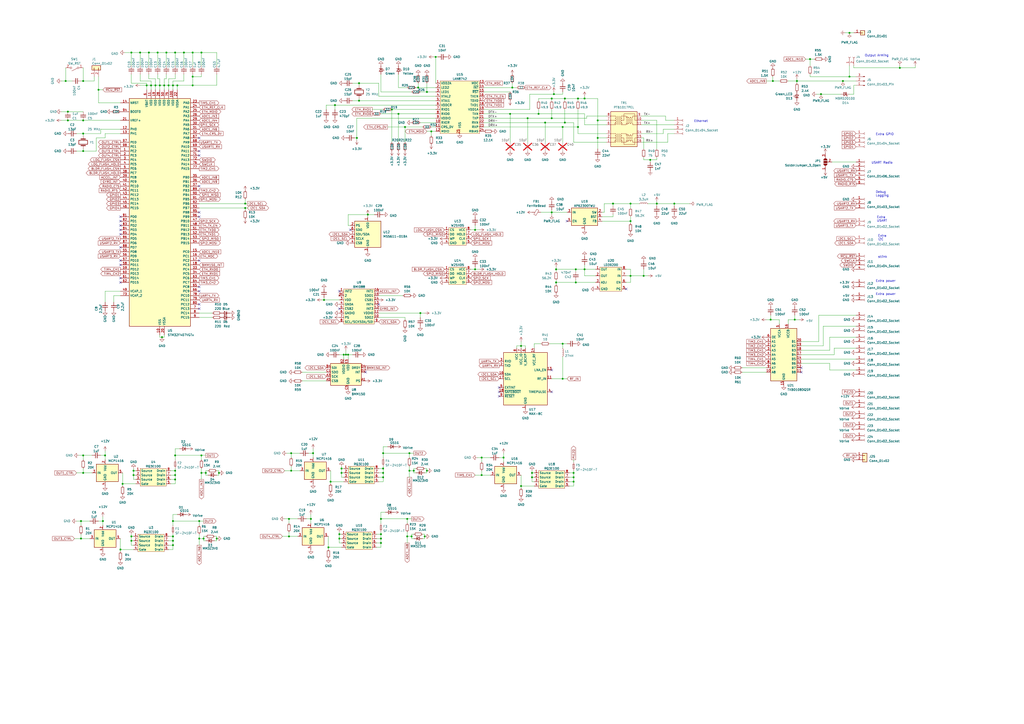
<source format=kicad_sch>
(kicad_sch (version 20230121) (generator eeschema)
  (paper "A2")
  (lib_symbols
    (symbol "Connector:Conn_01x02_Socket" (pin_names (offset 1.016) hide)
      (property "Reference" "J" (at 0 2.54 0))
      (property "Value" "Conn_01x02_Socket" (at 0 -5.08 0))
      (symbol "Conn_01x02_Socket_1_1"
        (pin passive line (at -5.08 0 0) (length 3.81) (name "Pin_1") (number "1"))
        (pin passive line (at -5.08 -2.54 0) (length 3.81) (name "Pin_2") (number "2"))
      )
    )
    (symbol "Connector:Conn_01x03_Pin" (pin_names (offset 1.016) hide)
      (property "Reference" "J" (at 0 5.08 0))
      (property "Value" "Conn_01x03_Pin" (at 0 -5.08 0))
      (symbol "Conn_01x03_Pin_1_1"
        (pin passive line (at 5.08 2.54 180) (length 3.81) (name "Pin_1") (number "1"))
        (pin passive line (at 5.08 0 180) (length 3.81) (name "Pin_2") (number "2"))
        (pin passive line (at 5.08 -2.54 180) (length 3.81) (name "Pin_3") (number "3"))
      )
    )
    (symbol "Connector:Conn_01x03_Socket" (pin_names (offset 1.016) hide)
      (property "Reference" "J" (at 0 5.08 0))
      (property "Value" "Conn_01x03_Socket" (at 0 -5.08 0))
      (symbol "Conn_01x03_Socket_1_1"
        (pin passive line (at -5.08 2.54 0) (length 3.81) (name "Pin_1") (number "1"))
        (pin passive line (at -5.08 0 0) (length 3.81) (name "Pin_2") (number "2"))
        (pin passive line (at -5.08 -2.54 0) (length 3.81) (name "Pin_3") (number "3"))
      )
    )
    (symbol "Connector:Conn_01x04_Socket" (pin_names (offset 1.016) hide)
      (property "Reference" "J" (at 0 5.08 0))
      (property "Value" "Conn_01x04_Socket" (at 0 -7.62 0))
      (symbol "Conn_01x04_Socket_1_1"
        (pin passive line (at -5.08 2.54 0) (length 3.81) (name "Pin_1") (number "1"))
        (pin passive line (at -5.08 0 0) (length 3.81) (name "Pin_2") (number "2"))
        (pin passive line (at -5.08 -2.54 0) (length 3.81) (name "Pin_3") (number "3"))
        (pin passive line (at -5.08 -5.08 0) (length 3.81) (name "Pin_4") (number "4"))
      )
    )
    (symbol "Connector:Conn_01x06_Socket" (pin_names (offset 1.016) hide)
      (property "Reference" "J" (at 0 7.62 0))
      (property "Value" "Conn_01x06_Socket" (at 0 -10.16 0))
      (symbol "Conn_01x06_Socket_1_1"
        (pin passive line (at -5.08 5.08 0) (length 3.81) (name "Pin_1") (number "1"))
        (pin passive line (at -5.08 2.54 0) (length 3.81) (name "Pin_2") (number "2"))
        (pin passive line (at -5.08 0 0) (length 3.81) (name "Pin_3") (number "3"))
        (pin passive line (at -5.08 -2.54 0) (length 3.81) (name "Pin_4") (number "4"))
        (pin passive line (at -5.08 -5.08 0) (length 3.81) (name "Pin_5") (number "5"))
        (pin passive line (at -5.08 -7.62 0) (length 3.81) (name "Pin_6") (number "6"))
      )
    )
    (symbol "Connector_Generic:Conn_01x01" (pin_names (offset 1.016) hide)
      (property "Reference" "J" (at 0 2.54 0))
      (property "Value" "Conn_01x01" (at 0 -2.54 0))
      (symbol "Conn_01x01_1_1"
        (pin passive line (at -5.08 0 0) (length 3.81) (name "Pin_1") (number "1"))
      )
    )
    (symbol "Connector_Generic:Conn_01x02" (pin_names (offset 1.016) hide)
      (property "Reference" "J" (at 0 2.54 0))
      (property "Value" "Conn_01x02" (at 0 -5.08 0))
      (symbol "Conn_01x02_1_1"
        (pin passive line (at -5.08 0 0) (length 3.81) (name "Pin_1") (number "1"))
        (pin passive line (at -5.08 -2.54 0) (length 3.81) (name "Pin_2") (number "2"))
      )
    )
    (symbol "CustomSymbols:BMI088"
      (property "Reference" "U" (at 0 13.97 0))
      (property "Value" "BMI088" (at 0 11.43 0))
      (symbol "BMI088_1_1"
        (pin bidirectional line (at -11.43 8.89 0) (length 2.54) (name "INT2") (number "1"))
        (pin output line (at 11.43 -6.35 180) (length 2.54) (name "SDO2") (number "10"))
        (pin power_in line (at 11.43 -3.81 180) (length 2.54) (name "VDDIO") (number "11"))
        (pin bidirectional line (at 11.43 -1.27 180) (length 2.54) (name "INT3") (number "12"))
        (pin bidirectional line (at 11.43 1.27 180) (length 2.54) (name "INT4") (number "13"))
        (pin input line (at 11.43 3.81 180) (length 2.54) (name "CSB1") (number "14"))
        (pin output line (at 11.43 6.35 180) (length 2.54) (name "SDO1") (number "15"))
        (pin bidirectional line (at 11.43 8.89 180) (length 2.54) (name "INT1") (number "16"))
        (pin power_in line (at -11.43 3.81 0) (length 2.54) (name "VDD") (number "3"))
        (pin power_in line (at -11.43 1.27 0) (length 2.54) (name "GNDA") (number "4"))
        (pin input line (at -11.43 -1.27 0) (length 2.54) (name "CSB2") (number "5"))
        (pin power_in line (at -11.43 -3.81 0) (length 2.54) (name "GNDIO") (number "6"))
        (pin input line (at -11.43 -6.35 0) (length 2.54) (name "PS") (number "7"))
        (pin input line (at -11.43 -8.89 0) (length 2.54) (name "SCL/SCK") (number "8"))
        (pin bidirectional line (at 11.43 -8.89 180) (length 2.54) (name "SDA/SDI") (number "9"))
        (pin no_connect line (at -11.43 6.35 0) (length 2.54) (name "2") (number "NC"))
      )
    )
    (symbol "CustomSymbols:LAN8742"
      (property "Reference" "U" (at 0 20.32 0))
      (property "Value" "LAN8742" (at 0 17.78 0))
      (symbol "LAN8742_1_0"
        (pin bidirectional line (at -13.97 -8.89 0) (length 2.54) (name "RXER") (number "10"))
        (pin bidirectional line (at -13.97 -11.43 0) (length 2.54) (name "CRS_DV") (number "11"))
        (pin bidirectional line (at -13.97 -13.97 0) (length 2.54) (name "MDIO") (number "12"))
        (pin input line (at 13.97 13.97 180) (length 2.54) (name "MDC") (number "13"))
        (pin bidirectional line (at 13.97 11.43 180) (length 2.54) (name "~{INT}") (number "14"))
        (pin bidirectional line (at 13.97 8.89 180) (length 2.54) (name "~{RST}") (number "15"))
        (pin input line (at 13.97 6.35 180) (length 2.54) (name "TXEN") (number "16"))
        (pin input line (at 13.97 3.81 180) (length 2.54) (name "TDX0") (number "17"))
        (pin input line (at 13.97 1.27 180) (length 2.54) (name "TXD1") (number "18"))
        (pin power_in line (at 13.97 -1.27 180) (length 2.54) (name "VDD1A") (number "19"))
        (pin output line (at -13.97 11.43 0) (length 2.54) (name "LED2") (number "2"))
        (pin bidirectional line (at 13.97 -3.81 180) (length 2.54) (name "TXN") (number "20"))
        (pin bidirectional line (at 13.97 -6.35 180) (length 2.54) (name "TXP") (number "21"))
        (pin bidirectional line (at 13.97 -8.89 180) (length 2.54) (name "RXN") (number "22"))
        (pin bidirectional line (at 13.97 -11.43 180) (length 2.54) (name "RXP") (number "23"))
        (pin input line (at 13.97 -13.97 180) (length 2.54) (name "RBIAS") (number "24"))
        (pin power_in line (at 0 -15.24 90) (length 2.54) (name "VSS") (number "25"))
        (pin output line (at -13.97 8.89 0) (length 2.54) (name "LED1") (number "3"))
        (pin output line (at -13.97 6.35 0) (length 2.54) (name "XTAL2") (number "4"))
        (pin input line (at -13.97 3.81 0) (length 2.54) (name "XTAl1") (number "5"))
        (pin power_out line (at -13.97 1.27 0) (length 2.54) (name "VDDCR") (number "6"))
        (pin output line (at -13.97 -1.27 0) (length 2.54) (name "RXD1") (number "7"))
        (pin output line (at -13.97 -3.81 0) (length 2.54) (name "RXD0") (number "8"))
        (pin power_in line (at -13.97 -6.35 0) (length 2.54) (name "VDDIO") (number "9"))
      )
      (symbol "LAN8742_1_1"
        (pin power_in line (at -13.97 13.97 0) (length 2.54) (name "VDD2A") (number "1"))
      )
    )
    (symbol "CustomSymbols:LD39200"
      (property "Reference" "U" (at 0 5.08 0))
      (property "Value" "LD39200" (at 0 2.54 0))
      (symbol "LD39200_1_1"
        (pin power_out line (at -8.89 0 0) (length 2.54) (name "OUT") (number "1"))
        (pin power_out line (at -8.89 -3.81 0) (length 2.54) (name "OUT") (number "2"))
        (pin input line (at -8.89 -7.62 0) (length 2.54) (name "ADJ") (number "3"))
        (pin power_in line (at -8.89 -11.43 0) (length 2.54) (name "GND") (number "4"))
        (pin output line (at 8.89 -11.43 180) (length 2.54) (name "PG") (number "5"))
        (pin input line (at 8.89 -7.62 180) (length 2.54) (name "EN") (number "6"))
        (pin power_in line (at 8.89 -3.81 180) (length 2.54) (name "IN") (number "7"))
        (pin power_in line (at 8.89 0 180) (length 2.54) (name "IN") (number "8"))
      )
    )
    (symbol "CustomSymbols:RQ3E100"
      (property "Reference" "U" (at 0 5.08 0))
      (property "Value" "RQ3E100" (at 0 2.54 0))
      (symbol "RQ3E100_1_1"
        (pin passive line (at -10.16 0 0) (length 2.54) (name "Source") (number "1"))
        (pin passive line (at -10.16 -2.54 0) (length 2.54) (name "Source") (number "2"))
        (pin passive line (at -10.16 -5.08 0) (length 2.54) (name "Source") (number "3"))
        (pin input line (at -10.16 -7.62 0) (length 2.54) (name "Gate") (number "4"))
        (pin passive line (at 10.16 -7.62 180) (length 2.54) (name "Drain") (number "5"))
        (pin passive line (at 10.16 -5.08 180) (length 2.54) (name "Drain") (number "6"))
        (pin passive line (at 10.16 -2.54 180) (length 2.54) (name "Drain") (number "7"))
        (pin passive line (at 10.16 0 180) (length 2.54) (name "Drain") (number "8"))
      )
    )
    (symbol "CustomSymbols:W25X05"
      (property "Reference" "U" (at 0 10.16 0))
      (property "Value" "W25X05" (at 0 7.62 0))
      (symbol "W25X05_1_1"
        (pin input line (at -7.62 3.81 0) (length 2.54) (name "CS") (number "1"))
        (pin output line (at -7.62 1.27 0) (length 2.54) (name "DO") (number "2"))
        (pin input line (at -7.62 -1.27 0) (length 2.54) (name "WP") (number "3"))
        (pin power_in line (at -7.62 -3.81 0) (length 2.54) (name "GND") (number "4"))
        (pin input line (at 7.62 -3.81 180) (length 2.54) (name "DI") (number "5"))
        (pin input line (at 7.62 -1.27 180) (length 2.54) (name "CLK") (number "6"))
        (pin input line (at 7.62 1.27 180) (length 2.54) (name "HOLD") (number "7"))
        (pin power_in line (at 7.62 3.81 180) (length 2.54) (name "VCC") (number "8"))
      )
    )
    (symbol "Device:C_Small" (pin_numbers hide) (pin_names (offset 0.254) hide)
      (property "Reference" "C" (at 0.254 1.778 0))
      (property "Value" "C_Small" (at 0.254 -2.032 0))
      (symbol "C_Small_1_1"
        (pin passive line (at 0 2.54 270) (length 2.032) (name "~") (number "1"))
        (pin passive line (at 0 -2.54 90) (length 2.032) (name "~") (number "2"))
      )
    )
    (symbol "Device:Crystal" (pin_numbers hide) (pin_names (offset 1.016) hide)
      (property "Reference" "Y" (at 0 3.81 0))
      (property "Value" "Crystal" (at 0 -3.81 0))
      (symbol "Crystal_1_1"
        (pin passive line (at -3.81 0 0) (length 1.27) (name "1") (number "1"))
        (pin passive line (at 3.81 0 180) (length 1.27) (name "2") (number "2"))
      )
    )
    (symbol "Device:D_Schottky_Small" (pin_numbers hide) (pin_names (offset 0.254) hide)
      (property "Reference" "D" (at -1.27 2.032 0))
      (property "Value" "D_Schottky_Small" (at -7.112 -2.032 0))
      (symbol "D_Schottky_Small_1_1"
        (pin passive line (at -2.54 0 0) (length 1.778) (name "K") (number "1"))
        (pin passive line (at 2.54 0 180) (length 1.778) (name "A") (number "2"))
      )
    )
    (symbol "Device:D_Small" (pin_numbers hide) (pin_names (offset 0.254) hide)
      (property "Reference" "D" (at -1.27 2.032 0))
      (property "Value" "D_Small" (at -3.81 -2.032 0))
      (symbol "D_Small_1_1"
        (pin passive line (at -2.54 0 0) (length 1.778) (name "K") (number "1"))
        (pin passive line (at 2.54 0 180) (length 1.778) (name "A") (number "2"))
      )
    )
    (symbol "Device:D_Zener_Small" (pin_numbers hide) (pin_names (offset 0.254) hide)
      (property "Reference" "D" (at 0 2.286 0))
      (property "Value" "D_Zener_Small" (at 0 -2.286 0))
      (symbol "D_Zener_Small_1_1"
        (pin passive line (at -2.54 0 0) (length 1.778) (name "K") (number "1"))
        (pin passive line (at 2.54 0 180) (length 1.778) (name "A") (number "2"))
      )
    )
    (symbol "Device:FerriteBead_Small" (pin_numbers hide) (pin_names (offset 0))
      (property "Reference" "FB" (at 1.905 1.27 0))
      (property "Value" "FerriteBead_Small" (at 1.905 -1.27 0))
      (symbol "FerriteBead_Small_1_1"
        (pin passive line (at 0 2.54 270) (length 1.27) (name "~") (number "1"))
        (pin passive line (at 0 -2.54 90) (length 1.27) (name "~") (number "2"))
      )
    )
    (symbol "Device:Fuse_Small" (pin_numbers hide) (pin_names (offset 0.254) hide)
      (property "Reference" "F" (at 0 -1.524 0))
      (property "Value" "Fuse_Small" (at 0 1.524 0))
      (symbol "Fuse_Small_1_1"
        (pin passive line (at -2.54 0 0) (length 1.27) (name "~") (number "1"))
        (pin passive line (at 2.54 0 180) (length 1.27) (name "~") (number "2"))
      )
    )
    (symbol "Device:LED_Small" (pin_numbers hide) (pin_names (offset 0.254) hide)
      (property "Reference" "D" (at -1.27 3.175 0))
      (property "Value" "LED_Small" (at -4.445 -2.54 0))
      (symbol "LED_Small_1_1"
        (pin passive line (at -2.54 0 0) (length 1.778) (name "K") (number "1"))
        (pin passive line (at 2.54 0 180) (length 1.778) (name "A") (number "2"))
      )
    )
    (symbol "Device:L_Small" (pin_numbers hide) (pin_names (offset 0.254) hide)
      (property "Reference" "L" (at 0.762 1.016 0))
      (property "Value" "L_Small" (at 0.762 -1.016 0))
      (symbol "L_Small_1_1"
        (pin passive line (at 0 2.54 270) (length 0.508) (name "~") (number "1"))
        (pin passive line (at 0 -2.54 90) (length 0.508) (name "~") (number "2"))
      )
    )
    (symbol "Device:R_Small" (pin_numbers hide) (pin_names (offset 0.254) hide)
      (property "Reference" "R" (at 0.762 0.508 0))
      (property "Value" "R_Small" (at 0.762 -1.016 0))
      (symbol "R_Small_1_1"
        (pin passive line (at 0 2.54 270) (length 0.762) (name "~") (number "1"))
        (pin passive line (at 0 -2.54 90) (length 0.762) (name "~") (number "2"))
      )
    )
    (symbol "Driver_FET:MCP1416"
      (property "Reference" "U" (at -5.08 6.35 0))
      (property "Value" "MCP1416" (at 1.27 6.35 0))
      (symbol "MCP1416_1_1"
        (pin no_connect line (at 7.62 -2.54 180) (length 2.54) hide (name "NC") (number "1"))
        (pin power_in line (at 0 7.62 270) (length 2.54) (name "Vdd") (number "2"))
        (pin input line (at -7.62 0 0) (length 2.54) (name "IN") (number "3"))
        (pin power_in line (at 0 -7.62 90) (length 2.54) (name "GND") (number "4"))
        (pin output line (at 10.16 0 180) (length 2.54) (name "OUT") (number "5"))
      )
    )
    (symbol "Jumper:SolderJumper_3_Open" (pin_names (offset 0) hide)
      (property "Reference" "JP" (at -2.54 -2.54 0))
      (property "Value" "SolderJumper_3_Open" (at 0 2.794 0))
      (symbol "SolderJumper_3_Open_1_1"
        (pin passive line (at -5.08 0 0) (length 2.54) (name "A") (number "1"))
        (pin passive line (at 0 -3.81 90) (length 2.54) (name "C") (number "2"))
        (pin passive line (at 5.08 0 180) (length 2.54) (name "B") (number "3"))
      )
    )
    (symbol "Logic_LevelTranslator:TXB0108DQSR"
      (property "Reference" "U" (at -6.35 16.51 0))
      (property "Value" "TXB0108DQSR" (at 3.81 16.51 0))
      (symbol "TXB0108DQSR_1_1"
        (pin bidirectional line (at -10.16 7.62 0) (length 2.54) (name "A1") (number "1"))
        (pin bidirectional line (at -10.16 -10.16 0) (length 2.54) (name "A8") (number "10"))
        (pin bidirectional line (at 10.16 -10.16 180) (length 2.54) (name "B8") (number "11"))
        (pin bidirectional line (at 10.16 -7.62 180) (length 2.54) (name "B7") (number "12"))
        (pin bidirectional line (at 10.16 -5.08 180) (length 2.54) (name "B6") (number "13"))
        (pin bidirectional line (at 10.16 -2.54 180) (length 2.54) (name "B5") (number "14"))
        (pin power_in line (at 0 -17.78 90) (length 2.54) (name "GND") (number "15"))
        (pin power_in line (at 2.54 17.78 270) (length 2.54) (name "VCCB") (number "16"))
        (pin bidirectional line (at 10.16 0 180) (length 2.54) (name "B4") (number "17"))
        (pin bidirectional line (at 10.16 2.54 180) (length 2.54) (name "B3") (number "18"))
        (pin bidirectional line (at 10.16 5.08 180) (length 2.54) (name "B2") (number "19"))
        (pin bidirectional line (at -10.16 5.08 0) (length 2.54) (name "A2") (number "2"))
        (pin bidirectional line (at 10.16 7.62 180) (length 2.54) (name "B1") (number "20"))
        (pin bidirectional line (at -10.16 2.54 0) (length 2.54) (name "A3") (number "3"))
        (pin bidirectional line (at -10.16 0 0) (length 2.54) (name "A4") (number "4"))
        (pin power_in line (at -2.54 17.78 270) (length 2.54) (name "VCCA") (number "5"))
        (pin input line (at -10.16 10.16 0) (length 2.54) (name "OE") (number "6"))
        (pin bidirectional line (at -10.16 -2.54 0) (length 2.54) (name "A5") (number "7"))
        (pin bidirectional line (at -10.16 -5.08 0) (length 2.54) (name "A6") (number "8"))
        (pin bidirectional line (at -10.16 -7.62 0) (length 2.54) (name "A7") (number "9"))
      )
    )
    (symbol "MCU_ST_STM32F4:STM32F407VGTx"
      (property "Reference" "U" (at -17.78 67.31 0))
      (property "Value" "STM32F407VGTx" (at 12.7 67.31 0))
      (symbol "STM32F407VGTx_1_1"
        (pin bidirectional line (at -22.86 35.56 0) (length 5.08) (name "PE2") (number "1"))
        (pin power_in line (at 0 -71.12 90) (length 5.08) (name "VSS") (number "10"))
        (pin power_in line (at 7.62 71.12 270) (length 5.08) (name "VDD") (number "100"))
        (pin power_in line (at -5.08 71.12 270) (length 5.08) (name "VDD") (number "11"))
        (pin bidirectional line (at -22.86 48.26 0) (length 5.08) (name "PH0") (number "12"))
        (pin bidirectional line (at -22.86 45.72 0) (length 5.08) (name "PH1") (number "13"))
        (pin input line (at -22.86 63.5 0) (length 5.08) (name "NRST") (number "14"))
        (pin bidirectional line (at 22.86 -22.86 180) (length 5.08) (name "PC0") (number "15"))
        (pin bidirectional line (at 22.86 -25.4 180) (length 5.08) (name "PC1") (number "16"))
        (pin bidirectional line (at 22.86 -27.94 180) (length 5.08) (name "PC2") (number "17"))
        (pin bidirectional line (at 22.86 -30.48 180) (length 5.08) (name "PC3") (number "18"))
        (pin power_in line (at -2.54 71.12 270) (length 5.08) (name "VDD") (number "19"))
        (pin bidirectional line (at -22.86 33.02 0) (length 5.08) (name "PE3") (number "2"))
        (pin power_in line (at 2.54 -71.12 90) (length 5.08) (name "VSSA") (number "20"))
        (pin input line (at -22.86 53.34 0) (length 5.08) (name "VREF+") (number "21"))
        (pin power_in line (at 10.16 71.12 270) (length 5.08) (name "VDDA") (number "22"))
        (pin bidirectional line (at 22.86 63.5 180) (length 5.08) (name "PA0") (number "23"))
        (pin bidirectional line (at 22.86 60.96 180) (length 5.08) (name "PA1") (number "24"))
        (pin bidirectional line (at 22.86 58.42 180) (length 5.08) (name "PA2") (number "25"))
        (pin bidirectional line (at 22.86 55.88 180) (length 5.08) (name "PA3") (number "26"))
        (pin passive line (at 0 -71.12 90) (length 5.08) hide (name "VSS") (number "27"))
        (pin power_in line (at 0 71.12 270) (length 5.08) (name "VDD") (number "28"))
        (pin bidirectional line (at 22.86 53.34 180) (length 5.08) (name "PA4") (number "29"))
        (pin bidirectional line (at -22.86 30.48 0) (length 5.08) (name "PE4") (number "3"))
        (pin bidirectional line (at 22.86 50.8 180) (length 5.08) (name "PA5") (number "30"))
        (pin bidirectional line (at 22.86 48.26 180) (length 5.08) (name "PA6") (number "31"))
        (pin bidirectional line (at 22.86 45.72 180) (length 5.08) (name "PA7") (number "32"))
        (pin bidirectional line (at 22.86 -33.02 180) (length 5.08) (name "PC4") (number "33"))
        (pin bidirectional line (at 22.86 -35.56 180) (length 5.08) (name "PC5") (number "34"))
        (pin bidirectional line (at 22.86 20.32 180) (length 5.08) (name "PB0") (number "35"))
        (pin bidirectional line (at 22.86 17.78 180) (length 5.08) (name "PB1") (number "36"))
        (pin bidirectional line (at 22.86 15.24 180) (length 5.08) (name "PB2") (number "37"))
        (pin bidirectional line (at -22.86 22.86 0) (length 5.08) (name "PE7") (number "38"))
        (pin bidirectional line (at -22.86 20.32 0) (length 5.08) (name "PE8") (number "39"))
        (pin bidirectional line (at -22.86 27.94 0) (length 5.08) (name "PE5") (number "4"))
        (pin bidirectional line (at -22.86 17.78 0) (length 5.08) (name "PE9") (number "40"))
        (pin bidirectional line (at -22.86 15.24 0) (length 5.08) (name "PE10") (number "41"))
        (pin bidirectional line (at -22.86 12.7 0) (length 5.08) (name "PE11") (number "42"))
        (pin bidirectional line (at -22.86 10.16 0) (length 5.08) (name "PE12") (number "43"))
        (pin bidirectional line (at -22.86 7.62 0) (length 5.08) (name "PE13") (number "44"))
        (pin bidirectional line (at -22.86 5.08 0) (length 5.08) (name "PE14") (number "45"))
        (pin bidirectional line (at -22.86 2.54 0) (length 5.08) (name "PE15") (number "46"))
        (pin bidirectional line (at 22.86 -5.08 180) (length 5.08) (name "PB10") (number "47"))
        (pin bidirectional line (at 22.86 -7.62 180) (length 5.08) (name "PB11") (number "48"))
        (pin power_out line (at -22.86 -45.72 0) (length 5.08) (name "VCAP_1") (number "49"))
        (pin bidirectional line (at -22.86 25.4 0) (length 5.08) (name "PE6") (number "5"))
        (pin power_in line (at 2.54 71.12 270) (length 5.08) (name "VDD") (number "50"))
        (pin bidirectional line (at 22.86 -10.16 180) (length 5.08) (name "PB12") (number "51"))
        (pin bidirectional line (at 22.86 -12.7 180) (length 5.08) (name "PB13") (number "52"))
        (pin bidirectional line (at 22.86 -15.24 180) (length 5.08) (name "PB14") (number "53"))
        (pin bidirectional line (at 22.86 -17.78 180) (length 5.08) (name "PB15") (number "54"))
        (pin bidirectional line (at -22.86 -22.86 0) (length 5.08) (name "PD8") (number "55"))
        (pin bidirectional line (at -22.86 -25.4 0) (length 5.08) (name "PD9") (number "56"))
        (pin bidirectional line (at -22.86 -27.94 0) (length 5.08) (name "PD10") (number "57"))
        (pin bidirectional line (at -22.86 -30.48 0) (length 5.08) (name "PD11") (number "58"))
        (pin bidirectional line (at -22.86 -33.02 0) (length 5.08) (name "PD12") (number "59"))
        (pin power_in line (at -7.62 71.12 270) (length 5.08) (name "VBAT") (number "6"))
        (pin bidirectional line (at -22.86 -35.56 0) (length 5.08) (name "PD13") (number "60"))
        (pin bidirectional line (at -22.86 -38.1 0) (length 5.08) (name "PD14") (number "61"))
        (pin bidirectional line (at -22.86 -40.64 0) (length 5.08) (name "PD15") (number "62"))
        (pin bidirectional line (at 22.86 -38.1 180) (length 5.08) (name "PC6") (number "63"))
        (pin bidirectional line (at 22.86 -40.64 180) (length 5.08) (name "PC7") (number "64"))
        (pin bidirectional line (at 22.86 -43.18 180) (length 5.08) (name "PC8") (number "65"))
        (pin bidirectional line (at 22.86 -45.72 180) (length 5.08) (name "PC9") (number "66"))
        (pin bidirectional line (at 22.86 43.18 180) (length 5.08) (name "PA8") (number "67"))
        (pin bidirectional line (at 22.86 40.64 180) (length 5.08) (name "PA9") (number "68"))
        (pin bidirectional line (at 22.86 38.1 180) (length 5.08) (name "PA10") (number "69"))
        (pin bidirectional line (at 22.86 -55.88 180) (length 5.08) (name "PC13") (number "7"))
        (pin bidirectional line (at 22.86 35.56 180) (length 5.08) (name "PA11") (number "70"))
        (pin bidirectional line (at 22.86 33.02 180) (length 5.08) (name "PA12") (number "71"))
        (pin bidirectional line (at 22.86 30.48 180) (length 5.08) (name "PA13") (number "72"))
        (pin power_out line (at -22.86 -48.26 0) (length 5.08) (name "VCAP_2") (number "73"))
        (pin passive line (at 0 -71.12 90) (length 5.08) hide (name "VSS") (number "74"))
        (pin power_in line (at 5.08 71.12 270) (length 5.08) (name "VDD") (number "75"))
        (pin bidirectional line (at 22.86 27.94 180) (length 5.08) (name "PA14") (number "76"))
        (pin bidirectional line (at 22.86 25.4 180) (length 5.08) (name "PA15") (number "77"))
        (pin bidirectional line (at 22.86 -48.26 180) (length 5.08) (name "PC10") (number "78"))
        (pin bidirectional line (at 22.86 -50.8 180) (length 5.08) (name "PC11") (number "79"))
        (pin bidirectional line (at 22.86 -58.42 180) (length 5.08) (name "PC14") (number "8"))
        (pin bidirectional line (at 22.86 -53.34 180) (length 5.08) (name "PC12") (number "80"))
        (pin bidirectional line (at -22.86 -2.54 0) (length 5.08) (name "PD0") (number "81"))
        (pin bidirectional line (at -22.86 -5.08 0) (length 5.08) (name "PD1") (number "82"))
        (pin bidirectional line (at -22.86 -7.62 0) (length 5.08) (name "PD2") (number "83"))
        (pin bidirectional line (at -22.86 -10.16 0) (length 5.08) (name "PD3") (number "84"))
        (pin bidirectional line (at -22.86 -12.7 0) (length 5.08) (name "PD4") (number "85"))
        (pin bidirectional line (at -22.86 -15.24 0) (length 5.08) (name "PD5") (number "86"))
        (pin bidirectional line (at -22.86 -17.78 0) (length 5.08) (name "PD6") (number "87"))
        (pin bidirectional line (at -22.86 -20.32 0) (length 5.08) (name "PD7") (number "88"))
        (pin bidirectional line (at 22.86 12.7 180) (length 5.08) (name "PB3") (number "89"))
        (pin bidirectional line (at 22.86 -60.96 180) (length 5.08) (name "PC15") (number "9"))
        (pin bidirectional line (at 22.86 10.16 180) (length 5.08) (name "PB4") (number "90"))
        (pin bidirectional line (at 22.86 7.62 180) (length 5.08) (name "PB5") (number "91"))
        (pin bidirectional line (at 22.86 5.08 180) (length 5.08) (name "PB6") (number "92"))
        (pin bidirectional line (at 22.86 2.54 180) (length 5.08) (name "PB7") (number "93"))
        (pin input line (at -22.86 58.42 0) (length 5.08) (name "BOOT0") (number "94"))
        (pin bidirectional line (at 22.86 0 180) (length 5.08) (name "PB8") (number "95"))
        (pin bidirectional line (at 22.86 -2.54 180) (length 5.08) (name "PB9") (number "96"))
        (pin bidirectional line (at -22.86 40.64 0) (length 5.08) (name "PE0") (number "97"))
        (pin bidirectional line (at -22.86 38.1 0) (length 5.08) (name "PE1") (number "98"))
        (pin passive line (at 0 -71.12 90) (length 5.08) hide (name "VSS") (number "99"))
      )
    )
    (symbol "RF_GPS:MAX-8C"
      (property "Reference" "U" (at -10.16 16.51 0))
      (property "Value" "MAX-8C" (at 11.43 16.51 0))
      (symbol "MAX-8C_1_1"
        (pin power_in line (at 0 -17.78 90) (length 2.54) (name "GND") (number "1"))
        (pin passive line (at 0 -17.78 90) (length 2.54) hide (name "GND") (number "10"))
        (pin input line (at 15.24 0 180) (length 2.54) (name "RF_IN") (number "11"))
        (pin passive line (at 0 -17.78 90) (length 2.54) hide (name "GND") (number "12"))
        (pin output line (at 15.24 5.08 180) (length 2.54) (name "LNA_EN") (number "13"))
        (pin power_out line (at 5.08 17.78 270) (length 2.54) (name "VCC_RF") (number "14"))
        (pin no_connect line (at 12.7 -5.08 180) (length 2.54) hide (name "Reserved") (number "15"))
        (pin bidirectional line (at -15.24 2.54 0) (length 2.54) (name "SDA") (number "16"))
        (pin input line (at -15.24 0 0) (length 2.54) (name "SCL") (number "17"))
        (pin input line (at -15.24 -7.62 0) (length 2.54) (name "~{SAFEBOOT}") (number "18"))
        (pin output line (at -15.24 7.62 0) (length 2.54) (name "TXD") (number "2"))
        (pin input line (at -15.24 10.16 0) (length 2.54) (name "RXD") (number "3"))
        (pin output line (at 15.24 -7.62 180) (length 2.54) (name "TIMEPULSE") (number "4"))
        (pin input line (at -15.24 -5.08 0) (length 2.54) (name "EXTINT") (number "5"))
        (pin power_in line (at 0 17.78 270) (length 2.54) (name "V_BCKP") (number "6"))
        (pin power_in line (at -2.54 17.78 270) (length 2.54) (name "VCC_IO") (number "7"))
        (pin power_in line (at -5.08 17.78 270) (length 2.54) (name "VCC") (number "8"))
        (pin input line (at -15.24 -10.16 0) (length 2.54) (name "~{RESET}") (number "9"))
      )
    )
    (symbol "Regulator_Switching:AP62300TWU"
      (property "Reference" "U" (at -7.62 6.35 0))
      (property "Value" "AP62300TWU" (at 2.54 6.35 0))
      (symbol "AP62300TWU_1_1"
        (pin power_in line (at 0 -7.62 90) (length 2.54) (name "GND") (number "1"))
        (pin output line (at 10.16 2.54 180) (length 2.54) (name "SW") (number "2"))
        (pin power_in line (at -10.16 2.54 0) (length 2.54) (name "IN") (number "3"))
        (pin input line (at 10.16 -2.54 180) (length 2.54) (name "FB") (number "4"))
        (pin input line (at -10.16 -2.54 0) (length 2.54) (name "EN") (number "5"))
        (pin passive line (at 10.16 0 180) (length 2.54) (name "BST") (number "6"))
      )
    )
    (symbol "Sensor_Magnetic:BMM150"
      (property "Reference" "U" (at -10.16 6.35 0))
      (property "Value" "BMM150" (at 7.62 6.35 0))
      (symbol "BMM150_1_1"
        (pin input line (at 10.16 -5.08 180) (length 2.54) (name "PS") (number "A1"))
        (pin bidirectional line (at -12.7 -2.54 0) (length 2.54) (name "SCK") (number "A3"))
        (pin input line (at -12.7 -5.08 0) (length 2.54) (name "CSB") (number "A5"))
        (pin power_in line (at -2.54 7.62 270) (length 2.54) (name "VDDIO") (number "B2"))
        (pin bidirectional line (at -12.7 2.54 0) (length 2.54) (name "SDI") (number "B4"))
        (pin bidirectional line (at -12.7 0 0) (length 2.54) (name "SDO") (number "C1"))
        (pin power_in line (at 0 -10.16 90) (length 2.54) (name "GND") (number "C5"))
        (pin output line (at 10.16 0 180) (length 2.54) (name "INT") (number "D2"))
        (pin output line (at 10.16 2.54 180) (length 2.54) (name "DRDY") (number "D4"))
        (pin passive line (at 0 -10.16 90) (length 2.54) hide (name "GND") (number "E1"))
        (pin passive line (at 0 -10.16 90) (length 2.54) hide (name "GND") (number "E3"))
        (pin power_in line (at 0 7.62 270) (length 2.54) (name "VDD") (number "E5"))
      )
    )
    (symbol "Sensor_Pressure:MS5611-01BA"
      (property "Reference" "U" (at -6.35 8.89 0))
      (property "Value" "MS5611-01BA" (at 7.62 8.89 0))
      (symbol "MS5611-01BA_1_1"
        (pin power_in line (at 0 10.16 270) (length 2.54) (name "VDD") (number "1"))
        (pin input line (at -10.16 5.08 0) (length 2.54) (name "PS") (number "2"))
        (pin power_in line (at 0 -10.16 90) (length 2.54) (name "GND") (number "3"))
        (pin input line (at -10.16 -5.08 0) (length 2.54) (name "CSB") (number "4"))
        (pin input line (at -10.16 -5.08 0) (length 2.54) hide (name "CSB") (number "5"))
        (pin output line (at -10.16 2.54 0) (length 2.54) (name "SDO") (number "6"))
        (pin bidirectional line (at -10.16 0 0) (length 2.54) (name "SDI/SDA") (number "7"))
        (pin input line (at -10.16 -2.54 0) (length 2.54) (name "SCLK") (number "8"))
      )
    )
    (symbol "Switch:SW_SPST" (pin_names (offset 0) hide)
      (property "Reference" "SW" (at 0 3.175 0))
      (property "Value" "SW_SPST" (at 0 -2.54 0))
      (symbol "SW_SPST_1_1"
        (pin passive line (at -5.08 0 0) (length 2.54) (name "A") (number "1"))
        (pin passive line (at 5.08 0 180) (length 2.54) (name "B") (number "2"))
      )
    )
    (symbol "Transformer:PT61017PEL" (pin_names hide)
      (property "Reference" "TR" (at 0 10.795 0))
      (property "Value" "PT61017PEL" (at 0 -10.795 0))
      (symbol "PT61017PEL_1_1"
        (pin passive line (at -10.16 -7.62 0) (length 2.54) (name "TD+") (number "1"))
        (pin passive line (at 10.16 5.08 180) (length 2.54) (name "C_RX") (number "10"))
        (pin passive line (at 10.16 2.54 180) (length 2.54) (name "RX+") (number "11"))
        (pin passive line (at 10.16 -2.54 180) (length 2.54) (name "TX-") (number "14"))
        (pin passive line (at 10.16 -5.08 180) (length 2.54) (name "C_TX") (number "15"))
        (pin passive line (at 10.16 -7.62 180) (length 2.54) (name "TX+") (number "16"))
        (pin passive line (at -10.16 -5.08 0) (length 2.54) (name "C_TD") (number "2"))
        (pin passive line (at -10.16 -2.54 0) (length 2.54) (name "TD-") (number "3"))
        (pin passive line (at -10.16 2.54 0) (length 2.54) (name "RD+") (number "6"))
        (pin passive line (at -10.16 5.08 0) (length 2.54) (name "C_RD") (number "7"))
        (pin passive line (at -10.16 7.62 0) (length 2.54) (name "RD-") (number "8"))
        (pin passive line (at 10.16 7.62 180) (length 2.54) (name "RX-") (number "9"))
      )
    )
    (symbol "power:+12V" (power) (pin_names (offset 0))
      (property "Value" "+12V" (at 0 3.556 0))
      (symbol "+12V_1_1"
        (pin power_in line (at 0 0 90) (length 0) hide (name "+12V") (number "1"))
      )
    )
    (symbol "power:+3.3V" (power) (pin_names (offset 0))
      (property "Value" "+3.3V" (at 0 3.556 0))
      (symbol "+3.3V_1_1"
        (pin power_in line (at 0 0 90) (length 0) hide (name "+3.3V") (number "1"))
      )
    )
    (symbol "power:+5V" (power) (pin_names (offset 0))
      (property "Value" "+5V" (at 0 3.556 0))
      (symbol "+5V_1_1"
        (pin power_in line (at 0 0 90) (length 0) hide (name "+5V") (number "1"))
      )
    )
    (symbol "power:Earth" (power) (pin_names (offset 0))
      (symbol "Earth_1_1"
        (pin power_in line (at 0 0 270) (length 0) hide (name "Earth") (number "1"))
      )
    )
    (symbol "power:GND" (power) (pin_names (offset 0))
      (property "Value" "GND" (at 0 -3.81 0))
      (symbol "GND_1_1"
        (pin power_in line (at 0 0 270) (length 0) hide (name "GND") (number "1"))
      )
    )
    (symbol "power:PWR_FLAG" (power) (pin_numbers hide) (pin_names (offset 0) hide)
      (property "Value" "PWR_FLAG" (at 0 3.81 0))
      (symbol "PWR_FLAG_0_0"
        (pin power_out line (at 0 0 90) (length 0) (name "pwr") (number "1"))
      )
    )
    (symbol "power:Vdrive" (power) (pin_names (offset 0))
      (property "Value" "Vdrive" (at 0 3.81 0))
      (symbol "Vdrive_1_1"
        (pin power_in line (at 0 0 90) (length 0) hide (name "Vdrive") (number "1"))
      )
    )
  )
  (junction (at 292.1 265.43))
  (junction (at 247.65 53.34))
  (junction (at 295.91 66.04))
  (junction (at 115.57 312.42))
  (junction (at 297.18 50.8))
  (junction (at 320.04 57.15))
  (junction (at 448.31 46.99))
  (junction (at 252.73 33.02))
  (junction (at 334.01 156.21))
  (junction (at 207.01 80.01))
  (junction (at 302.26 200.66))
  (junction (at 46.99 312.42))
  (junction (at 181.61 262.89))
  (junction (at 76.2 313.69))
  (junction (at 90.17 49.53))
  (junction (at 87.63 49.53))
  (junction (at 48.26 77.47))
  (junction (at 381 118.11))
  (junction (at 334.01 163.83))
  (junction (at 116.84 264.16))
  (junction (at 346.71 80.01))
  (junction (at 100.33 302.26))
  (junction (at 196.85 312.42))
  (junction (at 316.23 71.12))
  (junction (at 326.39 199.39))
  (junction (at 101.6 273.05))
  (junction (at 222.25 271.78))
  (junction (at 92.71 49.53))
  (junction (at 327.66 71.12))
  (junction (at 492.76 44.45))
  (junction (at 332.74 276.86))
  (junction (at 332.74 279.4))
  (junction (at 39.37 64.77))
  (junction (at 48.26 264.16))
  (junction (at 81.28 30.48))
  (junction (at 208.28 48.26))
  (junction (at 85.09 49.53))
  (junction (at 302.26 281.94))
  (junction (at 377.19 92.71))
  (junction (at 321.31 54.61))
  (junction (at 237.49 262.89))
  (junction (at 312.42 66.04))
  (junction (at 200.66 205.74))
  (junction (at 461.01 185.42))
  (junction (at 250.19 76.2))
  (junction (at 111.76 49.53))
  (junction (at 111.76 44.45))
  (junction (at 365.76 118.11))
  (junction (at 355.6 118.11))
  (junction (at 101.6 275.59))
  (junction (at 236.22 311.15))
  (junction (at 96.52 30.48))
  (junction (at 101.6 30.48))
  (junction (at 306.07 68.58))
  (junction (at 190.5 317.5))
  (junction (at 279.4 265.43))
  (junction (at 191.77 279.4))
  (junction (at 220.98 312.42))
  (junction (at 187.96 173.99))
  (junction (at 115.57 302.26))
  (junction (at 213.36 124.46))
  (junction (at 275.59 133.35))
  (junction (at 142.24 120.65))
  (junction (at 365.76 160.02))
  (junction (at 194.31 60.96))
  (junction (at 236.22 300.99))
  (junction (at 488.95 46.99))
  (junction (at 95.25 49.53))
  (junction (at 339.09 156.21))
  (junction (at 227.33 63.5))
  (junction (at 201.93 205.74))
  (junction (at 332.74 274.32))
  (junction (at 198.12 271.78))
  (junction (at 320.04 68.58))
  (junction (at 373.38 160.02))
  (junction (at 48.26 46.99))
  (junction (at 196.85 309.88))
  (junction (at 102.87 49.53))
  (junction (at 447.04 185.42))
  (junction (at 222.25 276.86))
  (junction (at 198.12 274.32))
  (junction (at 48.26 69.85))
  (junction (at 38.1 46.99))
  (junction (at 220.98 314.96))
  (junction (at 142.24 118.11))
  (junction (at 168.91 273.05))
  (junction (at 91.44 30.48))
  (junction (at 48.26 87.63))
  (junction (at 242.57 50.8))
  (junction (at 243.84 181.61))
  (junction (at 327.66 57.15))
  (junction (at 116.84 30.48))
  (junction (at 220.98 309.88))
  (junction (at 335.28 57.15))
  (junction (at 168.91 262.89))
  (junction (at 111.76 30.48))
  (junction (at 101.6 278.13))
  (junction (at 247.65 273.05))
  (junction (at 77.47 275.59))
  (junction (at 106.68 30.48))
  (junction (at 57.15 52.07))
  (junction (at 237.49 273.05))
  (junction (at 100.33 313.69))
  (junction (at 199.39 205.74))
  (junction (at 208.28 58.42))
  (junction (at 100.33 316.23))
  (junction (at 339.09 57.15))
  (junction (at 59.69 302.26))
  (junction (at 60.96 264.16))
  (junction (at 322.58 163.83))
  (junction (at 77.47 273.05))
  (junction (at 167.64 311.15))
  (junction (at 279.4 275.59))
  (junction (at 46.99 302.26))
  (junction (at 86.36 30.48))
  (junction (at 521.97 39.37))
  (junction (at 335.28 73.66))
  (junction (at 220.98 300.99))
  (junction (at 492.76 19.05))
  (junction (at 246.38 311.15))
  (junction (at 476.25 54.61))
  (junction (at 76.2 311.15))
  (junction (at 222.25 262.89))
  (junction (at 100.33 311.15))
  (junction (at 97.79 49.53))
  (junction (at 275.59 156.21))
  (junction (at 469.9 34.29))
  (junction (at 48.26 274.32))
  (junction (at 116.84 274.32))
  (junction (at 308.61 274.32))
  (junction (at 234.95 73.66))
  (junction (at 346.71 69.85))
  (junction (at 101.6 264.16))
  (junction (at 119.38 274.32))
  (junction (at 365.76 128.27))
  (junction (at 391.16 118.11))
  (junction (at 100.33 49.53))
  (junction (at 125.73 312.42))
  (junction (at 69.85 318.77))
  (junction (at 39.37 69.85))
  (junction (at 326.39 73.66))
  (junction (at 180.34 300.99))
  (junction (at 167.64 300.99))
  (junction (at 222.25 274.32))
  (junction (at 76.2 30.48))
  (junction (at 118.11 312.42))
  (junction (at 231.14 66.04))
  (junction (at 308.61 276.86))
  (junction (at 320.04 123.19))
  (junction (at 238.76 311.15))
  (junction (at 240.03 273.05))
  (junction (at 322.58 156.21))
  (junction (at 127 274.32))
  (junction (at 71.12 280.67))
  (junction (at 326.39 219.71))
  (junction (at 462.28 46.99))
  (junction (at 93.98 195.58))
  (no_connect (at 115.57 168.91))
  (no_connect (at 289.56 227.33))
  (no_connect (at 196.85 168.91))
  (no_connect (at 69.85 143.51))
  (no_connect (at 212.09 215.9))
  (no_connect (at 115.57 87.63))
  (no_connect (at 289.56 229.87))
  (no_connect (at 289.56 224.79))
  (no_connect (at 69.85 153.67))
  (no_connect (at 115.57 151.13))
  (no_connect (at 69.85 161.29))
  (no_connect (at 115.57 107.95))
  (no_connect (at 320.04 214.63))
  (no_connect (at 69.85 163.83))
  (no_connect (at 115.57 123.19))
  (no_connect (at 69.85 128.27))
  (no_connect (at 115.57 125.73))
  (no_connect (at 69.85 130.81))
  (no_connect (at 328.93 128.27))
  (no_connect (at 464.82 215.9))
  (no_connect (at 203.2 133.35))
  (no_connect (at 219.71 176.53))
  (no_connect (at 115.57 179.07))
  (no_connect (at 196.85 179.07))
  (no_connect (at 69.85 151.13))
  (no_connect (at 69.85 125.73))
  (no_connect (at 363.22 167.64))
  (no_connect (at 69.85 133.35))
  (no_connect (at 69.85 135.89))
  (no_connect (at 115.57 166.37))
  (no_connect (at 115.57 176.53))
  (no_connect (at 115.57 90.17))
  (no_connect (at 320.04 227.33))
  (no_connect (at 464.82 213.36))
  (no_connect (at 115.57 80.01))
  (wire (pts (xy 472.44 34.29) (xy 469.9 34.29)))
  (wire (pts (xy 57.15 52.07) (xy 57.15 59.69)))
  (wire (pts (xy 115.57 312.42) (xy 118.11 312.42)))
  (wire (pts (xy 71.12 280.67) (xy 71.12 281.94)))
  (wire (pts (xy 372.11 67.31) (xy 386.08 67.31)))
  (wire (pts (xy 363.22 163.83) (xy 365.76 163.83)))
  (wire (pts (xy 521.97 38.1) (xy 521.97 39.37)))
  (wire (pts (xy 190.5 317.5) (xy 198.12 317.5)))
  (wire (pts (xy 35.56 69.85) (xy 39.37 69.85)))
  (wire (pts (xy 373.38 160.02) (xy 365.76 160.02)))
  (wire (pts (xy 91.44 30.48) (xy 96.52 30.48)))
  (wire (pts (xy 90.17 45.72) (xy 86.36 45.72)))
  (wire (pts (xy 355.6 125.73) (xy 355.6 124.46)))
  (wire (pts (xy 231.14 50.8) (xy 236.22 50.8)))
  (wire (pts (xy 177.8 300.99) (xy 180.34 300.99)))
  (wire (pts (xy 346.71 80.01) (xy 346.71 69.85)))
  (wire (pts (xy 332.74 71.12) (xy 332.74 82.55)))
  (wire (pts (xy 481.33 203.2) (xy 481.33 195.58)))
  (wire (pts (xy 95.25 49.53) (xy 95.25 45.72)))
  (wire (pts (xy 247.65 48.26) (xy 247.65 53.34)))
  (wire (pts (xy 57.15 52.07) (xy 59.69 52.07)))
  (wire (pts (xy 38.1 39.37) (xy 38.1 46.99)))
  (wire (pts (xy 481.33 214.63) (xy 496.57 214.63)))
  (wire (pts (xy 48.26 87.63) (xy 48.26 86.36)))
  (wire (pts (xy 111.76 44.45) (xy 111.76 43.18)))
  (wire (pts (xy 97.79 49.53) (xy 97.79 52.07)))
  (wire (pts (xy 373.38 156.21) (xy 373.38 160.02)))
  (wire (pts (xy 222.25 259.08) (xy 224.79 259.08)))
  (wire (pts (xy 302.26 275.59) (xy 302.26 281.94)))
  (wire (pts (xy 191.77 279.4) (xy 199.39 279.4)))
  (wire (pts (xy 275.59 275.59) (xy 279.4 275.59)))
  (wire (pts (xy 196.85 308.61) (xy 196.85 309.88)))
  (wire (pts (xy 224.79 73.66) (xy 234.95 73.66)))
  (wire (pts (xy 320.04 57.15) (xy 327.66 57.15)))
  (wire (pts (xy 219.71 274.32) (xy 222.25 274.32)))
  (wire (pts (xy 307.34 54.61) (xy 321.31 54.61)))
  (wire (pts (xy 332.74 273.05) (xy 332.74 274.32)))
  (wire (pts (xy 461.01 185.42) (xy 463.55 185.42)))
  (wire (pts (xy 312.42 63.5) (xy 312.42 66.04)))
  (wire (pts (xy 87.63 49.53) (xy 90.17 49.53)))
  (wire (pts (xy 381 118.11) (xy 381 119.38)))
  (wire (pts (xy 335.28 73.66) (xy 335.28 77.47)))
  (wire (pts (xy 350.52 123.19) (xy 350.52 118.11)))
  (wire (pts (xy 332.74 274.32) (xy 332.74 276.86)))
  (wire (pts (xy 204.47 58.42) (xy 208.28 58.42)))
  (wire (pts (xy 201.93 205.74) (xy 204.47 205.74)))
  (wire (pts (xy 101.6 45.72) (xy 97.79 45.72)))
  (wire (pts (xy 196.85 312.42) (xy 198.12 312.42)))
  (wire (pts (xy 213.36 124.46) (xy 217.17 124.46)))
  (wire (pts (xy 69.85 59.69) (xy 57.15 59.69)))
  (wire (pts (xy 252.73 33.02) (xy 254 33.02)))
  (wire (pts (xy 116.84 271.78) (xy 116.84 274.32)))
  (wire (pts (xy 242.57 50.8) (xy 242.57 48.26)))
  (wire (pts (xy 373.38 80.01) (xy 372.11 80.01)))
  (wire (pts (xy 242.57 50.8) (xy 252.73 50.8)))
  (wire (pts (xy 220.98 53.34) (xy 220.98 43.18)))
  (wire (pts (xy 101.6 30.48) (xy 106.68 30.48)))
  (wire (pts (xy 332.74 82.55) (xy 351.79 82.55)))
  (wire (pts (xy 59.69 302.26) (xy 59.69 304.8)))
  (wire (pts (xy 201.93 130.81) (xy 203.2 130.81)))
  (wire (pts (xy 373.38 92.71) (xy 377.19 92.71)))
  (wire (pts (xy 320.04 68.58) (xy 320.04 63.5)))
  (wire (pts (xy 166.37 262.89) (xy 168.91 262.89)))
  (wire (pts (xy 120.65 273.05) (xy 119.38 273.05)))
  (wire (pts (xy 246.38 181.61) (xy 243.84 181.61)))
  (wire (pts (xy 76.2 309.88) (xy 76.2 311.15)))
  (wire (pts (xy 86.36 30.48) (xy 91.44 30.48)))
  (wire (pts (xy 39.37 64.77) (xy 48.26 64.77)))
  (wire (pts (xy 334.01 156.21) (xy 339.09 156.21)))
  (wire (pts (xy 220.98 317.5) (xy 218.44 317.5)))
  (wire (pts (xy 48.26 87.63) (xy 55.88 87.63)))
  (wire (pts (xy 97.79 45.72) (xy 97.79 49.53)))
  (wire (pts (xy 69.85 318.77) (xy 69.85 320.04)))
  (wire (pts (xy 57.15 302.26) (xy 59.69 302.26)))
  (wire (pts (xy 181.61 262.89) (xy 181.61 265.43)))
  (wire (pts (xy 280.67 63.5) (xy 307.34 63.5)))
  (wire (pts (xy 246.38 271.78) (xy 247.65 271.78)))
  (wire (pts (xy 99.06 278.13) (xy 101.6 278.13)))
  (wire (pts (xy 237.49 262.89) (xy 237.49 265.43)))
  (wire (pts (xy 106.68 30.48) (xy 111.76 30.48)))
  (wire (pts (xy 386.08 67.31) (xy 386.08 69.85)))
  (wire (pts (xy 322.58 156.21) (xy 322.58 157.48)))
  (wire (pts (xy 297.18 48.26) (xy 297.18 50.8)))
  (wire (pts (xy 349.25 125.73) (xy 355.6 125.73)))
  (wire (pts (xy 326.39 73.66) (xy 335.28 73.66)))
  (wire (pts (xy 44.45 274.32) (xy 48.26 274.32)))
  (wire (pts (xy 222.25 259.08) (xy 222.25 262.89)))
  (wire (pts (xy 312.42 66.04) (xy 339.09 66.04)))
  (wire (pts (xy 326.39 73.66) (xy 326.39 82.55)))
  (wire (pts (xy 381 69.85) (xy 372.11 69.85)))
  (wire (pts (xy 477.52 189.23) (xy 496.57 189.23)))
  (wire (pts (xy 38.1 46.99) (xy 41.91 46.99)))
  (wire (pts (xy 77.47 278.13) (xy 78.74 278.13)))
  (wire (pts (xy 100.33 298.45) (xy 100.33 302.26)))
  (wire (pts (xy 349.25 123.19) (xy 350.52 123.19)))
  (wire (pts (xy 187.96 173.99) (xy 187.96 172.72)))
  (wire (pts (xy 100.33 318.77) (xy 97.79 318.77)))
  (wire (pts (xy 327.66 57.15) (xy 335.28 57.15)))
  (wire (pts (xy 200.66 205.74) (xy 199.39 205.74)))
  (wire (pts (xy 335.28 77.47) (xy 351.79 77.47)))
  (wire (pts (xy 295.91 66.04) (xy 312.42 66.04)))
  (wire (pts (xy 116.84 264.16) (xy 116.84 266.7)))
  (wire (pts (xy 91.44 30.48) (xy 91.44 38.1)))
  (wire (pts (xy 365.76 163.83) (xy 365.76 160.02)))
  (wire (pts (xy 198.12 270.51) (xy 198.12 271.78)))
  (wire (pts (xy 316.23 71.12) (xy 316.23 82.55)))
  (wire (pts (xy 71.12 274.32) (xy 71.12 280.67)))
  (wire (pts (xy 60.96 77.47) (xy 69.85 77.47)))
  (wire (pts (xy 77.47 273.05) (xy 77.47 275.59)))
  (wire (pts (xy 375.92 118.11) (xy 381 118.11)))
  (wire (pts (xy 240.03 273.05) (xy 240.03 274.32)))
  (wire (pts (xy 339.09 57.15) (xy 339.09 55.88)))
  (wire (pts (xy 481.33 195.58) (xy 496.57 195.58)))
  (wire (pts (xy 92.71 45.72) (xy 91.44 45.72)))
  (wire (pts (xy 302.26 200.66) (xy 302.26 201.93)))
  (wire (pts (xy 377.19 92.71) (xy 377.19 93.98)))
  (wire (pts (xy 346.71 69.85) (xy 346.71 57.15)))
  (wire (pts (xy 101.6 264.16) (xy 101.6 266.7)))
  (wire (pts (xy 320.04 123.19) (xy 320.04 121.92)))
  (wire (pts (xy 492.76 44.45) (xy 496.57 44.45)))
  (wire (pts (xy 495.3 39.37) (xy 495.3 38.1)))
  (wire (pts (xy 118.11 313.69) (xy 119.38 313.69)))
  (wire (pts (xy 247.65 76.2) (xy 250.19 76.2)))
  (wire (pts (xy 238.76 311.15) (xy 238.76 312.42)))
  (wire (pts (xy 220.98 312.42) (xy 220.98 314.96)))
  (wire (pts (xy 372.11 72.39) (xy 391.16 72.39)))
  (wire (pts (xy 320.04 219.71) (xy 326.39 219.71)))
  (wire (pts (xy 381 118.11) (xy 391.16 118.11)))
  (wire (pts (xy 391.16 118.11) (xy 391.16 119.38)))
  (wire (pts (xy 187.96 173.99) (xy 186.69 173.99)))
  (wire (pts (xy 204.47 48.26) (xy 208.28 48.26)))
  (wire (pts (xy 201.93 208.28) (xy 201.93 205.74)))
  (wire (pts (xy 461.01 182.88) (xy 461.01 185.42)))
  (wire (pts (xy 44.45 77.47) (xy 48.26 77.47)))
  (wire (pts (xy 220.98 300.99) (xy 236.22 300.99)))
  (wire (pts (xy 289.56 265.43) (xy 292.1 265.43)))
  (wire (pts (xy 198.12 309.88) (xy 196.85 309.88)))
  (wire (pts (xy 100.33 313.69) (xy 100.33 316.23)))
  (wire (pts (xy 180.34 300.99) (xy 180.34 298.45)))
  (wire (pts (xy 234.95 73.66) (xy 245.11 73.66)))
  (wire (pts (xy 220.98 297.18) (xy 220.98 300.99)))
  (wire (pts (xy 381 91.44) (xy 381 92.71)))
  (wire (pts (xy 326.39 201.93) (xy 326.39 199.39)))
  (wire (pts (xy 72.39 30.48) (xy 76.2 30.48)))
  (wire (pts (xy 495.3 49.53) (xy 495.3 54.61)))
  (wire (pts (xy 199.39 208.28) (xy 199.39 205.74)))
  (wire (pts (xy 35.56 64.77) (xy 39.37 64.77)))
  (wire (pts (xy 372.11 82.55) (xy 387.35 82.55)))
  (wire (pts (xy 101.6 275.59) (xy 101.6 278.13)))
  (wire (pts (xy 208.28 58.42) (xy 252.73 58.42)))
  (wire (pts (xy 240.03 262.89) (xy 237.49 262.89)))
  (wire (pts (xy 100.33 49.53) (xy 100.33 46.99)))
  (wire (pts (xy 100.33 302.26) (xy 115.57 302.26)))
  (wire (pts (xy 198.12 274.32) (xy 198.12 276.86)))
  (wire (pts (xy 322.58 163.83) (xy 322.58 165.1)))
  (wire (pts (xy 276.86 265.43) (xy 279.4 265.43)))
  (wire (pts (xy 386.08 69.85) (xy 391.16 69.85)))
  (wire (pts (xy 60.96 168.91) (xy 60.96 175.26)))
  (wire (pts (xy 95.25 45.72) (xy 96.52 45.72)))
  (wire (pts (xy 101.6 271.78) (xy 101.6 273.05)))
  (wire (pts (xy 119.38 275.59) (xy 120.65 275.59)))
  (wire (pts (xy 69.85 312.42) (xy 69.85 318.77)))
  (wire (pts (xy 85.09 49.53) (xy 87.63 49.53)))
  (wire (pts (xy 322.58 156.21) (xy 334.01 156.21)))
  (wire (pts (xy 87.63 49.53) (xy 87.63 46.99)))
  (wire (pts (xy 222.25 271.78) (xy 222.25 274.32)))
  (wire (pts (xy 243.84 53.34) (xy 247.65 53.34)))
  (wire (pts (xy 237.49 270.51) (xy 237.49 273.05)))
  (wire (pts (xy 473.71 54.61) (xy 476.25 54.61)))
  (wire (pts (xy 530.86 39.37) (xy 521.97 39.37)))
  (wire (pts (xy 198.12 276.86) (xy 199.39 276.86)))
  (wire (pts (xy 452.12 187.96) (xy 452.12 185.42)))
  (wire (pts (xy 96.52 30.48) (xy 96.52 38.1)))
  (wire (pts (xy 464.82 198.12) (xy 474.98 198.12)))
  (wire (pts (xy 189.23 60.96) (xy 194.31 60.96)))
  (wire (pts (xy 219.71 184.15) (xy 234.95 184.15)))
  (wire (pts (xy 57.15 44.45) (xy 57.15 52.07)))
  (wire (pts (xy 87.63 46.99) (xy 81.28 46.99)))
  (wire (pts (xy 304.8 200.66) (xy 302.26 200.66)))
  (wire (pts (xy 327.66 71.12) (xy 327.66 63.5)))
  (wire (pts (xy 198.12 274.32) (xy 199.39 274.32)))
  (wire (pts (xy 115.57 184.15) (xy 123.19 184.15)))
  (wire (pts (xy 101.6 280.67) (xy 99.06 280.67)))
  (wire (pts (xy 54.61 46.99) (xy 48.26 46.99)))
  (wire (pts (xy 279.4 267.97) (xy 279.4 265.43)))
  (wire (pts (xy 308.61 279.4) (xy 309.88 279.4)))
  (wire (pts (xy 252.73 55.88) (xy 219.71 55.88)))
  (wire (pts (xy 312.42 57.15) (xy 320.04 57.15)))
  (wire (pts (xy 196.85 312.42) (xy 196.85 314.96)))
  (wire (pts (xy 316.23 71.12) (xy 327.66 71.12)))
  (wire (pts (xy 302.26 200.66) (xy 302.26 198.12)))
  (wire (pts (xy 464.82 205.74) (xy 483.87 205.74)))
  (wire (pts (xy 111.76 30.48) (xy 116.84 30.48)))
  (wire (pts (xy 127 273.05) (xy 127 274.32)))
  (wire (pts (xy 430.53 213.36) (xy 444.5 213.36)))
  (wire (pts (xy 100.33 309.88) (xy 100.33 311.15)))
  (wire (pts (xy 464.82 208.28) (xy 496.57 208.28)))
  (wire (pts (xy 127 275.59) (xy 127 274.32)))
  (wire (pts (xy 469.9 43.18) (xy 469.9 44.45)))
  (wire (pts (xy 85.09 49.53) (xy 85.09 48.26)))
  (wire (pts (xy 207.01 80.01) (xy 207.01 68.58)))
  (wire (pts (xy 58.42 74.93) (xy 69.85 74.93)))
  (wire (pts (xy 92.71 49.53) (xy 92.71 52.07)))
  (wire (pts (xy 96.52 45.72) (xy 96.52 43.18)))
  (wire (pts (xy 219.71 181.61) (xy 243.84 181.61)))
  (wire (pts (xy 246.38 274.32) (xy 247.65 274.32)))
  (wire (pts (xy 219.71 271.78) (xy 222.25 271.78)))
  (wire (pts (xy 90.17 49.53) (xy 92.71 49.53)))
  (wire (pts (xy 48.26 77.47) (xy 58.42 77.47)))
  (wire (pts (xy 220.98 66.04) (xy 231.14 66.04)))
  (wire (pts (xy 81.28 49.53) (xy 85.09 49.53)))
  (wire (pts (xy 236.22 311.15) (xy 238.76 311.15)))
  (wire (pts (xy 118.11 312.42) (xy 118.11 313.69)))
  (wire (pts (xy 106.68 46.99) (xy 106.68 43.18)))
  (wire (pts (xy 381 92.71) (xy 377.19 92.71)))
  (wire (pts (xy 200.66 205.74) (xy 201.93 205.74)))
  (wire (pts (xy 101.6 43.18) (xy 101.6 45.72)))
  (wire (pts (xy 196.85 314.96) (xy 198.12 314.96)))
  (wire (pts (xy 190.5 311.15) (xy 190.5 317.5)))
  (wire (pts (xy 373.38 86.36) (xy 373.38 80.01)))
  (wire (pts (xy 116.84 30.48) (xy 116.84 38.1)))
  (wire (pts (xy 280.67 71.12) (xy 316.23 71.12)))
  (wire (pts (xy 115.57 120.65) (xy 142.24 120.65)))
  (wire (pts (xy 181.61 262.89) (xy 181.61 260.35)))
  (wire (pts (xy 384.81 77.47) (xy 384.81 74.93)))
  (wire (pts (xy 90.17 49.53) (xy 90.17 52.07)))
  (wire (pts (xy 125.73 38.1) (xy 125.73 30.48)))
  (wire (pts (xy 168.91 262.89) (xy 173.99 262.89)))
  (wire (pts (xy 355.6 118.11) (xy 365.76 118.11)))
  (wire (pts (xy 95.25 49.53) (xy 95.25 52.07)))
  (wire (pts (xy 373.38 91.44) (xy 373.38 92.71)))
  (wire (pts (xy 490.22 19.05) (xy 492.76 19.05)))
  (wire (pts (xy 116.84 274.32) (xy 116.84 278.13)))
  (wire (pts (xy 91.44 45.72) (xy 91.44 43.18)))
  (wire (pts (xy 97.79 316.23) (xy 100.33 316.23)))
  (wire (pts (xy 231.14 82.55) (xy 231.14 66.04)))
  (wire (pts (xy 302.26 281.94) (xy 302.26 283.21)))
  (wire (pts (xy 231.14 43.18) (xy 231.14 50.8)))
  (wire (pts (xy 322.58 154.94) (xy 322.58 156.21)))
  (wire (pts (xy 236.22 311.15) (xy 236.22 314.96)))
  (wire (pts (xy 86.36 45.72) (xy 86.36 43.18)))
  (wire (pts (xy 48.26 266.7) (xy 48.26 264.16)))
  (wire (pts (xy 207.01 80.01) (xy 207.01 81.28)))
  (wire (pts (xy 175.26 215.9) (xy 189.23 215.9)))
  (wire (pts (xy 482.6 93.98) (xy 496.57 93.98)))
  (wire (pts (xy 111.76 44.45) (xy 116.84 44.45)))
  (wire (pts (xy 101.6 30.48) (xy 101.6 38.1)))
  (wire (pts (xy 330.2 274.32) (xy 332.74 274.32)))
  (wire (pts (xy 462.28 46.99) (xy 488.95 46.99)))
  (wire (pts (xy 351.79 69.85) (xy 346.71 69.85)))
  (wire (pts (xy 355.6 118.11) (xy 355.6 119.38)))
  (wire (pts (xy 448.31 46.99) (xy 452.12 46.99)))
  (wire (pts (xy 351.79 80.01) (xy 346.71 80.01)))
  (wire (pts (xy 345.44 160.02) (xy 339.09 160.02)))
  (wire (pts (xy 201.93 124.46) (xy 201.93 130.81)))
  (wire (pts (xy 381 116.84) (xy 381 118.11)))
  (wire (pts (xy 124.46 313.69) (xy 125.73 313.69)))
  (wire (pts (xy 447.04 185.42) (xy 447.04 182.88)))
  (wire (pts (xy 322.58 162.56) (xy 322.58 163.83)))
  (wire (pts (xy 142.24 120.65) (xy 143.51 120.65)))
  (wire (pts (xy 246.38 312.42) (xy 246.38 311.15)))
  (wire (pts (xy 279.4 265.43) (xy 284.48 265.43)))
  (wire (pts (xy 60.96 80.01) (xy 60.96 77.47)))
  (wire (pts (xy 76.2 30.48) (xy 81.28 30.48)))
  (wire (pts (xy 115.57 309.88) (xy 115.57 312.42)))
  (wire (pts (xy 448.31 44.45) (xy 448.31 46.99)))
  (wire (pts (xy 222.25 262.89) (xy 237.49 262.89)))
  (wire (pts (xy 200.66 203.2) (xy 200.66 205.74)))
  (wire (pts (xy 55.88 80.01) (xy 60.96 80.01)))
  (wire (pts (xy 76.2 311.15) (xy 76.2 313.69)))
  (wire (pts (xy 101.6 260.35) (xy 104.14 260.35)))
  (wire (pts (xy 251.46 33.02) (xy 252.73 33.02)))
  (wire (pts (xy 247.65 53.34) (xy 252.73 53.34)))
  (wire (pts (xy 245.11 309.88) (xy 246.38 309.88)))
  (wire (pts (xy 118.11 311.15) (xy 118.11 312.42)))
  (wire (pts (xy 100.33 46.99) (xy 106.68 46.99)))
  (wire (pts (xy 326.39 199.39) (xy 318.77 199.39)))
  (wire (pts (xy 191.77 273.05) (xy 191.77 279.4)))
  (wire (pts (xy 469.9 44.45) (xy 492.76 44.45)))
  (wire (pts (xy 241.3 50.8) (xy 242.57 50.8)))
  (wire (pts (xy 462.28 46.99) (xy 462.28 48.26)))
  (wire (pts (xy 116.84 274.32) (xy 119.38 274.32)))
  (wire (pts (xy 48.26 274.32) (xy 48.26 271.78)))
  (wire (pts (xy 275.59 156.21) (xy 278.13 156.21)))
  (wire (pts (xy 222.25 279.4) (xy 219.71 279.4)))
  (wire (pts (xy 530.86 38.1) (xy 530.86 39.37)))
  (wire (pts (xy 92.71 49.53) (xy 95.25 49.53)))
  (wire (pts (xy 219.71 171.45) (xy 233.68 171.45)))
  (wire (pts (xy 292.1 265.43) (xy 292.1 262.89)))
  (wire (pts (xy 312.42 58.42) (xy 312.42 57.15)))
  (wire (pts (xy 100.33 316.23) (xy 100.33 318.77)))
  (wire (pts (xy 250.19 73.66) (xy 252.73 73.66)))
  (wire (pts (xy 44.45 87.63) (xy 48.26 87.63)))
  (wire (pts (xy 492.76 19.05) (xy 495.3 19.05)))
  (wire (pts (xy 92.71 194.31) (xy 92.71 195.58)))
  (wire (pts (xy 86.36 30.48) (xy 86.36 38.1)))
  (wire (pts (xy 238.76 312.42) (xy 240.03 312.42)))
  (wire (pts (xy 208.28 48.26) (xy 208.28 49.53)))
  (wire (pts (xy 194.31 60.96) (xy 194.31 63.5)))
  (wire (pts (xy 240.03 271.78) (xy 240.03 273.05)))
  (wire (pts (xy 35.56 46.99) (xy 38.1 46.99)))
  (wire (pts (xy 464.82 203.2) (xy 481.33 203.2)))
  (wire (pts (xy 167.64 303.53) (xy 167.64 300.99)))
  (wire (pts (xy 106.68 30.48) (xy 106.68 38.1)))
  (wire (pts (xy 492.76 38.1) (xy 492.76 44.45)))
  (wire (pts (xy 115.57 118.11) (xy 142.24 118.11)))
  (wire (pts (xy 365.76 128.27) (xy 365.76 129.54)))
  (wire (pts (xy 306.07 68.58) (xy 306.07 82.55)))
  (wire (pts (xy 167.64 311.15) (xy 167.64 308.61)))
  (wire (pts (xy 332.74 276.86) (xy 332.74 279.4)))
  (wire (pts (xy 340.36 67.31) (xy 351.79 67.31)))
  (wire (pts (xy 76.2 316.23) (xy 77.47 316.23)))
  (wire (pts (xy 332.74 281.94) (xy 330.2 281.94)))
  (wire (pts (xy 60.96 264.16) (xy 60.96 266.7)))
  (wire (pts (xy 372.11 77.47) (xy 384.81 77.47)))
  (wire (pts (xy 234.95 184.15) (xy 234.95 185.42)))
  (wire (pts (xy 179.07 262.89) (xy 181.61 262.89)))
  (wire (pts (xy 457.2 185.42) (xy 461.01 185.42)))
  (wire (pts (xy 488.95 46.99) (xy 496.57 46.99)))
  (wire (pts (xy 90.17 49.53) (xy 90.17 45.72)))
  (wire (pts (xy 320.04 123.19) (xy 320.04 124.46)))
  (wire (pts (xy 327.66 57.15) (xy 327.66 58.42)))
  (wire (pts (xy 334.01 162.56) (xy 334.01 163.83)))
  (wire (pts (xy 302.26 281.94) (xy 309.88 281.94)))
  (wire (pts (xy 222.25 262.89) (xy 222.25 265.43)))
  (wire (pts (xy 101.6 278.13) (xy 101.6 280.67)))
  (wire (pts (xy 339.09 156.21) (xy 339.09 153.67)))
  (wire (pts (xy 320.04 68.58) (xy 340.36 68.58)))
  (wire (pts (xy 495.3 39.37) (xy 521.97 39.37)))
  (wire (pts (xy 207.01 68.58) (xy 252.73 68.58)))
  (wire (pts (xy 220.98 314.96) (xy 220.98 317.5)))
  (wire (pts (xy 55.88 87.63) (xy 55.88 80.01)))
  (wire (pts (xy 48.26 39.37) (xy 48.26 46.99)))
  (wire (pts (xy 245.11 312.42) (xy 246.38 312.42)))
  (wire (pts (xy 46.99 304.8) (xy 46.99 302.26)))
  (wire (pts (xy 220.98 308.61) (xy 220.98 309.88)))
  (wire (pts (xy 237.49 273.05) (xy 237.49 276.86)))
  (wire (pts (xy 48.26 46.99) (xy 46.99 46.99)))
  (wire (pts (xy 215.9 63.5) (xy 222.25 63.5)))
  (wire (pts (xy 100.33 302.26) (xy 100.33 304.8)))
  (wire (pts (xy 464.82 200.66) (xy 477.52 200.66)))
  (wire (pts (xy 81.28 30.48) (xy 81.28 38.1)))
  (wire (pts (xy 39.37 69.85) (xy 48.26 69.85)))
  (wire (pts (xy 363.22 156.21) (xy 365.76 156.21)))
  (wire (pts (xy 246.38 309.88) (xy 246.38 311.15)))
  (wire (pts (xy 81.28 30.48) (xy 86.36 30.48)))
  (wire (pts (xy 115.57 181.61) (xy 123.19 181.61)))
  (wire (pts (xy 180.34 300.99) (xy 180.34 303.53)))
  (wire (pts (xy 350.52 118.11) (xy 355.6 118.11)))
  (wire (pts (xy 85.09 49.53) (xy 85.09 52.07)))
  (wire (pts (xy 97.79 311.15) (xy 100.33 311.15)))
  (wire (pts (xy 220.98 53.34) (xy 238.76 53.34)))
  (wire (pts (xy 78.74 273.05) (xy 77.47 273.05)))
  (wire (pts (xy 326.39 54.61) (xy 326.39 53.34)))
  (wire (pts (xy 477.52 200.66) (xy 477.52 189.23)))
  (wire (pts (xy 444.5 185.42) (xy 447.04 185.42)))
  (wire (pts (xy 54.61 44.45) (xy 54.61 46.99)))
  (wire (pts (xy 339.09 160.02) (xy 339.09 156.21)))
  (wire (pts (xy 320.04 123.19) (xy 328.93 123.19)))
  (wire (pts (xy 77.47 275.59) (xy 77.47 278.13)))
  (wire (pts (xy 96.52 30.48) (xy 101.6 30.48)))
  (wire (pts (xy 243.84 181.61) (xy 243.84 184.15)))
  (wire (pts (xy 198.12 271.78) (xy 198.12 274.32)))
  (wire (pts (xy 363.22 160.02) (xy 365.76 160.02)))
  (wire (pts (xy 167.64 311.15) (xy 172.72 311.15)))
  (wire (pts (xy 275.59 154.94) (xy 275.59 156.21)))
  (wire (pts (xy 332.74 279.4) (xy 332.74 281.94)))
  (wire (pts (xy 365.76 128.27) (xy 365.76 125.73)))
  (wire (pts (xy 483.87 201.93) (xy 496.57 201.93)))
  (wire (pts (xy 125.73 313.69) (xy 125.73 312.42)))
  (wire (pts (xy 85.09 48.26) (xy 76.2 48.26)))
  (wire (pts (xy 44.45 302.26) (xy 46.99 302.26)))
  (wire (pts (xy 218.44 312.42) (xy 220.98 312.42)))
  (wire (pts (xy 167.64 300.99) (xy 172.72 300.99)))
  (wire (pts (xy 48.26 69.85) (xy 69.85 69.85)))
  (wire (pts (xy 387.35 82.55) (xy 387.35 77.47)))
  (wire (pts (xy 95.25 49.53) (xy 97.79 49.53)))
  (wire (pts (xy 165.1 273.05) (xy 168.91 273.05)))
  (wire (pts (xy 326.39 219.71) (xy 328.93 219.71)))
  (wire (pts (xy 48.26 274.32) (xy 53.34 274.32)))
  (wire (pts (xy 297.18 50.8) (xy 299.72 50.8)))
  (wire (pts (xy 346.71 80.01) (xy 346.71 86.36)))
  (wire (pts (xy 115.57 312.42) (xy 115.57 316.23)))
  (wire (pts (xy 391.16 118.11) (xy 400.05 118.11)))
  (wire (pts (xy 247.65 274.32) (xy 247.65 273.05)))
  (wire (pts (xy 476.25 54.61) (xy 487.68 54.61)))
  (wire (pts (xy 213.36 124.46) (xy 201.93 124.46)))
  (wire (pts (xy 345.44 156.21) (xy 339.09 156.21)))
  (wire (pts (xy 457.2 46.99) (xy 462.28 46.99)))
  (wire (pts (xy 219.71 55.88) (xy 219.71 48.26)))
  (wire (pts (xy 222.25 274.32) (xy 222.25 276.86)))
  (wire (pts (xy 196.85 309.88) (xy 196.85 312.42)))
  (wire (pts (xy 220.98 297.18) (xy 223.52 297.18)))
  (wire (pts (xy 208.28 58.42) (xy 208.28 57.15)))
  (wire (pts (xy 111.76 30.48) (xy 111.76 38.1)))
  (wire (pts (xy 273.05 156.21) (xy 275.59 156.21)))
  (wire (pts (xy 236.22 308.61) (xy 236.22 311.15)))
  (wire (pts (xy 100.33 49.53) (xy 100.33 52.07)))
  (wire (pts (xy 220.98 300.99) (xy 220.98 303.53)))
  (wire (pts (xy 111.76 49.53) (xy 111.76 44.45)))
  (wire (pts (xy 99.06 275.59) (xy 101.6 275.59)))
  (wire (pts (xy 237.49 273.05) (xy 240.03 273.05)))
  (wire (pts (xy 452.12 185.42) (xy 447.04 185.42)))
  (wire (pts (xy 240.03 309.88) (xy 238.76 309.88)))
  (wire (pts (xy 320.04 57.15) (xy 320.04 58.42)))
  (wire (pts (xy 100.33 49.53) (xy 102.87 49.53)))
  (wire (pts (xy 102.87 49.53) (xy 111.76 49.53)))
  (wire (pts (xy 119.38 274.32) (xy 119.38 275.59)))
  (wire (pts (xy 327.66 71.12) (xy 332.74 71.12)))
  (wire (pts (xy 60.96 264.16) (xy 60.96 261.62)))
  (wire (pts (xy 81.28 46.99) (xy 81.28 43.18)))
  (wire (pts (xy 334.01 163.83) (xy 345.44 163.83)))
  (wire (pts (xy 481.33 210.82) (xy 481.33 214.63)))
  (wire (pts (xy 218.44 314.96) (xy 220.98 314.96)))
  (wire (pts (xy 43.18 312.42) (xy 46.99 312.42)))
  (wire (pts (xy 119.38 273.05) (xy 119.38 274.32)))
  (wire (pts (xy 234.95 73.66) (xy 234.95 82.55)))
  (wire (pts (xy 102.87 49.53) (xy 102.87 52.07)))
  (wire (pts (xy 92.71 195.58) (xy 93.98 195.58)))
  (wire (pts (xy 191.77 279.4) (xy 191.77 280.67)))
  (wire (pts (xy 335.28 57.15) (xy 335.28 58.42)))
  (wire (pts (xy 339.09 72.39) (xy 351.79 72.39)))
  (wire (pts (xy 77.47 271.78) (xy 77.47 273.05)))
  (wire (pts (xy 273.05 133.35) (xy 275.59 133.35)))
  (wire (pts (xy 76.2 313.69) (xy 76.2 316.23)))
  (wire (pts (xy 308.61 276.86) (xy 308.61 279.4)))
  (wire (pts (xy 334.01 156.21) (xy 334.01 157.48)))
  (wire (pts (xy 292.1 265.43) (xy 292.1 267.97)))
  (wire (pts (xy 326.39 199.39) (xy 328.93 199.39)))
  (wire (pts (xy 495.3 54.61) (xy 492.76 54.61)))
  (wire (pts (xy 125.73 275.59) (xy 127 275.59)))
  (wire (pts (xy 308.61 274.32) (xy 308.61 276.86)))
  (wire (pts (xy 199.39 205.74) (xy 196.85 205.74)))
  (wire (pts (xy 304.8 201.93) (xy 304.8 200.66)))
  (wire (pts (xy 299.72 200.66) (xy 302.26 200.66)))
  (wire (pts (xy 48.26 77.47) (xy 48.26 78.74)))
  (wire (pts (xy 373.38 160.02) (xy 375.92 160.02)))
  (wire (pts (xy 76.2 313.69) (xy 77.47 313.69)))
  (wire (pts (xy 97.79 313.69) (xy 100.33 313.69)))
  (wire (pts (xy 101.6 260.35) (xy 101.6 264.16)))
  (wire (pts (xy 125.73 49.53) (xy 125.73 43.18)))
  (wire (pts (xy 45.72 264.16) (xy 48.26 264.16)))
  (wire (pts (xy 227.33 63.5) (xy 252.73 63.5)))
  (wire (pts (xy 142.24 120.65) (xy 142.24 121.92)))
  (wire (pts (xy 100.33 298.45) (xy 102.87 298.45)))
  (wire (pts (xy 213.36 124.46) (xy 213.36 125.73)))
  (wire (pts (xy 222.25 276.86) (xy 222.25 279.4)))
  (wire (pts (xy 339.09 66.04) (xy 339.09 72.39)))
  (wire (pts (xy 238.76 309.88) (xy 238.76 311.15)))
  (wire (pts (xy 349.25 128.27) (xy 365.76 128.27)))
  (wire (pts (xy 238.76 300.99) (xy 236.22 300.99)))
  (wire (pts (xy 299.72 201.93) (xy 299.72 200.66)))
  (wire (pts (xy 142.24 118.11) (xy 143.51 118.11)))
  (wire (pts (xy 313.69 123.19) (xy 320.04 123.19)))
  (wire (pts (xy 275.59 133.35) (xy 275.59 130.81)))
  (wire (pts (xy 365.76 118.11) (xy 370.84 118.11)))
  (wire (pts (xy 309.88 199.39) (xy 309.88 201.93)))
  (wire (pts (xy 116.84 44.45) (xy 116.84 43.18)))
  (wire (pts (xy 308.61 273.05) (xy 308.61 274.32)))
  (wire (pts (xy 387.35 77.47) (xy 391.16 77.47)))
  (wire (pts (xy 322.58 163.83) (xy 334.01 163.83)))
  (wire (pts (xy 243.84 71.12) (xy 252.73 71.12)))
  (wire (pts (xy 384.81 74.93) (xy 391.16 74.93)))
  (wire (pts (xy 280.67 50.8) (xy 297.18 50.8)))
  (wire (pts (xy 76.2 48.26) (xy 76.2 43.18)))
  (wire (pts (xy 101.6 273.05) (xy 101.6 275.59)))
  (wire (pts (xy 76.2 30.48) (xy 76.2 38.1)))
  (wire (pts (xy 335.28 57.15) (xy 339.09 57.15)))
  (wire (pts (xy 97.79 49.53) (xy 100.33 49.53)))
  (wire (pts (xy 124.46 311.15) (xy 125.73 311.15)))
  (wire (pts (xy 335.28 73.66) (xy 335.28 63.5)))
  (wire (pts (xy 189.23 60.96) (xy 189.23 63.5)))
  (wire (pts (xy 330.2 276.86) (xy 332.74 276.86)))
  (wire (pts (xy 125.73 30.48) (xy 116.84 30.48)))
  (wire (pts (xy 280.67 66.04) (xy 295.91 66.04)))
  (wire (pts (xy 241.3 271.78) (xy 240.03 271.78)))
  (wire (pts (xy 321.31 54.61) (xy 326.39 54.61)))
  (wire (pts (xy 219.71 48.26) (xy 208.28 48.26)))
  (wire (pts (xy 464.82 210.82) (xy 481.33 210.82)))
  (wire (pts (xy 220.98 309.88) (xy 220.98 312.42)))
  (wire (pts (xy 340.36 68.58) (xy 340.36 67.31)))
  (wire (pts (xy 100.33 311.15) (xy 100.33 313.69)))
  (wire (pts (xy 59.69 302.26) (xy 59.69 299.72)))
  (wire (pts (xy 227.33 63.5) (xy 227.33 82.55)))
  (wire (pts (xy 46.99 312.42) (xy 46.99 309.88)))
  (wire (pts (xy 483.87 205.74) (xy 483.87 201.93)))
  (wire (pts (xy 295.91 66.04) (xy 295.91 82.55)))
  (wire (pts (xy 247.65 271.78) (xy 247.65 273.05)))
  (wire (pts (xy 71.12 280.67) (xy 78.74 280.67)))
  (wire (pts (xy 308.61 276.86) (xy 309.88 276.86)))
  (wire (pts (xy 87.63 49.53) (xy 87.63 52.07)))
  (wire (pts (xy 280.67 73.66) (xy 326.39 73.66)))
  (wire (pts (xy 444.5 46.99) (xy 448.31 46.99)))
  (wire (pts (xy 46.99 312.42) (xy 52.07 312.42)))
  (wire (pts (xy 95.25 194.31) (xy 95.25 195.58)))
  (wire (pts (xy 165.1 300.99) (xy 167.64 300.99)))
  (wire (pts (xy 92.71 49.53) (xy 92.71 45.72)))
  (wire (pts (xy 101.6 264.16) (xy 116.84 264.16)))
  (wire (pts (xy 69.85 318.77) (xy 77.47 318.77)))
  (wire (pts (xy 252.73 33.02) (xy 252.73 48.26)))
  (wire (pts (xy 313.69 199.39) (xy 309.88 199.39)))
  (wire (pts (xy 69.85 171.45) (xy 66.04 171.45)))
  (wire (pts (xy 119.38 311.15) (xy 118.11 311.15)))
  (wire (pts (xy 280.67 68.58) (xy 306.07 68.58)))
  (wire (pts (xy 496.57 49.53) (xy 495.3 49.53)))
  (wire (pts (xy 381 86.36) (xy 381 69.85)))
  (wire (pts (xy 99.06 273.05) (xy 101.6 273.05)))
  (wire (pts (xy 469.9 34.29) (xy 469.9 38.1)))
  (wire (pts (xy 346.71 57.15) (xy 339.09 57.15)))
  (wire (pts (xy 58.42 77.47) (xy 58.42 74.93)))
  (wire (pts (xy 199.39 271.78) (xy 198.12 271.78)))
  (wire (pts (xy 250.19 76.2) (xy 250.19 78.74)))
  (wire (pts (xy 175.26 220.98) (xy 189.23 220.98)))
  (wire (pts (xy 467.36 34.29) (xy 469.9 34.29)))
  (wire (pts (xy 365.76 156.21) (xy 365.76 160.02)))
  (wire (pts (xy 111.76 49.53) (xy 125.73 49.53)))
  (wire (pts (xy 218.44 309.88) (xy 220.98 309.88)))
  (wire (pts (xy 309.88 274.32) (xy 308.61 274.32)))
  (wire (pts (xy 190.5 317.5) (xy 190.5 318.77)))
  (wire (pts (xy 118.11 302.26) (xy 115.57 302.26)))
  (wire (pts (xy 168.91 273.05) (xy 168.91 270.51)))
  (wire (pts (xy 365.76 118.11) (xy 365.76 120.65)))
  (wire (pts (xy 125.73 273.05) (xy 127 273.05)))
  (wire (pts (xy 231.14 66.04) (xy 252.73 66.04)))
  (wire (pts (xy 77.47 275.59) (xy 78.74 275.59)))
  (wire (pts (xy 457.2 187.96) (xy 457.2 185.42)))
  (wire (pts (xy 279.4 275.59) (xy 284.48 275.59)))
  (wire (pts (xy 307.34 63.5) (xy 307.34 54.61)))
  (wire (pts (xy 474.98 198.12) (xy 474.98 182.88)))
  (wire (pts (xy 69.85 168.91) (xy 60.96 168.91)))
  (wire (pts (xy 168.91 265.43) (xy 168.91 262.89)))
  (wire (pts (xy 168.91 273.05) (xy 173.99 273.05)))
  (wire (pts (xy 219.71 276.86) (xy 222.25 276.86)))
  (wire (pts (xy 330.2 279.4) (xy 332.74 279.4)))
  (wire (pts (xy 236.22 300.99) (xy 236.22 303.53)))
  (wire (pts (xy 250.19 76.2) (xy 252.73 76.2)))
  (wire (pts (xy 430.53 215.9) (xy 444.5 215.9)))
  (wire (pts (xy 194.31 60.96) (xy 252.73 60.96)))
  (wire (pts (xy 115.57 302.26) (xy 115.57 304.8)))
  (wire (pts (xy 462.28 45.72) (xy 462.28 46.99)))
  (wire (pts (xy 95.25 195.58) (xy 93.98 195.58)))
  (wire (pts (xy 142.24 115.57) (xy 142.24 118.11)))
  (wire (pts (xy 58.42 264.16) (xy 60.96 264.16)))
  (wire (pts (xy 240.03 274.32) (xy 241.3 274.32)))
  (wire (pts (xy 46.99 302.26) (xy 52.07 302.26)))
  (wire (pts (xy 332.74 266.7) (xy 332.74 267.97)))
  (wire (pts (xy 326.39 207.01) (xy 326.39 219.71)))
  (wire (pts (xy 280.67 53.34) (xy 295.91 53.34)))
  (wire (pts (xy 77.47 311.15) (xy 76.2 311.15)))
  (wire (pts (xy 48.26 264.16) (xy 53.34 264.16)))
  (wire (pts (xy 119.38 264.16) (xy 116.84 264.16)))
  (wire (pts (xy 163.83 311.15) (xy 167.64 311.15)))
  (wire (pts (xy 222.25 270.51) (xy 222.25 271.78)))
  (wire (pts (xy 279.4 275.59) (xy 279.4 273.05)))
  (wire (pts (xy 321.31 54.61) (xy 321.31 53.34)))
  (wire (pts (xy 306.07 68.58) (xy 320.04 68.58)))
  (wire (pts (xy 125.73 311.15) (xy 125.73 312.42)))
  (wire (pts (xy 474.98 182.88) (xy 496.57 182.88)))
  (wire (pts (xy 187.96 173.99) (xy 196.85 173.99)))
  (wire (pts (xy 205.74 80.01) (xy 207.01 80.01)))
  (wire (pts (xy 275.59 133.35) (xy 278.13 133.35)))
  (wire (pts (xy 66.04 171.45) (xy 66.04 175.26)))
  (text "Extra power" (at 508 163.83 0) (effects (font (size 1.27 1.27)) (justify left bottom)))
  (text "Ethernet" (at 402.59 71.12 0) (effects (font (size 1.27 1.27)) (justify left bottom)))
  (text "stlink" (at 509.27 149.86 0) (effects (font (size 1.27 1.27)) (justify left bottom)))
  (text "Extra\nI2C" (at 509.27 139.7 0) (effects (font (size 1.27 1.27)) (justify left bottom)))
  (text "Output Arming" (at 501.65 33.02 0) (effects (font (size 1.27 1.27)) (justify left bottom)))
  (text "USART Radio" (at 505.46 95.25 0) (effects (font (size 1.27 1.27)) (justify left bottom)))
  (text "Extra power" (at 508 171.45 0) (effects (font (size 1.27 1.27)) (justify left bottom)))
  (text "Extra GPIO" (at 508 78.74 0) (effects (font (size 1.27 1.27)) (justify left bottom)))
  (text "Debug\nLogging" (at 508 114.3 0) (effects (font (size 1.27 1.27)) (justify left bottom)))
  (text "Extra\nUSART" (at 508.635 128.905 0) (effects (font (size 1.27 1.27)) (justify left bottom)))
  (label "RX-" (at 374.65 77.47 0))
  (label "DRX-" (at 283.21 71.12 0))
  (label "RX+" (at 374.65 82.55 0))
  (label "DRX+" (at 283.21 73.66 0))
  (label "TX-" (at 373.38 67.31 0))
  (label "DTX+" (at 283.21 68.58 0))
  (label "DTX-" (at 283.21 66.04 0))
  (label "TX+" (at 373.38 72.39 0))
  (global_label "SPI2_MISO" (shape input) (at 115.57 138.43 0) (property "Intersheetrefs" "${INTERSHEET_REFS}" (effects hide)))
  (global_label "USART2_RX" (shape output) (at 496.57 118.11 180) (property "Intersheetrefs" "${INTERSHEET_REFS}" (effects hide)))
  (global_label "ETH_MDIO" (shape bidirectional) (at 115.57 64.77 0) (property "Intersheetrefs" "${INTERSHEET_REFS}" (effects hide)))
  (global_label "LOG_FLASH_CSN" (shape input) (at 257.81 133.35 180) (property "Intersheetrefs" "${INTERSHEET_REFS}" (effects hide)))
  (global_label "OUT3_CTRL" (shape output) (at 69.85 87.63 180) (property "Intersheetrefs" "${INTERSHEET_REFS}" (effects hide)))
  (global_label "GPIO2" (shape output) (at 69.85 115.57 180) (property "Intersheetrefs" "${INTERSHEET_REFS}" (effects hide)))
  (global_label "I2C1_SDA" (shape bidirectional) (at 496.57 140.97 180) (property "Intersheetrefs" "${INTERSHEET_REFS}" (effects hide)))
  (global_label "BMM150_INT" (shape input) (at 115.57 153.67 0) (property "Intersheetrefs" "${INTERSHEET_REFS}" (effects hide)))
  (global_label "OUT2_CTRL" (shape output) (at 69.85 85.09 180) (property "Intersheetrefs" "${INTERSHEET_REFS}" (effects hide)))
  (global_label "BLDR_FLASH_CSN" (shape input) (at 257.81 156.21 180) (property "Intersheetrefs" "${INTERSHEET_REFS}" (effects hide)))
  (global_label "I2C1_SDA" (shape bidirectional) (at 189.23 213.36 180) (property "Intersheetrefs" "${INTERSHEET_REFS}" (effects hide)))
  (global_label "USART3_TX" (shape output) (at 69.85 146.05 180) (property "Intersheetrefs" "${INTERSHEET_REFS}" (effects hide)))
  (global_label "SPI1_MOSI" (shape input) (at 273.05 140.97 0) (property "Intersheetrefs" "${INTERSHEET_REFS}" (effects hide)))
  (global_label "ADC1_IN8" (shape input) (at 115.57 102.87 0) (property "Intersheetrefs" "${INTERSHEET_REFS}" (effects hide)))
  (global_label "LOG_FLASH_HOLD" (shape input) (at 273.05 135.89 0) (property "Intersheetrefs" "${INTERSHEET_REFS}" (effects hide)))
  (global_label "ETH_RXD0" (shape input) (at 115.57 156.21 0) (property "Intersheetrefs" "${INTERSHEET_REFS}" (effects hide)))
  (global_label "USART1_TX" (shape output) (at 115.57 82.55 0) (property "Intersheetrefs" "${INTERSHEET_REFS}" (effects hide)))
  (global_label "ETH_RXD0" (shape output) (at 215.9 66.04 180) (property "Intersheetrefs" "${INTERSHEET_REFS}" (effects hide)))
  (global_label "I2C1_SCL" (shape input) (at 196.85 186.69 180) (property "Intersheetrefs" "${INTERSHEET_REFS}" (effects hide)))
  (global_label "TIM2_CH2" (shape output) (at 115.57 110.49 0) (property "Intersheetrefs" "${INTERSHEET_REFS}" (effects hide)))
  (global_label "RF_IN" (shape output) (at 496.57 264.16 180) (property "Intersheetrefs" "${INTERSHEET_REFS}" (effects hide)))
  (global_label "ETH_TX_EN" (shape input) (at 280.67 55.88 0) (property "Intersheetrefs" "${INTERSHEET_REFS}" (effects hide)))
  (global_label "ETH_TXD0" (shape output) (at 115.57 133.35 0) (property "Intersheetrefs" "${INTERSHEET_REFS}" (effects hide)))
  (global_label "BMM150_INT" (shape output) (at 212.09 213.36 0) (property "Intersheetrefs" "${INTERSHEET_REFS}" (effects hide)))
  (global_label "ETH_MDIO" (shape bidirectional) (at 247.65 76.2 180) (property "Intersheetrefs" "${INTERSHEET_REFS}" (effects hide)))
  (global_label "ACCEL_INT" (shape output) (at 219.71 168.91 0) (property "Intersheetrefs" "${INTERSHEET_REFS}" (effects hide)))
  (global_label "OUT1" (shape input) (at 496.57 233.68 180) (property "Intersheetrefs" "${INTERSHEET_REFS}" (effects hide)))
  (global_label "I2C1_SDA" (shape bidirectional) (at 289.56 217.17 180) (property "Intersheetrefs" "${INTERSHEET_REFS}" (effects hide)))
  (global_label "I2C1_SCL" (shape input) (at 203.2 138.43 180) (property "Intersheetrefs" "${INTERSHEET_REFS}" (effects hide)))
  (global_label "ADC1_IN3" (shape output) (at 116.84 278.13 270) (property "Intersheetrefs" "${INTERSHEET_REFS}" (effects hide)))
  (global_label "ADC1_IN6" (shape output) (at 115.57 316.23 270) (property "Intersheetrefs" "${INTERSHEET_REFS}" (effects hide)))
  (global_label "OUT3_CTRL" (shape input) (at 43.18 312.42 180) (property "Intersheetrefs" "${INTERSHEET_REFS}" (effects hide)))
  (global_label "ADC1_IN3" (shape input) (at 115.57 67.31 0) (property "Intersheetrefs" "${INTERSHEET_REFS}" (effects hide)))
  (global_label "USART2_TX" (shape output) (at 69.85 138.43 180) (property "Intersheetrefs" "${INTERSHEET_REFS}" (effects hide)))
  (global_label "OUT4_CTRL" (shape output) (at 69.85 90.17 180) (property "Intersheetrefs" "${INTERSHEET_REFS}" (effects hide)))
  (global_label "SWDIO" (shape bidirectional) (at 496.57 153.67 180) (property "Intersheetrefs" "${INTERSHEET_REFS}" (effects hide)))
  (global_label "I2C1_SDA" (shape bidirectional) (at 203.2 135.89 180) (property "Intersheetrefs" "${INTERSHEET_REFS}" (effects hide)))
  (global_label "ETH_REF_CLK" (shape output) (at 304.8 50.8 0) (property "Intersheetrefs" "${INTERSHEET_REFS}" (effects hide)))
  (global_label "~{MCU_RST}" (shape input) (at 59.69 52.07 0) (property "Intersheetrefs" "${INTERSHEET_REFS}" (effects hide)))
  (global_label "OUT4" (shape output) (at 238.76 300.99 0) (property "Intersheetrefs" "${INTERSHEET_REFS}" (effects hide)))
  (global_label "UART4_RX" (shape input) (at 115.57 173.99 0) (property "Intersheetrefs" "${INTERSHEET_REFS}" (effects hide)))
  (global_label "TIM3_CH1" (shape output) (at 115.57 161.29 0) (property "Intersheetrefs" "${INTERSHEET_REFS}" (effects hide)))
  (global_label "ADC1_IN10" (shape input) (at 467.36 34.29 180) (property "Intersheetrefs" "${INTERSHEET_REFS}" (effects hide)))
  (global_label "OUT3" (shape input) (at 496.57 246.38 180) (property "Intersheetrefs" "${INTERSHEET_REFS}" (effects hide)))
  (global_label "GPIO2" (shape input) (at 496.57 80.01 180) (property "Intersheetrefs" "${INTERSHEET_REFS}" (effects hide)))
  (global_label "TIM5_CH1" (shape input) (at 275.59 275.59 180) (property "Intersheetrefs" "${INTERSHEET_REFS}" (effects hide)))
  (global_label "TIM3_CH2" (shape output) (at 115.57 163.83 0) (property "Intersheetrefs" "${INTERSHEET_REFS}" (effects hide)))
  (global_label "SPI2_MISO" (shape output) (at 257.81 158.75 180) (property "Intersheetrefs" "${INTERSHEET_REFS}" (effects hide)))
  (global_label "SPI1_MISO" (shape input) (at 115.57 113.03 0) (property "Intersheetrefs" "${INTERSHEET_REFS}" (effects hide)))
  (global_label "TIM3_CH2" (shape input) (at 444.5 205.74 180) (property "Intersheetrefs" "${INTERSHEET_REFS}" (effects hide)))
  (global_label "USART2_TX" (shape input) (at 496.57 120.65 180) (property "Intersheetrefs" "${INTERSHEET_REFS}" (effects hide)))
  (global_label "SWDIO" (shape bidirectional) (at 115.57 92.71 0) (property "Intersheetrefs" "${INTERSHEET_REFS}" (effects hide)))
  (global_label "ETH_TX_EN" (shape output) (at 115.57 130.81 0) (property "Intersheetrefs" "${INTERSHEET_REFS}" (effects hide)))
  (global_label "TIM2_CH1" (shape output) (at 115.57 97.79 0) (property "Intersheetrefs" "${INTERSHEET_REFS}" (effects hide)))
  (global_label "ETH_TXD1" (shape input) (at 280.67 60.96 0) (property "Intersheetrefs" "${INTERSHEET_REFS}" (effects hide)))
  (global_label "SPI2_MOSI" (shape output) (at 115.57 140.97 0) (property "Intersheetrefs" "${INTERSHEET_REFS}" (effects hide)))
  (global_label "USART3_RX" (shape output) (at 496.57 128.27 180) (property "Intersheetrefs" "${INTERSHEET_REFS}" (effects hide)))
  (global_label "OUT4" (shape input) (at 496.57 252.73 180) (property "Intersheetrefs" "${INTERSHEET_REFS}" (effects hide)))
  (global_label "SWCLK" (shape input) (at 115.57 95.25 0) (property "Intersheetrefs" "${INTERSHEET_REFS}" (effects hide)))
  (global_label "USART1_TX" (shape input) (at 496.57 101.6 180) (property "Intersheetrefs" "${INTERSHEET_REFS}" (effects hide)))
  (global_label "ETH_REF_CLK" (shape input) (at 115.57 62.23 0) (property "Intersheetrefs" "${INTERSHEET_REFS}" (effects hide)))
  (global_label "GPIO3" (shape output) (at 69.85 118.11 180) (property "Intersheetrefs" "${INTERSHEET_REFS}" (effects hide)))
  (global_label "I2C1_SCL" (shape output) (at 143.51 118.11 0) (property "Intersheetrefs" "${INTERSHEET_REFS}" (effects hide)))
  (global_label "TIM4_CH1" (shape output) (at 69.85 156.21 180) (property "Intersheetrefs" "${INTERSHEET_REFS}" (effects hide)))
  (global_label "GPIO4" (shape input) (at 496.57 85.09 180) (property "Intersheetrefs" "${INTERSHEET_REFS}" (effects hide)))
  (global_label "SPI1_MISO" (shape output) (at 257.81 135.89 180) (property "Intersheetrefs" "${INTERSHEET_REFS}" (effects hide)))
  (global_label "SPI1_SCK" (shape input) (at 273.05 138.43 0) (property "Intersheetrefs" "${INTERSHEET_REFS}" (effects hide)))
  (global_label "ADC1_IN6" (shape input) (at 115.57 74.93 0) (property "Intersheetrefs" "${INTERSHEET_REFS}" (effects hide)))
  (global_label "RF_IN" (shape input) (at 328.93 219.71 0) (property "Intersheetrefs" "${INTERSHEET_REFS}" (effects hide)))
  (global_label "RADIO_RTS" (shape output) (at 496.57 106.68 180) (property "Intersheetrefs" "${INTERSHEET_REFS}" (effects hide)))
  (global_label "BLDR_FLASH_HOLD" (shape output) (at 69.85 100.33 180) (property "Intersheetrefs" "${INTERSHEET_REFS}" (effects hide)))
  (global_label "TIM4_CH2" (shape input) (at 444.5 210.82 180) (property "Intersheetrefs" "${INTERSHEET_REFS}" (effects hide)))
  (global_label "USART1_RX" (shape input) (at 115.57 85.09 0) (property "Intersheetrefs" "${INTERSHEET_REFS}" (effects hide)))
  (global_label "GPIO4" (shape output) (at 69.85 120.65 180) (property "Intersheetrefs" "${INTERSHEET_REFS}" (effects hide)))
  (global_label "ADC1_IN4" (shape output) (at 237.49 276.86 270) (property "Intersheetrefs" "${INTERSHEET_REFS}" (effects hide)))
  (global_label "ADC1_IN4" (shape input) (at 115.57 69.85 0) (property "Intersheetrefs" "${INTERSHEET_REFS}" (effects hide)))
  (global_label "OUT1_CTRL" (shape input) (at 44.45 274.32 180) (property "Intersheetrefs" "${INTERSHEET_REFS}" (effects hide)))
  (global_label "OUT1" (shape output) (at 119.38 264.16 0) (property "Intersheetrefs" "${INTERSHEET_REFS}" (effects hide)))
  (global_label "TIM4_CH1" (shape input) (at 444.5 208.28 180) (property "Intersheetrefs" "${INTERSHEET_REFS}" (effects hide)))
  (global_label "SPI2_SCK" (shape output) (at 115.57 128.27 0) (property "Intersheetrefs" "${INTERSHEET_REFS}" (effects hide)))
  (global_label "SPI2_SCK" (shape input) (at 273.05 161.29 0) (property "Intersheetrefs" "${INTERSHEET_REFS}" (effects hide)))
  (global_label "~{MCU_RST}" (shape output) (at 496.57 148.59 180) (property "Intersheetrefs" "${INTERSHEET_REFS}" (effects hide)))
  (global_label "ACCEL_INT" (shape input) (at 69.85 102.87 180) (property "Intersheetrefs" "${INTERSHEET_REFS}" (effects hide)))
  (global_label "TIM2_CH2" (shape input) (at 444.5 200.66 180) (property "Intersheetrefs" "${INTERSHEET_REFS}" (effects hide)))
  (global_label "ETH_RXD1" (shape input) (at 115.57 158.75 0) (property "Intersheetrefs" "${INTERSHEET_REFS}" (effects hide)))
  (global_label "GPIO1" (shape output) (at 69.85 113.03 180) (property "Intersheetrefs" "${INTERSHEET_REFS}" (effects hide)))
  (global_label "OUT2_CTRL" (shape input) (at 165.1 273.05 180) (property "Intersheetrefs" "${INTERSHEET_REFS}" (effects hide)))
  (global_label "PIEZO" (shape output) (at 332.74 266.7 90) (property "Intersheetrefs" "${INTERSHEET_REFS}" (effects hide)))
  (global_label "GPIO3" (shape input) (at 496.57 82.55 180) (property "Intersheetrefs" "${INTERSHEET_REFS}" (effects hide)))
  (global_label "TIM5_CH1" (shape output) (at 115.57 59.69 0) (property "Intersheetrefs" "${INTERSHEET_REFS}" (effects hide)))
  (global_label "UART4_RX" (shape output) (at 289.56 212.09 180) (property "Intersheetrefs" "${INTERSHEET_REFS}" (effects hide)))
  (global_label "USART2_RX" (shape input) (at 69.85 140.97 180) (property "Intersheetrefs" "${INTERSHEET_REFS}" (effects hide)))
  (global_label "ETH_CRS_DV" (shape input) (at 115.57 77.47 0) (property "Intersheetrefs" "${INTERSHEET_REFS}" (effects hide)))
  (global_label "ETH_RXD1" (shape output) (at 215.9 63.5 180) (property "Intersheetrefs" "${INTERSHEET_REFS}" (effects hide)))
  (global_label "GYRO_INT" (shape output) (at 219.71 179.07 0) (property "Intersheetrefs" "${INTERSHEET_REFS}" (effects hide)))
  (global_label "I2C1_SCL" (shape input) (at 289.56 219.71 180) (property "Intersheetrefs" "${INTERSHEET_REFS}" (effects hide)))
  (global_label "SPI1_SCK" (shape output) (at 115.57 72.39 0) (property "Intersheetrefs" "${INTERSHEET_REFS}" (effects hide)))
  (global_label "ETH_TXD1" (shape output) (at 115.57 135.89 0) (property "Intersheetrefs" "${INTERSHEET_REFS}" (effects hide)))
  (global_label "OUT3" (shape output) (at 118.11 302.26 0) (property "Intersheetrefs" "${INTERSHEET_REFS}" (effects hide)))
  (global_label "I2C1_SCL" (shape input) (at 189.23 218.44 180) (property "Intersheetrefs" "${INTERSHEET_REFS}" (effects hide)))
  (global_label "TIM4_CH2" (shape output) (at 69.85 158.75 180) (property "Intersheetrefs" "${INTERSHEET_REFS}" (effects hide)))
  (global_label "RADIO_CTS" (shape input) (at 496.57 104.14 180) (property "Intersheetrefs" "${INTERSHEET_REFS}" (effects hide)))
  (global_label "SPI2_MOSI" (shape input) (at 273.05 163.83 0) (property "Intersheetrefs" "${INTERSHEET_REFS}" (effects hide)))
  (global_label "LOG_FLASH_HOLD" (shape output) (at 69.85 95.25 180) (property "Intersheetrefs" "${INTERSHEET_REFS}" (effects hide)))
  (global_label "GPIO1" (shape input) (at 496.57 77.47 180) (property "Intersheetrefs" "${INTERSHEET_REFS}" (effects hide)))
  (global_label "LOG_FLASH_CSN" (shape output) (at 69.85 92.71 180) (property "Intersheetrefs" "${INTERSHEET_REFS}" (effects hide)))
  (global_label "TIM2_CH1" (shape input) (at 444.5 198.12 180) (property "Intersheetrefs" "${INTERSHEET_REFS}" (effects hide)))
  (global_label "ADC1_IN9" (shape input) (at 115.57 105.41 0) (property "Intersheetrefs" "${INTERSHEET_REFS}" (effects hide)))
  (global_label "OUT1_CTRL" (shape output) (at 69.85 82.55 180) (property "Intersheetrefs" "${INTERSHEET_REFS}" (effects hide)))
  (global_label "BLDR_FLASH_CSN" (shape output) (at 69.85 97.79 180) (property "Intersheetrefs" "${INTERSHEET_REFS}" (effects hide)))
  (global_label "ETH_MDC" (shape input) (at 280.67 48.26 0) (property "Intersheetrefs" "${INTERSHEET_REFS}" (effects hide)))
  (global_label "USART3_RX" (shape input) (at 69.85 148.59 180) (property "Intersheetrefs" "${INTERSHEET_REFS}" (effects hide)))
  (global_label "SWCLK" (shape output) (at 496.57 151.13 180) (property "Intersheetrefs" "${INTERSHEET_REFS}" (effects hide)))
  (global_label "ETH_TXD0" (shape input) (at 280.67 58.42 0) (property "Intersheetrefs" "${INTERSHEET_REFS}" (effects hide)))
  (global_label "ADC1_IN9" (shape output) (at 444.5 46.99 180) (property "Intersheetrefs" "${INTERSHEET_REFS}" (effects hide)))
  (global_label "RADIO_CTS" (shape output) (at 69.85 107.95 180) (property "Intersheetrefs" "${INTERSHEET_REFS}" (effects hide)))
  (global_label "I2C1_SDA" (shape bidirectional) (at 219.71 186.69 0) (property "Intersheetrefs" "${INTERSHEET_REFS}" (effects hide)))
  (global_label "I2C1_SDA" (shape bidirectional) (at 143.51 120.65 0) (property "Intersheetrefs" "${INTERSHEET_REFS}" (effects hide)))
  (global_label "RADIO_RTS" (shape input) (at 69.85 110.49 180) (property "Intersheetrefs" "${INTERSHEET_REFS}" (effects hide)))
  (global_label "GYRO_INT" (shape input) (at 69.85 105.41 180) (property "Intersheetrefs" "${INTERSHEET_REFS}" (effects hide)))
  (global_label "USART3_TX" (shape input) (at 496.57 130.81 180) (property "Intersheetrefs" "${INTERSHEET_REFS}" (effects hide)))
  (global_label "OUT2" (shape output) (at 240.03 262.89 0) (property "Intersheetrefs" "${INTERSHEET_REFS}" (effects hide)))
  (global_label "ADC1_IN8" (shape output) (at 236.22 314.96 270) (property "Intersheetrefs" "${INTERSHEET_REFS}" (effects hide)))
  (global_label "UART4_TX" (shape input) (at 289.56 209.55 180) (property "Intersheetrefs" "${INTERSHEET_REFS}" (effects hide)))
  (global_label "ETH_MDC" (shape output) (at 115.57 148.59 0) (property "Intersheetrefs" "${INTERSHEET_REFS}" (effects hide)))
  (global_label "SPI1_MOSI" (shape output) (at 115.57 115.57 0) (property "Intersheetrefs" "${INTERSHEET_REFS}" (effects hide)))
  (global_label "USART1_RX" (shape output) (at 496.57 99.06 180) (property "Intersheetrefs" "${INTERSHEET_REFS}" (effects hide)))
  (global_label "PIEZO" (shape input) (at 496.57 227.33 180) (property "Intersheetrefs" "${INTERSHEET_REFS}" (effects hide)))
  (global_label "ADC1_IN10" (shape input) (at 115.57 146.05 0) (property "Intersheetrefs" "${INTERSHEET_REFS}" (effects hide)))
  (global_label "I2C1_SCL" (shape input) (at 496.57 138.43 180) (property "Intersheetrefs" "${INTERSHEET_REFS}" (effects hide)))
  (global_label "OUT4_CTRL" (shape input) (at 163.83 311.15 180) (property "Intersheetrefs" "${INTERSHEET_REFS}" (effects hide)))
  (global_label "BLDR_FLASH_HOLD" (shape input) (at 273.05 158.75 0) (property "Intersheetrefs" "${INTERSHEET_REFS}" (effects hide)))
  (global_label "OUT2" (shape input) (at 496.57 240.03 180) (property "Intersheetrefs" "${INTERSHEET_REFS}" (effects hide)))
  (global_label "ETH_CRS_DV" (shape output) (at 224.79 73.66 180) (property "Intersheetrefs" "${INTERSHEET_REFS}" (effects hide)))
  (global_label "TIM3_CH1" (shape input) (at 444.5 203.2 180) (property "Intersheetrefs" "${INTERSHEET_REFS}" (effects hide)))
  (global_label "UART4_TX" (shape output) (at 115.57 171.45 0) (property "Intersheetrefs" "${INTERSHEET_REFS}" (effects hide)))
  (symbol (lib_id "Connector_Generic:Conn_01x02") (at 501.65 264.16 0) (unit 1)
    (property "Reference" "J25" (at 504.19 264.795 0) (effects (justify left)))
    (property "Value" "Conn_01x02" (at 504.19 267.335 0) (effects (justify left)))
    (property "Footprint" "Connector_Coaxial:U.FL_Molex_MCRF_73412-0110_Vertical" (effects hide))
  )
  (symbol (lib_id "power:GND") (at 196.85 308.61 180) (unit 1)
    (property "Reference" "#PWR048" (effects hide))
    (property "Value" "GND" (at 196.85 304.8 0))
  )
  (symbol (lib_id "power:GND") (at 496.57 96.52 270) (unit 1)
    (property "Reference" "#PWR0143" (effects hide))
    (property "Value" "GND" (at 492.76 96.5199 90) (effects (justify right)))
  )
  (symbol (lib_id "Device:C_Small") (at 275.59 152.4 0) (unit 1)
    (property "Reference" "C33" (at 278.13 151.7713 0) (effects (justify left)))
    (property "Value" "100nF" (at 278.13 154.3113 0) (effects (justify left)))
    (property "Footprint" "Capacitor_SMD:C_0402_1005Metric" (effects hide))
  )
  (symbol (lib_id "Device:C_Small") (at 339.09 151.13 0) (unit 1)
    (property "Reference" "C43" (at 341.63 150.5013 0) (effects (justify left)))
    (property "Value" "10uF" (at 341.63 153.0413 0) (effects (justify left)))
    (property "Footprint" "Capacitor_SMD:C_0603_1608Metric" (effects hide))
  )
  (symbol (lib_id "Device:R_Small") (at 373.38 88.9 0) (unit 1)
    (property "Reference" "R49" (at 375.92 87.6299 0) (effects (justify left)))
    (property "Value" "75" (at 375.92 90.1699 0) (effects (justify left)))
    (property "Footprint" "Resistor_SMD:R_0402_1005Metric" (effects hide))
  )
  (symbol (lib_id "power:+3.3V") (at 257.81 138.43 90) (unit 1)
    (property "Reference" "#PWR081" (effects hide))
    (property "Value" "+3.3V" (at 254 138.4299 90) (effects (justify left)))
  )
  (symbol (lib_id "Device:C_Small") (at 346.71 88.9 0) (unit 1)
    (property "Reference" "C44" (at 349.25 87.6362 0) (effects (justify left)))
    (property "Value" "22nF" (at 349.25 90.1762 0) (effects (justify left)))
    (property "Footprint" "Capacitor_SMD:C_0402_1005Metric" (effects hide))
  )
  (symbol (lib_id "power:GND") (at 496.57 185.42 270) (unit 1)
    (property "Reference" "#PWR0150" (effects hide))
    (property "Value" "GND" (at 493.395 185.4199 90) (effects (justify right)))
  )
  (symbol (lib_id "Device:C_Small") (at 219.71 124.46 90) (unit 1)
    (property "Reference" "C29" (at 219.7163 119.38 90))
    (property "Value" "100nF" (at 219.7163 121.92 90))
    (property "Footprint" "Capacitor_SMD:C_0402_1005Metric" (effects hide))
  )
  (symbol (lib_id "power:+12V") (at 181.61 260.35 0) (unit 1)
    (property "Reference" "#PWR034" (effects hide))
    (property "Value" "+12V" (at 181.61 254.635 0))
  )
  (symbol (lib_id "Device:C_Small") (at 176.53 262.89 90) (unit 1)
    (property "Reference" "C20" (at 176.5363 257.81 90))
    (property "Value" "1uF" (at 176.5363 260.35 90))
    (property "Footprint" "Capacitor_SMD:C_0402_1005Metric" (effects hide))
    (property "LCSC" "C52923" (effects hide))
  )
  (symbol (lib_id "Device:C_Small") (at 275.59 128.27 0) (unit 1)
    (property "Reference" "C32" (at 278.13 127.6413 0) (effects (justify left)))
    (property "Value" "100nF" (at 278.13 130.1813 0) (effects (justify left)))
    (property "Footprint" "Capacitor_SMD:C_0402_1005Metric" (effects hide))
  )
  (symbol (lib_id "power:GND") (at 246.38 311.15 90) (unit 1)
    (property "Reference" "#PWR076" (effects hide))
    (property "Value" "GND" (at 250.19 311.1499 90) (effects (justify right)))
  )
  (symbol (lib_id "Connector:Conn_01x02_Socket") (at 501.65 214.63 0) (unit 1)
    (property "Reference" "J19" (at 502.92 215.265 0) (effects (justify left)))
    (property "Value" "Conn_01x02_Socket" (at 502.92 217.805 0) (effects (justify left)))
    (property "Footprint" "Connector_JST:JST_PH_B2B-PH-K_1x02_P2.00mm_Vertical" (effects hide))
  )
  (symbol (lib_id "power:GND") (at 44.45 302.26 270) (unit 1)
    (property "Reference" "#PWR06" (effects hide))
    (property "Value" "GND" (at 36.83 302.26 90) (effects (justify left)))
  )
  (symbol (lib_id "Device:R_Small") (at 322.58 167.64 0) (unit 1)
    (property "Reference" "R44" (at 320.04 166.37 0) (effects (justify right)))
    (property "Value" "10K" (at 320.04 168.91 0) (effects (justify right)))
    (property "Footprint" "Resistor_SMD:R_0402_1005Metric" (effects hide))
  )
  (symbol (lib_id "Device:R_Small") (at 238.76 50.8 90) (unit 1)
    (property "Reference" "R25" (at 234.95 49.53 90))
    (property "Value" "220" (at 238.76 50.8 90))
    (property "Footprint" "Resistor_SMD:R_0402_1005Metric" (effects hide))
  )
  (symbol (lib_id "CustomSymbols:RQ3E100") (at 208.28 309.88 0) (unit 1)
    (property "Reference" "U10" (at 208.28 304.8 0))
    (property "Value" "RQ3E100" (at 208.28 307.34 0))
    (property "Footprint" "CustomFootprints:HSMT-8" (effects hide))
    (property "Datasheet" "https://datasheet.lcsc.com/lcsc/2111241030_ROHM-Semicon-RQ3E100BNTB_C2924212.pdf" (effects hide))
    (property "LCSC" "C2924212" (effects hide))
  )
  (symbol (lib_id "Device:C_Small") (at 44.45 46.99 270) (unit 1)
    (property "Reference" "C4" (at 45.7138 49.53 0) (effects (justify left)))
    (property "Value" "100nF" (at 43.1738 49.53 0) (effects (justify left)))
    (property "Footprint" "Capacitor_SMD:C_0402_1005Metric" (effects hide))
  )
  (symbol (lib_id "power:GND") (at 496.57 115.57 270) (unit 1)
    (property "Reference" "#PWR0144" (effects hide))
    (property "Value" "GND" (at 492.76 115.5699 90) (effects (justify right)))
  )
  (symbol (lib_id "power:+3.3V") (at 219.71 173.99 270) (unit 1)
    (property "Reference" "#PWR062" (effects hide))
    (property "Value" "+3.3V" (at 223.52 173.99 90) (effects (justify left)))
  )
  (symbol (lib_id "Device:R_Small") (at 142.24 113.03 180) (unit 1)
    (property "Reference" "R12" (at 140.335 114.3001 0) (effects (justify left)))
    (property "Value" "10K" (at 140.335 111.7601 0) (effects (justify left)))
    (property "Footprint" "Resistor_SMD:R_0402_1005Metric" (effects hide))
  )
  (symbol (lib_id "power:GND") (at 320.04 116.84 180) (unit 1)
    (property "Reference" "#PWR0105" (effects hide))
    (property "Value" "GND" (at 323.088 115.5699 0) (effects (justify right)))
  )
  (symbol (lib_id "Transformer:PT61017PEL") (at 361.95 74.93 0) (unit 1)
    (property "Reference" "TR1" (at 361.95 59.69 0))
    (property "Value" "PT61017PEL" (at 361.95 62.23 0))
    (property "Footprint" "Transformer_SMD:Transformer_Ethernet_Bourns_PT61017PEL" (effects hide))
    (property "Datasheet" "https://www.bourns.com/docs/Product-Datasheets/PT61017PEL.pdf" (effects hide))
  )
  (symbol (lib_id "Device:C_Small") (at 316.23 85.09 0) (unit 1) (dnp yes)
    (property "Reference" "C37" (at 318.77 83.8262 0) (effects (justify left)))
    (property "Value" "10pF" (at 311.15 81.28 0) (effects (justify left)))
    (property "Footprint" "Capacitor_SMD:C_0603_1608Metric_Pad1.08x0.95mm_HandSolder" (effects hide))
  )
  (symbol (lib_id "Device:C_Small") (at 203.2 80.01 90) (unit 1)
    (property "Reference" "C27" (at 203.2063 73.66 90))
    (property "Value" "10nF" (at 203.2063 76.2 90))
    (property "Footprint" "Capacitor_SMD:C_0402_1005Metric" (effects hide))
  )
  (symbol (lib_id "Device:R_Small") (at 448.31 41.91 0) (mirror x) (unit 1)
    (property "Reference" "R51" (at 445.77 41.275 0) (effects (justify right)))
    (property "Value" "1.5K" (at 445.77 43.815 0) (effects (justify right)))
    (property "Footprint" "Resistor_SMD:R_0402_1005Metric" (effects hide))
  )
  (symbol (lib_id "Device:C_Small") (at 86.36 40.64 0) (unit 1)
    (property "Reference" "C12" (at 85.09 39.37 90) (effects (justify left)))
    (property "Value" "100nF" (at 87.63 39.37 90) (effects (justify left)))
    (property "Footprint" "Capacitor_SMD:C_0402_1005Metric" (effects hide))
  )
  (symbol (lib_id "power:PWR_FLAG") (at 492.76 19.05 180) (unit 1)
    (property "Reference" "#FLG04" (effects hide))
    (property "Value" "PWR_FLAG" (at 492.76 24.638 0))
  )
  (symbol (lib_id "Device:R_Small") (at 302.26 285.75 0) (unit 1)
    (property "Reference" "R39" (at 304.8 285.115 0) (effects (justify left)))
    (property "Value" "20K" (at 304.8 287.655 0) (effects (justify left)))
    (property "Footprint" "Resistor_SMD:R_0402_1005Metric" (effects hide))
    (property "LCSC" "C25765" (effects hide))
  )
  (symbol (lib_id "Connector_Generic:Conn_01x02") (at 54.61 39.37 90) (unit 1)
    (property "Reference" "J1" (at 53.34 34.29 90) (effects (justify right)))
    (property "Value" "Conn_01x02" (at 53.34 36.83 90) (effects (justify right)))
    (property "Footprint" "Connector_PinHeader_2.00mm:PinHeader_1x02_P2.00mm_Vertical" (effects hide))
  )
  (symbol (lib_id "power:+5V") (at 463.55 185.42 270) (unit 1)
    (property "Reference" "#PWR0135" (effects hide))
    (property "Value" "+5V" (at 467.36 186.055 90) (effects (justify left)))
  )
  (symbol (lib_id "Driver_FET:MCP1416") (at 292.1 275.59 0) (unit 1)
    (property "Reference" "U16" (at 298.45 266.065 0))
    (property "Value" "MCP1416" (at 298.45 268.605 0))
    (property "Footprint" "Package_TO_SOT_SMD:SOT-23-5" (effects hide))
    (property "Datasheet" "http://ww1.microchip.com/downloads/en/DeviceDoc/20002092F.pdf" (effects hide))
    (property "LCSC" "C83775" (effects hide))
  )
  (symbol (lib_id "Device:L_Small") (at 326.39 204.47 0) (unit 1)
    (property "Reference" "L1" (at 327.66 203.835 0) (effects (justify left)))
    (property "Value" "27nH" (at 327.66 206.375 0) (effects (justify left)))
    (property "Footprint" "Inductor_SMD:L_0603_1608Metric" (effects hide))
    (property "LCSC" "C2988097" (effects hide))
  )
  (symbol (lib_id "Device:C_Small") (at 76.2 40.64 0) (unit 1)
    (property "Reference" "C10" (at 74.93 39.37 90) (effects (justify left)))
    (property "Value" "100nF" (at 77.47 39.37 90) (effects (justify left)))
    (property "Footprint" "Capacitor_SMD:C_0402_1005Metric" (effects hide))
  )
  (symbol (lib_id "power:GND") (at 127 274.32 90) (unit 1)
    (property "Reference" "#PWR025" (effects hide))
    (property "Value" "GND" (at 130.81 274.3199 90) (effects (justify right)))
  )
  (symbol (lib_id "Device:LED_Small") (at 130.81 181.61 180) (unit 1)
    (property "Reference" "D5" (at 132.08 176.53 0) (effects (justify left)))
    (property "Value" "Blue" (at 133.35 179.07 0) (effects (justify left)))
    (property "Footprint" "Capacitor_SMD:C_0603_1608Metric" (effects hide))
    (property "Field4" "C118339" (effects hide))
  )
  (symbol (lib_id "power:GND") (at 170.18 215.9 270) (unit 1)
    (property "Reference" "#PWR039" (effects hide))
    (property "Value" "GND" (at 166.37 215.9 90) (effects (justify right)))
  )
  (symbol (lib_id "Device:LED_Small") (at 462.28 55.88 90) (unit 1)
    (property "Reference" "D13" (at 459.74 57.0866 90) (effects (justify left)))
    (property "Value" "Green_LED" (at 459.74 54.5466 90) (effects (justify left)))
    (property "Footprint" "Capacitor_SMD:C_0603_1608Metric" (effects hide))
  )
  (symbol (lib_id "power:GND") (at 326.39 87.63 0) (unit 1)
    (property "Reference" "#PWR0110" (effects hide))
    (property "Value" "GND" (at 326.39 92.71 0))
  )
  (symbol (lib_id "power:+3.3V") (at 212.09 220.98 270) (unit 1)
    (property "Reference" "#PWR058" (effects hide))
    (property "Value" "+3.3V" (at 215.9 220.98 90) (effects (justify left)))
  )
  (symbol (lib_id "power:+3.3V") (at 213.36 124.46 0) (unit 1)
    (property "Reference" "#PWR059" (effects hide))
    (property "Value" "+3.3V" (at 213.36 119.38 0))
  )
  (symbol (lib_id "MCU_ST_STM32F4:STM32F407VGTx") (at 92.71 123.19 0) (unit 1)
    (property "Reference" "U5" (at 97.2059 191.77 0) (effects (justify left)))
    (property "Value" "STM32F407VGTx" (at 97.2059 194.31 0) (effects (justify left)))
    (property "Footprint" "Package_QFP:LQFP-100_14x14mm_P0.5mm" (effects hide))
    (property "Datasheet" "https://www.st.com/resource/en/datasheet/stm32f407vg.pdf" (effects hide))
  )
  (symbol (lib_id "Connector:Conn_01x02_Socket") (at 501.65 128.27 0) (unit 1)
    (property "Reference" "J9" (at 502.92 128.905 0) (effects (justify left)))
    (property "Value" "Conn_01x02_Socket" (at 502.92 131.445 0) (effects (justify left)))
    (property "Footprint" "Connector_JST:JST_PH_B2B-PH-K_1x02_P2.00mm_Vertical" (effects hide))
  )
  (symbol (lib_id "Device:Fuse_Small") (at 220.98 306.07 90) (unit 1)
    (property "Reference" "F3" (at 222.25 305.435 90) (effects (justify right)))
    (property "Value" "SF-2410F-T" (at 222.25 307.975 90) (effects (justify right)))
    (property "Footprint" "CustomFootprints:SF-2410F-T" (effects hide))
  )
  (symbol (lib_id "Device:C_Small") (at 125.73 40.64 0) (unit 1)
    (property "Reference" "C53" (at 124.46 39.37 90) (effects (justify left)))
    (property "Value" "4.7uF" (at 127 39.37 90) (effects (justify left)))
    (property "Footprint" "Capacitor_SMD:C_0603_1608Metric_Pad1.08x0.95mm_HandSolder" (effects hide))
  )
  (symbol (lib_id "Device:R_Small") (at 115.57 307.34 0) (mirror y) (unit 1)
    (property "Reference" "R6" (at 116.84 305.435 0) (effects (justify right)))
    (property "Value" "15K" (at 116.84 307.975 0) (effects (justify right)))
    (property "Footprint" "Resistor_SMD:R_0402_1005Metric" (effects hide))
    (property "LCSC" "C25756" (effects hide))
  )
  (symbol (lib_id "Device:Crystal") (at 208.28 53.34 90) (unit 1)
    (property "Reference" "Y2" (at 212.09 52.0699 90) (effects (justify right)))
    (property "Value" "25 MHz" (at 212.09 54.6099 90) (effects (justify right)))
    (property "Footprint" "Crystal:Crystal_SMD_3225-4Pin_3.2x2.5mm" (effects hide))
  )
  (symbol (lib_id "power:PWR_FLAG") (at 488.95 46.99 180) (unit 1)
    (property "Reference" "#FLG03" (effects hide))
    (property "Value" "PWR_FLAG" (at 488.95 50.8 0))
  )
  (symbol (lib_id "power:+12V") (at 59.69 299.72 0) (unit 1)
    (property "Reference" "#PWR08" (effects hide))
    (property "Value" "+12V" (at 59.69 294.005 0))
  )
  (symbol (lib_id "Device:C_Small") (at 306.07 85.09 0) (unit 1) (dnp yes)
    (property "Reference" "C36" (at 308.61 83.8262 0) (effects (justify left)))
    (property "Value" "10pF" (at 300.99 81.28 0) (effects (justify left)))
    (property "Footprint" "Capacitor_SMD:C_0603_1608Metric_Pad1.08x0.95mm_HandSolder" (effects hide))
  )
  (symbol (lib_id "power:+3.3V") (at 278.13 133.35 270) (unit 1)
    (property "Reference" "#PWR090" (effects hide))
    (property "Value" "+3.3V" (at 281.94 133.3499 90) (effects (justify left)))
  )
  (symbol (lib_id "Device:C_Small") (at 66.04 177.8 180) (unit 1)
    (property "Reference" "C9" (at 68.58 177.8 90))
    (property "Value" "2.2uF" (at 71.12 177.8 90))
    (property "Footprint" "Capacitor_SMD:C_0402_1005Metric" (effects hide))
    (property "LCSC" "C12530" (effects hide))
  )
  (symbol (lib_id "power:GND") (at 339.09 133.35 0) (unit 1)
    (property "Reference" "#PWR0113" (effects hide))
    (property "Value" "GND" (at 339.09 138.43 0))
  )
  (symbol (lib_id "Device:C_Small") (at 256.54 33.02 90) (unit 1)
    (property "Reference" "C31" (at 256.5463 26.67 90))
    (property "Value" "10nF" (at 256.5463 29.21 90))
    (property "Footprint" "Capacitor_SMD:C_0402_1005Metric" (effects hide))
  )
  (symbol (lib_id "power:+3.3V") (at 478.79 88.9 0) (unit 1)
    (property "Reference" "#PWR0123" (effects hide))
    (property "Value" "+3.3V" (at 478.79 85.09 0))
  )
  (symbol (lib_id "Device:R_Small") (at 283.21 76.2 90) (unit 1)
    (property "Reference" "R35" (at 283.21 78.74 90))
    (property "Value" "12.1K" (at 283.21 81.28 90))
    (property "Footprint" "Resistor_SMD:R_0402_1005Metric" (effects hide))
  )
  (symbol (lib_id "power:+3.3V") (at 496.57 163.83 90) (unit 1)
    (property "Reference" "#PWR0146" (effects hide))
    (property "Value" "+3.3V" (at 492.76 163.83 90) (effects (justify left)))
  )
  (symbol (lib_id "power:GND") (at 496.57 166.37 270) (unit 1)
    (property "Reference" "#PWR0147" (effects hide))
    (property "Value" "GND" (at 492.76 166.3699 90) (effects (justify right)))
  )
  (symbol (lib_id "Device:C_Small") (at 111.76 40.64 0) (unit 1)
    (property "Reference" "C17" (at 110.49 39.37 90) (effects (justify left)))
    (property "Value" "1uF" (at 113.03 39.37 90) (effects (justify left)))
    (property "Footprint" "Capacitor_SMD:C_0402_1005Metric" (effects hide))
  )
  (symbol (lib_id "power:+3.3V") (at 196.85 184.15 90) (unit 1)
    (property "Reference" "#PWR047" (effects hide))
    (property "Value" "+3.3V" (at 193.04 184.15 90) (effects (justify left)))
  )
  (symbol (lib_id "power:GND") (at 496.57 217.17 270) (unit 1)
    (property "Reference" "#PWR0155" (effects hide))
    (property "Value" "GND" (at 493.395 217.1699 90) (effects (justify right)))
  )
  (symbol (lib_id "Device:R_Small") (at 469.9 40.64 180) (unit 1)
    (property "Reference" "R54" (at 473.71 39.37 0))
    (property "Value" "20K" (at 473.71 41.91 0))
    (property "Footprint" "Resistor_SMD:R_0402_1005Metric" (effects hide))
  )
  (symbol (lib_id "Device:R_Small") (at 67.31 64.77 90) (unit 1)
    (property "Reference" "R3" (at 67.31 62.23 90))
    (property "Value" "10K" (at 67.31 64.77 90))
    (property "Footprint" "Resistor_SMD:R_0402_1005Metric" (effects hide))
  )
  (symbol (lib_id "Device:C_Small") (at 116.84 40.64 0) (unit 1)
    (property "Reference" "C18" (at 115.57 39.37 90) (effects (justify left)))
    (property "Value" "100nF" (at 118.11 39.37 90) (effects (justify left)))
    (property "Footprint" "Capacitor_SMD:C_0402_1005Metric" (effects hide))
  )
  (symbol (lib_id "power:Vdrive") (at 107.95 298.45 270) (unit 1)
    (property "Reference" "#PWR022" (effects hide))
    (property "Value" "Vdrive" (at 111.76 299.085 90) (effects (justify left)))
  )
  (symbol (lib_id "Connector:Conn_01x02_Socket") (at 501.65 171.45 0) (unit 1)
    (property "Reference" "J13" (at 502.92 172.085 0) (effects (justify left)))
    (property "Value" "Conn_01x02_Socket" (at 502.92 174.625 0) (effects (justify left)))
    (property "Footprint" "Connector_JST:JST_PH_B2B-PH-K_1x02_P2.00mm_Vertical" (effects hide))
  )
  (symbol (lib_id "Device:D_Schottky_Small") (at 490.22 54.61 180) (unit 1)
    (property "Reference" "D14" (at 490.474 59.69 0))
    (property "Value" "MBRD20100" (at 490.22 57.15 0))
    (property "Footprint" "Package_TO_SOT_SMD:TO-252-2" (effects hide))
    (property "LCSC" "C2997466" (effects hide))
  )
  (symbol (lib_id "Device:C_Small") (at 381 121.92 0) (unit 1)
    (property "Reference" "C48" (at 383.54 121.2913 0) (effects (justify left)))
    (property "Value" "22uF" (at 383.54 123.8313 0) (effects (justify left)))
    (property "Footprint" "Capacitor_SMD:C_0603_1608Metric" (effects hide))
  )
  (symbol (lib_id "power:GND") (at 275.59 125.73 180) (unit 1)
    (property "Reference" "#PWR087" (effects hide))
    (property "Value" "GND" (at 275.59 121.92 0))
  )
  (symbol (lib_id "power:GND") (at 45.72 264.16 270) (unit 1)
    (property "Reference" "#PWR07" (effects hide))
    (property "Value" "GND" (at 38.1 264.16 90) (effects (justify left)))
  )
  (symbol (lib_id "Device:C_Small") (at 295.91 85.09 0) (unit 1) (dnp yes)
    (property "Reference" "C35" (at 298.45 83.8262 0) (effects (justify left)))
    (property "Value" "10pF" (at 290.83 81.28 0) (effects (justify left)))
    (property "Footprint" "Capacitor_SMD:C_0603_1608Metric_Pad1.08x0.95mm_HandSolder" (effects hide))
  )
  (symbol (lib_id "power:Earth") (at 377.19 99.06 0) (unit 1)
    (property "Reference" "#PWR0120" (effects hide))
    (property "Value" "Earth" (effects hide))
  )
  (symbol (lib_id "Driver_FET:MCP1416") (at 181.61 273.05 0) (unit 1)
    (property "Reference" "U7" (at 187.96 263.525 0))
    (property "Value" "MCP1416" (at 187.96 266.065 0))
    (property "Footprint" "Package_TO_SOT_SMD:SOT-23-5" (effects hide))
    (property "Datasheet" "http://ww1.microchip.com/downloads/en/DeviceDoc/20002092F.pdf" (effects hide))
    (property "LCSC" "C83775" (effects hide))
  )
  (symbol (lib_id "CustomSymbols:LAN8742") (at 266.7 62.23 0) (unit 1)
    (property "Reference" "U15" (at 266.7 43.18 0))
    (property "Value" "LAN8742" (at 266.7 45.72 0))
    (property "Footprint" "Package_DFN_QFN:VQFN-24-1EP_4x4mm_P0.5mm_EP2.5x2.5mm" (effects hide))
    (property "Datasheet" "https://ww1.microchip.com/downloads/aemDocuments/documents/OTH/ProductDocuments/DataSheets/8742a.pdf" (effects hide))
    (property "LCSC" "C621425" (effects hide))
  )
  (symbol (lib_id "power:Vdrive") (at 496.57 242.57 90) (unit 1)
    (property "Reference" "#PWR0158" (effects hide))
    (property "Value" "Vdrive" (at 492.76 243.205 90) (effects (justify left)))
  )
  (symbol (lib_id "Device:C_Small") (at 189.23 66.04 0) (mirror x) (unit 1)
    (property "Reference" "C22" (at 186.69 64.7635 0) (effects (justify right)))
    (property "Value" "1uF" (at 186.69 67.3035 0) (effects (justify right)))
    (property "Footprint" "Capacitor_SMD:C_0402_1005Metric" (effects hide))
  )
  (symbol (lib_id "power:+12V") (at 496.57 229.87 90) (unit 1)
    (property "Reference" "#PWR0156" (effects hide))
    (property "Value" "+12V" (at 492.76 229.87 90) (effects (justify left)))
  )
  (symbol (lib_id "Device:C_Small") (at 101.6 40.64 0) (unit 1)
    (property "Reference" "C15" (at 100.33 39.37 90) (effects (justify left)))
    (property "Value" "100nF" (at 102.87 39.37 90) (effects (justify left)))
    (property "Footprint" "Capacitor_SMD:C_0402_1005Metric" (effects hide))
  )
  (symbol (lib_id "Connector:Conn_01x06_Socket") (at 501.65 99.06 0) (unit 1)
    (property "Reference" "J7" (at 502.92 99.695 0) (effects (justify left)))
    (property "Value" "Conn_01x06_Socket" (at 502.92 102.235 0) (effects (justify left)))
    (property "Footprint" "Connector_JST:JST_PH_B6B-PH-K_1x06_P2.00mm_Vertical" (effects hide))
  )
  (symbol (lib_id "power:GND") (at 345.44 167.64 270) (unit 1)
    (property "Reference" "#PWR0115" (effects hide))
    (property "Value" "GND" (at 341.63 168.275 90) (effects (justify right)))
  )
  (symbol (lib_id "Connector:Conn_01x02_Socket") (at 501.65 240.03 0) (unit 1)
    (property "Reference" "J22" (at 502.92 240.665 0) (effects (justify left)))
    (property "Value" "Conn_01x02_Socket" (at 502.92 243.205 0) (effects (justify left)))
    (property "Footprint" "Connector_JST:JST_PH_B2B-PH-K_1x02_P2.00mm_Vertical" (effects hide))
  )
  (symbol (lib_id "power:+12V") (at 292.1 262.89 0) (unit 1)
    (property "Reference" "#PWR093" (effects hide))
    (property "Value" "+12V" (at 292.1 257.175 0))
  )
  (symbol (lib_id "power:GND") (at 93.98 195.58 0) (unit 1)
    (property "Reference" "#PWR021" (effects hide))
    (property "Value" "GND" (at 93.98 200.66 0))
  )
  (symbol (lib_id "Device:R_Small") (at 241.3 53.34 90) (unit 1)
    (property "Reference" "R26" (at 244.5092 52.1365 90))
    (property "Value" "220" (at 241.3 53.34 90))
    (property "Footprint" "Resistor_SMD:R_0402_1005Metric" (effects hide))
  )
  (symbol (lib_id "Device:R_Small") (at 172.72 220.98 90) (unit 1)
    (property "Reference" "R59" (at 172.72 226.06 90))
    (property "Value" "10K" (at 172.72 223.52 90))
    (property "Footprint" "Resistor_SMD:R_0402_1005Metric" (effects hide))
  )
  (symbol (lib_id "power:GND") (at 199.39 48.26 270) (unit 1)
    (property "Reference" "#PWR050" (effects hide))
    (property "Value" "GND" (at 195.58 48.2599 90) (effects (justify right)))
  )
  (symbol (lib_id "Device:R_Small") (at 247.65 45.72 180) (unit 1)
    (property "Reference" "R31" (at 245.8221 45.8737 90))
    (property "Value" "10K" (at 247.65 45.72 90))
    (property "Footprint" "Resistor_SMD:R_0402_1005Metric" (effects hide))
  )
  (symbol (lib_id "Device:R_Small") (at 237.49 267.97 0) (mirror y) (unit 1)
    (property "Reference" "R24" (at 238.76 266.065 0) (effects (justify right)))
    (property "Value" "15K" (at 238.76 268.605 0) (effects (justify right)))
    (property "Footprint" "Resistor_SMD:R_0402_1005Metric" (effects hide))
    (property "LCSC" "C25756" (effects hide))
  )
  (symbol (lib_id "Device:C_Small") (at 96.52 40.64 0) (unit 1)
    (property "Reference" "C14" (at 95.25 39.37 90) (effects (justify left)))
    (property "Value" "100nF" (at 97.79 39.37 90) (effects (justify left)))
    (property "Footprint" "Capacitor_SMD:C_0402_1005Metric" (effects hide))
  )
  (symbol (lib_id "power:GND") (at 133.35 181.61 90) (unit 1)
    (property "Reference" "#PWR026" (effects hide))
    (property "Value" "GND" (at 138.43 181.61 0))
  )
  (symbol (lib_id "Connector:Conn_01x04_Socket") (at 501.65 80.01 0) (unit 1)
    (property "Reference" "J6" (at 502.92 80.645 0) (effects (justify left)))
    (property "Value" "Conn_01x04_Socket" (at 502.92 83.185 0) (effects (justify left)))
    (property "Footprint" "Connector_PinHeader_2.54mm:PinHeader_1x04_P2.54mm_Vertical" (effects hide))
  )
  (symbol (lib_id "Driver_FET:MCP1416") (at 59.69 312.42 0) (unit 1)
    (property "Reference" "U1" (at 66.04 302.895 0))
    (property "Value" "MCP1416" (at 66.04 305.435 0))
    (property "Footprint" "Package_TO_SOT_SMD:SOT-23-5" (effects hide))
    (property "Datasheet" "http://ww1.microchip.com/downloads/en/DeviceDoc/20002092F.pdf" (effects hide))
    (property "LCSC" "C83775" (effects hide))
  )
  (symbol (lib_id "power:GND") (at 447.04 177.8 180) (unit 1)
    (property "Reference" "#PWR0129" (effects hide))
    (property "Value" "GND" (at 447.04 173.99 0))
  )
  (symbol (lib_id "Device:R_Small") (at 71.12 284.48 0) (unit 1)
    (property "Reference" "R5" (at 73.66 283.845 0) (effects (justify left)))
    (property "Value" "20K" (at 73.66 286.385 0) (effects (justify left)))
    (property "Footprint" "Resistor_SMD:R_0402_1005Metric" (effects hide))
    (property "LCSC" "C25765" (effects hide))
  )
  (symbol (lib_id "power:GND") (at 213.36 146.05 0) (unit 1)
    (property "Reference" "#PWR060" (effects hide))
    (property "Value" "GND" (at 213.36 151.13 0))
  )
  (symbol (lib_id "power:+12V") (at 308.61 123.19 90) (unit 1)
    (property "Reference" "#PWR0102" (effects hide))
    (property "Value" "+12V" (at 304.546 123.1899 90) (effects (justify left)))
  )
  (symbol (lib_id "Device:C_Small") (at 461.01 180.34 0) (unit 1)
    (property "Reference" "C52" (at 463.55 179.7113 0) (effects (justify left)))
    (property "Value" "100nF" (at 463.55 182.2513 0) (effects (justify left)))
    (property "Footprint" "Capacitor_SMD:C_0402_1005Metric" (effects hide))
  )
  (symbol (lib_id "power:PWR_FLAG") (at 400.05 118.11 270) (unit 1)
    (property "Reference" "#FLG06" (effects hide))
    (property "Value" "PWR_FLAG" (at 403.86 118.745 90) (effects (justify left)))
  )
  (symbol (lib_id "Device:D_Small") (at 227.33 259.08 180) (unit 1)
    (property "Reference" "D9" (at 228.2825 254.9525 0) (effects (justify left)))
    (property "Value" "GS1G" (at 231.4575 256.8575 0) (effects (justify left)))
    (property "Footprint" "Diode_SMD:D_SMA" (effects hide))
    (property "Sim.Device" "D" (effects hide))
    (property "Sim.Pins" "1=K 2=A" (effects hide))
    (property "LCSC" "C40542" (effects hide))
  )
  (symbol (lib_id "power:+3.3V") (at 234.95 87.63 180) (unit 1)
    (property "Reference" "#PWR072" (effects hide))
    (property "Value" "+3.3V" (at 234.95 96.52 90) (effects (justify right)))
  )
  (symbol (lib_id "power:GND") (at 196.85 176.53 270) (unit 1)
    (property "Reference" "#PWR045" (effects hide))
    (property "Value" "GND" (at 193.04 176.53 90) (effects (justify right)))
  )
  (symbol (lib_id "power:+12V") (at 180.34 298.45 0) (unit 1)
    (property "Reference" "#PWR032" (effects hide))
    (property "Value" "+12V" (at 180.34 292.735 0))
  )
  (symbol (lib_id "power:Vdrive") (at 530.86 38.1 0) (mirror y) (unit 1)
    (property "Reference" "#PWR0138" (effects hide))
    (property "Value" "Vdrive" (at 530.86 34.29 0))
  )
  (symbol (lib_id "Device:R_Small") (at 250.19 81.28 180) (unit 1)
    (property "Reference" "R33" (at 252.73 80.0099 0) (effects (justify right)))
    (property "Value" "1.5K" (at 252.73 82.5499 0) (effects (justify right)))
    (property "Footprint" "Resistor_SMD:R_0402_1005Metric" (effects hide))
  )
  (symbol (lib_id "Device:C_Small") (at 39.37 67.31 0) (mirror x) (unit 1)
    (property "Reference" "C1" (at 41.91 68.5738 0) (effects (justify left)))
    (property "Value" "1uF" (at 41.91 66.0338 0) (effects (justify left)))
    (property "Footprint" "Capacitor_SMD:C_0402_1005Metric" (effects hide))
  )
  (symbol (lib_id "power:+5V") (at 375.92 160.02 270) (unit 1)
    (property "Reference" "#PWR0119" (effects hide))
    (property "Value" "+5V" (at 379.73 160.02 90) (effects (justify left)))
  )
  (symbol (lib_id "Device:R_Small") (at 295.91 55.88 0) (unit 1)
    (property "Reference" "R36" (at 297.18 53.34 0) (effects (justify left)))
    (property "Value" "10K" (at 296.0086 57.7413 90) (effects (justify left)))
    (property "Footprint" "Resistor_SMD:R_0402_1005Metric" (effects hide))
  )
  (symbol (lib_id "power:+3.3V") (at 295.91 58.42 180) (unit 1)
    (property "Reference" "#PWR095" (effects hide))
    (property "Value" "+3.3V" (at 298.45 59.6899 0) (effects (justify right)))
  )
  (symbol (lib_id "Device:R_Small") (at 381 88.9 0) (unit 1)
    (property "Reference" "R50" (at 383.54 87.6299 0) (effects (justify left)))
    (property "Value" "75" (at 383.54 90.1699 0) (effects (justify left)))
    (property "Footprint" "Resistor_SMD:R_0402_1005Metric" (effects hide))
  )
  (symbol (lib_id "power:GND") (at 448.31 39.37 180) (unit 1)
    (property "Reference" "#PWR0130" (effects hide))
    (property "Value" "GND" (at 448.31 35.56 0))
  )
  (symbol (lib_id "power:+3.3V") (at 142.24 127 180) (unit 1)
    (property "Reference" "#PWR029" (effects hide))
    (property "Value" "+3.3V" (at 144.78 128.2699 0) (effects (justify right)))
  )
  (symbol (lib_id "power:GND") (at 242.57 43.18 180) (unit 1)
    (property "Reference" "#PWR075" (effects hide))
    (property "Value" "GND" (at 242.57 38.1 0))
  )
  (symbol (lib_id "power:GND") (at 125.73 312.42 90) (unit 1)
    (property "Reference" "#PWR024" (effects hide))
    (property "Value" "GND" (at 129.54 312.4199 90) (effects (justify right)))
  )
  (symbol (lib_id "power:GND") (at 247.65 43.18 180) (unit 1)
    (property "Reference" "#PWR077" (effects hide))
    (property "Value" "GND" (at 247.65 38.1 0))
  )
  (symbol (lib_id "power:GND") (at 190.5 323.85 0) (unit 1)
    (property "Reference" "#PWR041" (effects hide))
    (property "Value" "GND" (at 190.5 328.295 0))
  )
  (symbol (lib_id "Device:R_Small") (at 190.5 321.31 0) (unit 1)
    (property "Reference" "R16" (at 193.04 320.675 0) (effects (justify left)))
    (property "Value" "20K" (at 193.04 323.215 0) (effects (justify left)))
    (property "Footprint" "Resistor_SMD:R_0402_1005Metric" (effects hide))
    (property "LCSC" "C25765" (effects hide))
  )
  (symbol (lib_id "power:GND") (at 60.96 281.94 0) (unit 1)
    (property "Reference" "#PWR012" (effects hide))
    (property "Value" "GND" (at 60.96 286.385 0))
  )
  (symbol (lib_id "power:Vdrive") (at 496.57 236.22 90) (unit 1)
    (property "Reference" "#PWR0157" (effects hide))
    (property "Value" "Vdrive" (at 492.76 236.855 90) (effects (justify left)))
  )
  (symbol (lib_id "power:GND") (at 302.26 288.29 0) (unit 1)
    (property "Reference" "#PWR099" (effects hide))
    (property "Value" "GND" (at 302.26 292.735 0))
  )
  (symbol (lib_id "power:PWR_FLAG") (at 320.04 124.46 180) (unit 1)
    (property "Reference" "#FLG01" (effects hide))
    (property "Value" "PWR_FLAG" (at 320.04 128.27 0))
  )
  (symbol (lib_id "power:GND") (at 231.14 38.1 180) (unit 1)
    (property "Reference" "#PWR069" (effects hide))
    (property "Value" "GND" (at 231.14 34.29 0))
  )
  (symbol (lib_id "power:GND") (at 170.18 220.98 270) (unit 1)
    (property "Reference" "#PWR040" (effects hide))
    (property "Value" "GND" (at 166.37 220.98 90) (effects (justify right)))
  )
  (symbol (lib_id "Device:C_Small") (at 201.93 58.42 90) (unit 1)
    (property "Reference" "C26" (at 201.9363 52.07 90))
    (property "Value" "15pF" (at 201.9363 54.61 90))
    (property "Footprint" "Capacitor_SMD:C_0402_1005Metric" (effects hide))
  )
  (symbol (lib_id "Device:C_Small") (at 326.39 85.09 0) (unit 1) (dnp yes)
    (property "Reference" "C40" (at 328.93 83.8262 0) (effects (justify left)))
    (property "Value" "10pF" (at 321.31 81.28 0) (effects (justify left)))
    (property "Footprint" "Capacitor_SMD:C_0603_1608Metric_Pad1.08x0.95mm_HandSolder" (effects hide))
  )
  (symbol (lib_id "CustomSymbols:RQ3E100") (at 320.04 274.32 0) (unit 1)
    (property "Reference" "U18" (at 320.04 269.24 0))
    (property "Value" "RQ3E100" (at 320.04 271.78 0))
    (property "Footprint" "CustomFootprints:HSMT-8" (effects hide))
    (property "Datasheet" "https://datasheet.lcsc.com/lcsc/2111241030_ROHM-Semicon-RQ3E100BNTB_C2924212.pdf" (effects hide))
    (property "LCSC" "C2924212" (effects hide))
  )
  (symbol (lib_id "power:+3.3V") (at 186.69 173.99 90) (unit 1)
    (property "Reference" "#PWR036" (effects hide))
    (property "Value" "+3.3V" (at 182.88 173.99 90) (effects (justify left)))
  )
  (symbol (lib_id "Device:R_Small") (at 241.3 71.12 90) (unit 1)
    (property "Reference" "R27" (at 241.1463 69.2921 90))
    (property "Value" "10K" (at 241.3 71.12 90))
    (property "Footprint" "Resistor_SMD:R_0402_1005Metric" (effects hide))
  )
  (symbol (lib_id "Jumper:SolderJumper_3_Open") (at 478.79 93.98 90) (unit 1)
    (property "Reference" "JP1" (at 476.25 93.345 90) (effects (justify left)))
    (property "Value" "SolderJumper_3_Open" (at 476.25 95.885 90) (effects (justify left)))
    (property "Footprint" "Jumper:SolderJumper-3_P2.0mm_Open_TrianglePad1.0x1.5mm" (effects hide))
  )
  (symbol (lib_id "CustomSymbols:RQ3E100") (at 87.63 311.15 0) (unit 1)
    (property "Reference" "U3" (at 87.63 306.07 0))
    (property "Value" "RQ3E100" (at 87.63 308.61 0))
    (property "Footprint" "CustomFootprints:HSMT-8" (effects hide))
    (property "Datasheet" "https://datasheet.lcsc.com/lcsc/2111241030_ROHM-Semicon-RQ3E100BNTB_C2924212.pdf" (effects hide))
    (property "LCSC" "C2924212" (effects hide))
  )
  (symbol (lib_id "Device:C_Small") (at 334.01 160.02 180) (unit 1)
    (property "Reference" "C42" (at 331.47 160.6487 0) (effects (justify left)))
    (property "Value" "470nF" (at 331.47 158.1087 0) (effects (justify left)))
    (property "Footprint" "Capacitor_SMD:C_0402_1005Metric" (effects hide))
  )
  (symbol (lib_id "power:GND") (at 306.07 87.63 0) (unit 1)
    (property "Reference" "#PWR0101" (effects hide))
    (property "Value" "GND" (at 306.07 92.71 0))
  )
  (symbol (lib_id "Device:C_Small") (at 106.68 40.64 0) (unit 1)
    (property "Reference" "C16" (at 105.41 39.37 90) (effects (justify left)))
    (property "Value" "100nF" (at 107.95 39.37 90) (effects (justify left)))
    (property "Footprint" "Capacitor_SMD:C_0402_1005Metric" (effects hide))
  )
  (symbol (lib_id "power:+5V") (at 496.57 171.45 90) (unit 1)
    (property "Reference" "#PWR0148" (effects hide))
    (property "Value" "+5V" (at 492.76 171.45 90) (effects (justify left)))
  )
  (symbol (lib_id "Regulator_Switching:AP62300TWU") (at 339.09 125.73 0) (unit 1)
    (property "Reference" "U19" (at 339.09 116.84 0))
    (property "Value" "AP62300TWU" (at 339.09 119.38 0))
    (property "Footprint" "Package_TO_SOT_SMD:TSOT-23-6" (effects hide))
    (property "Datasheet" "https://www.diodes.com/assets/Datasheets/AP62300_AP62301_AP62300T.pdf" (effects hide))
  )
  (symbol (lib_id "Device:LED_Small") (at 231.14 40.64 270) (unit 1)
    (property "Reference" "D10" (at 233.68 40.0685 90) (effects (justify left)))
    (property "Value" "Yellow" (at 233.68 42.6085 90) (effects (justify left)))
    (property "Footprint" "Capacitor_SMD:C_0603_1608Metric" (effects hide))
  )
  (symbol (lib_id "Device:R_Small") (at 125.73 181.61 270) (unit 1)
    (property "Reference" "R10" (at 124.46 176.53 90) (effects (justify left)))
    (property "Value" "220" (at 124.46 179.07 90) (effects (justify left)))
    (property "Footprint" "Resistor_SMD:R_0402_1005Metric" (effects hide))
  )
  (symbol (lib_id "power:GND") (at 365.76 134.62 0) (unit 1)
    (property "Reference" "#PWR0117" (effects hide))
    (property "Value" "GND" (at 365.76 139.7 0))
  )
  (symbol (lib_id "Device:C_Small") (at 41.91 87.63 90) (unit 1)
    (property "Reference" "C3" (at 41.9163 81.28 90))
    (property "Value" "13pF" (at 41.9163 83.82 90))
    (property "Footprint" "Capacitor_SMD:C_0402_1005Metric" (effects hide))
  )
  (symbol (lib_id "Device:C_Small") (at 320.04 119.38 0) (unit 1)
    (property "Reference" "C38" (at 322.58 118.7513 0) (effects (justify left)))
    (property "Value" "10uF" (at 322.58 121.2913 0) (effects (justify left)))
    (property "Footprint" "Capacitor_SMD:C_0603_1608Metric" (effects hide))
  )
  (symbol (lib_id "power:GND") (at 496.57 191.77 270) (unit 1)
    (property "Reference" "#PWR0151" (effects hide))
    (property "Value" "GND" (at 493.395 191.7699 90) (effects (justify right)))
  )
  (symbol (lib_id "power:GND") (at 209.55 205.74 90) (unit 1)
    (property "Reference" "#PWR057" (effects hide))
    (property "Value" "GND" (at 213.36 205.74 90) (effects (justify right)))
  )
  (symbol (lib_id "power:GND") (at 285.75 76.2 90) (unit 1)
    (property "Reference" "#PWR092" (effects hide))
    (property "Value" "GND" (at 289.56 76.1999 90) (effects (justify right)))
  )
  (symbol (lib_id "Connector:Conn_01x02_Socket") (at 501.65 163.83 0) (unit 1)
    (property "Reference" "J12" (at 502.92 164.465 0) (effects (justify left)))
    (property "Value" "Conn_01x02_Socket" (at 502.92 167.005 0) (effects (justify left)))
    (property "Footprint" "Connector_JST:JST_PH_B2B-PH-K_1x02_P2.00mm_Vertical" (effects hide))
  )
  (symbol (lib_id "power:GND") (at 373.38 151.13 180) (unit 1)
    (property "Reference" "#PWR0118" (effects hide))
    (property "Value" "GND" (at 376.428 149.8599 0) (effects (justify right)))
  )
  (symbol (lib_id "power:GND") (at 76.2 309.88 180) (unit 1)
    (property "Reference" "#PWR018" (effects hide))
    (property "Value" "GND" (at 76.2 306.07 0))
  )
  (symbol (lib_id "Device:C_Small") (at 41.91 77.47 90) (unit 1)
    (property "Reference" "C2" (at 41.9163 72.39 90))
    (property "Value" "13pF" (at 41.9163 74.93 90))
    (property "Footprint" "Capacitor_SMD:C_0402_1005Metric" (effects hide))
  )
  (symbol (lib_id "power:GND") (at 133.35 184.15 90) (unit 1)
    (property "Reference" "#PWR027" (effects hide))
    (property "Value" "GND" (at 138.43 184.15 0))
  )
  (symbol (lib_id "power:+3.3V") (at 200.66 203.2 0) (unit 1)
    (property "Reference" "#PWR053" (effects hide))
    (property "Value" "+3.3V" (at 200.66 199.39 0))
  )
  (symbol (lib_id "Device:R_Small") (at 231.14 85.09 0) (unit 1)
    (property "Reference" "R21" (at 231.14 81.28 0) (effects (justify left)))
    (property "Value" "10K" (at 231.2386 86.9513 90) (effects (justify left)))
    (property "Footprint" "Resistor_SMD:R_0402_1005Metric" (effects hide))
  )
  (symbol (lib_id "Device:R_Small") (at 474.98 34.29 90) (mirror x) (unit 1)
    (property "Reference" "R55" (at 472.44 29.21 90) (effects (justify right)))
    (property "Value" "1.5K" (at 472.44 31.75 90) (effects (justify right)))
    (property "Footprint" "Resistor_SMD:R_0402_1005Metric" (effects hide))
  )
  (symbol (lib_id "Device:R_Small") (at 167.64 306.07 0) (unit 1)
    (property "Reference" "R14" (at 170.18 305.435 0) (effects (justify left)))
    (property "Value" "20K" (at 170.18 307.975 0) (effects (justify left)))
    (property "Footprint" "Resistor_SMD:R_0402_1005Metric" (effects hide))
    (property "LCSC" "C25765" (effects hide))
  )
  (symbol (lib_id "power:+3.3V") (at 322.58 154.94 0) (unit 1)
    (property "Reference" "#PWR0107" (effects hide))
    (property "Value" "+3.3V" (at 322.58 151.13 0))
  )
  (symbol (lib_id "power:GND") (at 200.66 80.01 270) (unit 1)
    (property "Reference" "#PWR052" (effects hide))
    (property "Value" "GND" (at 196.85 80.0099 90) (effects (justify right)))
  )
  (symbol (lib_id "Device:Fuse_Small") (at 222.25 267.97 90) (unit 1)
    (property "Reference" "F4" (at 223.52 267.335 90) (effects (justify right)))
    (property "Value" "SF-2410F-T" (at 223.52 269.875 90) (effects (justify right)))
    (property "Footprint" "CustomFootprints:SF-2410F-T" (effects hide))
  )
  (symbol (lib_id "RF_GPS:MAX-8C") (at 304.8 219.71 0) (unit 1)
    (property "Reference" "U17" (at 306.7559 237.49 0) (effects (justify left)))
    (property "Value" "MAX-8C" (at 306.7559 240.03 0) (effects (justify left)))
    (property "Footprint" "RF_GPS:ublox_MAX" (effects hide))
    (property "Datasheet" "https://www.u-blox.com/sites/default/files/MAX-8_DataSheet_%28UBX-16000093%29.pdf" (effects hide))
  )
  (symbol (lib_id "power:GND") (at 292.1 283.21 0) (unit 1)
    (property "Reference" "#PWR094" (effects hide))
    (property "Value" "GND" (at 292.1 287.655 0))
  )
  (symbol (lib_id "power:GND") (at 247.65 273.05 90) (unit 1)
    (property "Reference" "#PWR078" (effects hide))
    (property "Value" "GND" (at 251.46 273.0499 90) (effects (justify right)))
  )
  (symbol (lib_id "Connector:Conn_01x02_Socket") (at 501.65 189.23 0) (unit 1)
    (property "Reference" "J15" (at 502.92 189.865 0) (effects (justify left)))
    (property "Value" "Conn_01x02_Socket" (at 502.92 192.405 0) (effects (justify left)))
    (property "Footprint" "Connector_JST:JST_PH_B2B-PH-K_1x02_P2.00mm_Vertical" (effects hide))
  )
  (symbol (lib_id "power:GND") (at 194.31 68.58 0) (unit 1)
    (property "Reference" "#PWR044" (effects hide))
    (property "Value" "GND" (at 196.85 73.66 0) (effects (justify right)))
  )
  (symbol (lib_id "Device:R_Small") (at 247.65 73.66 90) (unit 1)
    (property "Reference" "R32" (at 251.46 72.39 90))
    (property "Value" "33" (at 247.65 73.66 90))
    (property "Footprint" "Resistor_SMD:R_0402_1005Metric" (effects hide))
  )
  (symbol (lib_id "Device:R_Small") (at 168.91 267.97 0) (unit 1)
    (property "Reference" "R15" (at 171.45 267.335 0) (effects (justify left)))
    (property "Value" "20K" (at 171.45 269.875 0) (effects (justify left)))
    (property "Footprint" "Resistor_SMD:R_0402_1005Metric" (effects hide))
    (property "LCSC" "C25765" (effects hide))
  )
  (symbol (lib_id "power:+3.3V") (at 339.09 55.88 0) (unit 1)
    (property "Reference" "#PWR0112" (effects hide))
    (property "Value" "+3.3V" (at 339.09 50.8 0))
  )
  (symbol (lib_id "power:GND") (at 196.85 181.61 270) (unit 1)
    (property "Reference" "#PWR046" (effects hide))
    (property "Value" "GND" (at 193.04 181.61 90) (effects (justify right)))
  )
  (symbol (lib_id "power:+3.3V") (at 321.31 53.34 0) (unit 1)
    (property "Reference" "#PWR0106" (effects hide))
    (property "Value" "+3.3V" (at 321.31 50.8 90) (effects (justify left)))
  )
  (symbol (lib_id "power:GND") (at 166.37 262.89 270) (unit 1)
    (property "Reference" "#PWR031" (effects hide))
    (property "Value" "GND" (at 158.75 262.89 90) (effects (justify left)))
  )
  (symbol (lib_id "power:Vdrive") (at 228.6 297.18 270) (unit 1)
    (property "Reference" "#PWR067" (effects hide))
    (property "Value" "Vdrive" (at 232.41 297.815 90) (effects (justify left)))
  )
  (symbol (lib_id "Device:R_Small") (at 123.19 273.05 90) (unit 1)
    (property "Reference" "R9" (at 125.73 267.97 90))
    (property "Value" "2.4K" (at 125.73 270.51 90))
    (property "Footprint" "Resistor_SMD:R_0402_1005Metric" (effects hide))
    (property "LCSC" "C25882" (effects hide))
  )
  (symbol (lib_id "power:+12V") (at 462.28 45.72 0) (unit 1)
    (property "Reference" "#PWR0133" (effects hide))
    (property "Value" "+12V" (at 462.28 41.91 0))
  )
  (symbol (lib_id "power:+3.3V") (at 278.13 156.21 270) (unit 1)
    (property "Reference" "#PWR091" (effects hide))
    (property "Value" "+3.3V" (at 281.94 156.2099 90) (effects (justify left)))
  )
  (symbol (lib_id "power:GND") (at 496.57 266.7 270) (unit 1)
    (property "Reference" "#PWR0161" (effects hide))
    (property "Value" "GND" (at 493.395 266.6999 90) (effects (justify right)))
  )
  (symbol (lib_id "Device:R_Small") (at 48.26 269.24 0) (unit 1)
    (property "Reference" "R2" (at 50.8 268.605 0) (effects (justify left)))
    (property "Value" "20K" (at 50.8 271.145 0) (effects (justify left)))
    (property "Footprint" "Resistor_SMD:R_0402_1005Metric" (effects hide))
  )
  (symbol (lib_id "power:+3.3V") (at 81.28 49.53 90) (unit 1)
    (property "Reference" "#PWR020" (effects hide))
    (property "Value" "+3.3V" (at 77.47 50.165 90) (effects (justify left)))
  )
  (symbol (lib_id "power:GND") (at 496.57 210.82 270) (unit 1)
    (property "Reference" "#PWR0154" (effects hide))
    (property "Value" "GND" (at 493.395 210.8199 90) (effects (justify right)))
  )
  (symbol (lib_id "Device:D_Zener_Small") (at 242.57 312.42 0) (unit 1)
    (property "Reference" "D11" (at 242.57 314.96 0))
    (property "Value" "MM3Z3V0" (at 242.57 316.865 0))
    (property "Footprint" "Diode_SMD:D_SOD-323" (effects hide))
    (property "LCSC" "C216740" (effects hide))
  )
  (symbol (lib_id "Driver_FET:MCP1416") (at 60.96 274.32 0) (unit 1)
    (property "Reference" "U2" (at 67.31 264.795 0))
    (property "Value" "MCP1416" (at 67.31 267.335 0))
    (property "Footprint" "Package_TO_SOT_SMD:SOT-23-5" (effects hide))
    (property "Datasheet" "http://ww1.microchip.com/downloads/en/DeviceDoc/20002092F.pdf" (effects hide))
    (property "LCSC" "C83775" (effects hide))
  )
  (symbol (lib_id "power:GND") (at 35.56 64.77 270) (mirror x) (unit 1)
    (property "Reference" "#PWR02" (effects hide))
    (property "Value" "GND" (at 33.02 64.77 90) (effects (justify right)))
  )
  (symbol (lib_id "Device:LED_Small") (at 220.98 40.64 270) (unit 1)
    (property "Reference" "D7" (at 223.52 40.0685 90) (effects (justify left)))
    (property "Value" "Green" (at 223.52 42.6085 90) (effects (justify left)))
    (property "Footprint" "Capacitor_SMD:C_0603_1608Metric" (effects hide))
  )
  (symbol (lib_id "power:Vdrive") (at 109.22 260.35 270) (unit 1)
    (property "Reference" "#PWR023" (effects hide))
    (property "Value" "Vdrive" (at 113.03 260.985 90) (effects (justify left)))
  )
  (symbol (lib_id "Device:C_Small") (at 187.96 170.18 180) (unit 1)
    (property "Reference" "C21" (at 185.42 170.8087 0) (effects (justify left)))
    (property "Value" "100nF" (at 185.42 168.2687 0) (effects (justify left)))
    (property "Footprint" "Capacitor_SMD:C_0402_1005Metric" (effects hide))
  )
  (symbol (lib_id "power:GND") (at 266.7 77.47 0) (unit 1)
    (property "Reference" "#PWR086" (effects hide))
    (property "Value" "GND" (at 266.7 82.55 0))
  )
  (symbol (lib_id "Device:Fuse_Small") (at 100.33 307.34 90) (unit 1)
    (property "Reference" "F1" (at 101.6 306.705 90) (effects (justify right)))
    (property "Value" "SF-2410F-T" (at 101.6 309.245 90) (effects (justify right)))
    (property "Footprint" "CustomFootprints:SF-2410F-T" (effects hide))
  )
  (symbol (lib_id "Device:C_Small") (at 201.93 48.26 90) (unit 1)
    (property "Reference" "C25" (at 201.9363 43.18 90))
    (property "Value" "15pF" (at 201.9363 45.72 90))
    (property "Footprint" "Capacitor_SMD:C_0402_1005Metric" (effects hide))
  )
  (symbol (lib_id "Device:R_Small") (at 227.33 85.09 0) (unit 1)
    (property "Reference" "R20" (at 227.33 81.28 0) (effects (justify left)))
    (property "Value" "10K" (at 227.4286 86.9513 90) (effects (justify left)))
    (property "Footprint" "Resistor_SMD:R_0402_1005Metric" (effects hide))
  )
  (symbol (lib_id "power:+3.3V") (at 302.26 198.12 0) (unit 1)
    (property "Reference" "#PWR098" (effects hide))
    (property "Value" "+3.3V" (at 302.26 191.77 90))
  )
  (symbol (lib_id "CustomSymbols:LD39200") (at 354.33 156.21 0) (unit 1)
    (property "Reference" "U20" (at 354.33 151.13 0))
    (property "Value" "LD39200" (at 354.33 153.67 0))
    (property "Footprint" "Package_DFN_QFN:DFN-8-1EP_4x4mm_P0.8mm_EP2.3x3.24mm" (effects hide))
    (property "LSCS" "C880590" (effects hide))
  )
  (symbol (lib_id "Connector:Conn_01x02_Socket") (at 501.65 138.43 0) (unit 1)
    (property "Reference" "J10" (at 502.92 139.065 0) (effects (justify left)))
    (property "Value" "Conn_01x02_Socket" (at 502.92 141.605 0) (effects (justify left)))
    (property "Footprint" "Connector_JST:JST_PH_B2B-PH-K_1x02_P2.00mm_Vertical" (effects hide))
  )
  (symbol (lib_id "Device:C_Small") (at 207.01 205.74 90) (unit 1)
    (property "Reference" "C28" (at 207.0163 200.66 90))
    (property "Value" "100nF" (at 207.0163 203.2 90))
    (property "Footprint" "Capacitor_SMD:C_0402_1005Metric" (effects hide))
  )
  (symbol (lib_id "Device:D_Small") (at 106.68 260.35 180) (unit 1)
    (property "Reference" "D2" (at 107.6325 256.2225 0) (effects (justify left)))
    (property "Value" "GS1G" (at 110.8075 258.1275 0) (effects (justify left)))
    (property "Footprint" "Diode_SMD:D_SMA" (effects hide))
    (property "Sim.Device" "D" (effects hide))
    (property "Sim.Pins" "1=K 2=A" (effects hide))
    (property "LCSC" "C40542" (effects hide))
  )
  (symbol (lib_id "Device:C_Small") (at 355.6 121.92 0) (unit 1)
    (property "Reference" "C45" (at 358.14 121.2913 0) (effects (justify left)))
    (property "Value" "100nF" (at 358.14 123.8313 0) (effects (justify left)))
    (property "Footprint" "Capacitor_SMD:C_0402_1005Metric" (effects hide))
  )
  (symbol (lib_id "power:+3.3V") (at 444.5 195.58 90) (unit 1)
    (property "Reference" "#PWR0126" (effects hide))
    (property "Value" "+3.3V" (at 441.325 195.5799 90) (effects (justify left)))
  )
  (symbol (lib_id "power:GND") (at 496.57 156.21 270) (unit 1)
    (property "Reference" "#PWR0145" (effects hide))
    (property "Value" "GND" (at 492.76 156.2099 90) (effects (justify right)))
  )
  (symbol (lib_id "power:+3.3V") (at 246.38 181.61 270) (unit 1)
    (property "Reference" "#PWR073" (effects hide))
    (property "Value" "+3.3V" (at 250.19 181.61 90) (effects (justify left)))
  )
  (symbol (lib_id "power:GND") (at 276.86 265.43 270) (unit 1)
    (property "Reference" "#PWR089" (effects hide))
    (property "Value" "GND" (at 269.24 265.43 90) (effects (justify left)))
  )
  (symbol (lib_id "power:+3.3V") (at 227.33 87.63 180) (unit 1)
    (property "Reference" "#PWR066" (effects hide))
    (property "Value" "+3.3V" (at 227.33 96.52 90) (effects (justify right)))
  )
  (symbol (lib_id "power:PWR_FLAG") (at 521.97 38.1 0) (mirror y) (unit 1)
    (property "Reference" "#FLG05" (effects hide))
    (property "Value" "PWR_FLAG" (at 521.97 34.29 0))
  )
  (symbol (lib_id "Device:R_Small") (at 242.57 309.88 90) (unit 1)
    (property "Reference" "R29" (at 245.11 304.8 90))
    (property "Value" "2.4K" (at 245.11 307.34 90))
    (property "Footprint" "Resistor_SMD:R_0402_1005Metric" (effects hide))
    (property "LCSC" "C25882" (effects hide))
  )
  (symbol (lib_id "power:GND") (at 425.45 215.9 270) (unit 1)
    (property "Reference" "#PWR0127" (effects hide))
    (property "Value" "GND" (at 420.37 215.9 90))
  )
  (symbol (lib_id "power:GND") (at 234.95 190.5 0) (unit 1)
    (property "Reference" "#PWR063" (effects hide))
    (property "Value" "GND" (at 234.95 194.31 90) (effects (justify right)))
  )
  (symbol (lib_id "power:GND") (at 181.61 280.67 0) (unit 1)
    (property "Reference" "#PWR035" (effects hide))
    (property "Value" "GND" (at 181.61 285.115 0))
  )
  (symbol (lib_id "power:GND") (at 72.39 30.48 270) (unit 1)
    (property "Reference" "#PWR017" (effects hide))
    (property "Value" "GND" (at 68.58 31.115 90) (effects (justify right)))
  )
  (symbol (lib_id "Device:R_Small") (at 322.58 160.02 0) (unit 1)
    (property "Reference" "R43" (at 320.04 158.75 0) (effects (justify right)))
    (property "Value" "56.2K" (at 320.04 161.29 0) (effects (justify right)))
    (property "Footprint" "Resistor_SMD:R_0402_1005Metric" (effects hide))
  )
  (symbol (lib_id "power:GND") (at 304.8 237.49 0) (unit 1)
    (property "Reference" "#PWR0100" (effects hide))
    (property "Value" "GND" (at 304.8 242.57 0))
  )
  (symbol (lib_id "Device:C_Small") (at 194.31 205.74 90) (unit 1)
    (property "Reference" "C24" (at 194.3163 200.66 90))
    (property "Value" "100nF" (at 194.3163 203.2 90))
    (property "Footprint" "Capacitor_SMD:C_0402_1005Metric" (effects hide))
  )
  (symbol (lib_id "CustomSymbols:RQ3E100") (at 88.9 273.05 0) (unit 1)
    (property "Reference" "U4" (at 88.9 267.97 0))
    (property "Value" "RQ3E100" (at 88.9 270.51 0))
    (property "Footprint" "CustomFootprints:HSMT-8" (effects hide))
    (property "Datasheet" "https://datasheet.lcsc.com/lcsc/2111241030_ROHM-Semicon-RQ3E100BNTB_C2924212.pdf" (effects hide))
    (property "LCSC" "C2924212" (effects hide))
  )
  (symbol (lib_id "power:Vdrive") (at 496.57 248.92 90) (unit 1)
    (property "Reference" "#PWR0159" (effects hide))
    (property "Value" "Vdrive" (at 492.76 249.555 90) (effects (justify left)))
  )
  (symbol (lib_id "power:GND") (at 473.71 54.61 270) (unit 1)
    (property "Reference" "#PWR0136" (effects hide))
    (property "Value" "GND" (at 469.9 55.245 90) (effects (justify right)))
  )
  (symbol (lib_id "Device:C_Small") (at 175.26 300.99 90) (unit 1)
    (property "Reference" "C19" (at 175.2663 295.91 90))
    (property "Value" "1uF" (at 175.2663 298.45 90))
    (property "Footprint" "Capacitor_SMD:C_0402_1005Metric" (effects hide))
    (property "LCSC" "C52923" (effects hide))
  )
  (symbol (lib_id "Device:R_Small") (at 365.76 123.19 0) (unit 1)
    (property "Reference" "R47" (at 368.3 122.555 0) (effects (justify left)))
    (property "Value" "56.2K" (at 368.3 125.095 0) (effects (justify left)))
    (property "Footprint" "Resistor_SMD:R_0402_1005Metric" (effects hide))
  )
  (symbol (lib_id "power:+3.3V") (at 142.24 110.49 0) (unit 1)
    (property "Reference" "#PWR028" (effects hide))
    (property "Value" "+3.3V" (at 144.78 109.2199 0) (effects (justify left)))
  )
  (symbol (lib_id "Device:R_Small") (at 218.44 66.04 270) (mirror x) (unit 1)
    (property "Reference" "R18" (at 222.25 64.77 90))
    (property "Value" "33" (at 218.44 66.04 90))
    (property "Footprint" "Resistor_SMD:R_0402_1005Metric" (effects hide))
  )
  (symbol (lib_id "power:GND") (at 201.93 226.06 0) (unit 1)
    (property "Reference" "#PWR054" (effects hide))
    (property "Value" "GND" (at 201.93 231.14 0))
  )
  (symbol (lib_id "power:GND") (at 220.98 38.1 180) (unit 1)
    (property "Reference" "#PWR064" (effects hide))
    (property "Value" "GND" (at 220.98 34.29 0))
  )
  (symbol (lib_id "Device:C_Small") (at 391.16 121.92 0) (unit 1)
    (property "Reference" "C50" (at 393.7 121.2913 0) (effects (justify left)))
    (property "Value" "22uF" (at 393.7 123.8313 0) (effects (justify left)))
    (property "Footprint" "Capacitor_SMD:C_0603_1608Metric" (effects hide))
  )
  (symbol (lib_id "Device:C_Small") (at 81.28 40.64 0) (unit 1)
    (property "Reference" "C11" (at 80.01 39.37 90) (effects (justify left)))
    (property "Value" "100nF" (at 82.55 39.37 90) (effects (justify left)))
    (property "Footprint" "Capacitor_SMD:C_0402_1005Metric" (effects hide))
  )
  (symbol (lib_id "Device:C_Small") (at 243.84 186.69 0) (unit 1)
    (property "Reference" "C30" (at 246.38 186.0613 0) (effects (justify left)))
    (property "Value" "100nF" (at 246.38 188.6013 0) (effects (justify left)))
    (property "Footprint" "Capacitor_SMD:C_0402_1005Metric" (effects hide))
  )
  (symbol (lib_id "power:GND") (at 35.56 46.99 270) (unit 1)
    (property "Reference" "#PWR01" (effects hide))
    (property "Value" "GND" (at 30.48 46.99 0))
  )
  (symbol (lib_id "Connector:Conn_01x02_Socket") (at 501.65 208.28 0) (unit 1)
    (property "Reference" "J18" (at 502.92 208.915 0) (effects (justify left)))
    (property "Value" "Conn_01x02_Socket" (at 502.92 211.455 0) (effects (justify left)))
    (property "Footprint" "Connector_JST:JST_PH_B2B-PH-K_1x02_P2.00mm_Vertical" (effects hide))
  )
  (symbol (lib_id "power:GND") (at 238.76 171.45 90) (unit 1)
    (property "Reference" "#PWR061" (effects hide))
    (property "Value" "GND" (at 242.57 171.45 90) (effects (justify right)))
  )
  (symbol (lib_id "power:GND") (at 66.04 180.34 0) (unit 1)
    (property "Reference" "#PWR014" (effects hide))
    (property "Value" "GND" (at 66.04 182.88 90) (effects (justify right)))
  )
  (symbol (lib_id "Device:R_Small") (at 312.42 60.96 0) (unit 1)
    (property "Reference" "R40" (at 313.69 59.69 0) (effects (justify left)))
    (property "Value" "49.9" (at 313.69 62.23 0) (effects (justify left)))
    (property "Footprint" "Resistor_SMD:R_0402_1005Metric" (effects hide))
  )
  (symbol (lib_id "power:GND") (at 496.57 198.12 270) (unit 1)
    (property "Reference" "#PWR0152" (effects hide))
    (property "Value" "GND" (at 493.395 198.1199 90) (effects (justify right)))
  )
  (symbol (lib_id "power:Vdrive") (at 496.57 255.27 90) (unit 1)
    (property "Reference" "#PWR0160" (effects hide))
    (property "Value" "Vdrive" (at 492.76 255.905 90) (effects (justify left)))
  )
  (symbol (lib_id "power:GND") (at 199.39 58.42 270) (unit 1)
    (property "Reference" "#PWR051" (effects hide))
    (property "Value" "GND" (at 195.58 58.4199 90) (effects (justify right)))
  )
  (symbol (lib_id "Device:R_Small") (at 234.95 187.96 0) (unit 1)
    (property "Reference" "R57" (at 238.76 186.69 0))
    (property "Value" "10K" (at 238.76 189.23 0))
    (property "Footprint" "Resistor_SMD:R_0402_1005Metric" (effects hide))
  )
  (symbol (lib_id "Logic_LevelTranslator:TXB0108DQSR") (at 454.66 205.74 0) (unit 1)
    (property "Reference" "U21" (at 456.6794 223.52 0) (effects (justify left)))
    (property "Value" "TXB0108DQSR" (at 456.6794 226.06 0) (effects (justify left)))
    (property "Footprint" "Package_SON:USON-20_2x4mm_P0.4mm" (effects hide))
    (property "Datasheet" "http://www.ti.com/lit/ds/symlink/txb0108.pdf" (effects hide))
  )
  (symbol (lib_id "Device:R_Small") (at 172.72 215.9 90) (unit 1)
    (property "Reference" "R58" (at 172.72 210.82 90))
    (property "Value" "10K" (at 172.72 213.36 90))
    (property "Footprint" "Resistor_SMD:R_0402_1005Metric" (effects hide))
  )
  (symbol (lib_id "power:GND") (at 77.47 271.78 180) (unit 1)
    (property "Reference" "#PWR019" (effects hide))
    (property "Value" "GND" (at 77.47 267.97 0))
  )
  (symbol (lib_id "power:GND") (at 496.57 173.99 270) (unit 1)
    (property "Reference" "#PWR0149" (effects hide))
    (property "Value" "GND" (at 492.76 173.9899 90) (effects (justify right)))
  )
  (symbol (lib_id "Connector:Conn_01x02_Socket") (at 501.65 227.33 0) (unit 1)
    (property "Reference" "J20" (at 502.92 227.965 0) (effects (justify left)))
    (property "Value" "Conn_01x02_Socket" (at 502.92 230.505 0) (effects (justify left)))
    (property "Footprint" "Connector_JST:JST_PH_B2B-PH-K_1x02_P2.00mm_Vertical" (effects hide))
  )
  (symbol (lib_id "power:GND") (at 316.23 87.63 0) (unit 1)
    (property "Reference" "#PWR0104" (effects hide))
    (property "Value" "GND" (at 316.23 92.71 0))
  )
  (symbol (lib_id "Device:C_Small") (at 91.44 40.64 0) (unit 1)
    (property "Reference" "C13" (at 90.17 39.37 90) (effects (justify left)))
    (property "Value" "100nF" (at 92.71 39.37 90) (effects (justify left)))
    (property "Footprint" "Capacitor_SMD:C_0402_1005Metric" (effects hide))
  )
  (symbol (lib_id "power:GND") (at 189.23 68.58 0) (unit 1)
    (property "Reference" "#PWR038" (effects hide))
    (property "Value" "GND" (at 191.77 73.66 0) (effects (justify right)))
  )
  (symbol (lib_id "Driver_FET:MCP1416") (at 180.34 311.15 0) (unit 1)
    (property "Reference" "U6" (at 186.69 301.625 0))
    (property "Value" "MCP1416" (at 186.69 304.165 0))
    (property "Footprint" "Package_TO_SOT_SMD:SOT-23-5" (effects hide))
    (property "Datasheet" "http://ww1.microchip.com/downloads/en/DeviceDoc/20002092F.pdf" (effects hide))
    (property "LCSC" "C83775" (effects hide))
  )
  (symbol (lib_id "power:PWR_FLAG") (at 476.25 54.61 180) (unit 1)
    (property "Reference" "#FLG02" (effects hide))
    (property "Value" "PWR_FLAG" (at 476.25 58.42 0))
  )
  (symbol (lib_id "Device:LED_Small") (at 130.81 184.15 180) (unit 1)
    (property "Reference" "D6" (at 132.08 186.69 0) (effects (justify left)))
    (property "Value" "Red" (at 133.35 189.23 0) (effects (justify left)))
    (property "Footprint" "Capacitor_SMD:C_0603_1608Metric" (effects hide))
  )
  (symbol (lib_id "power:GND") (at 461.01 177.8 180) (unit 1)
    (property "Reference" "#PWR0132" (effects hide))
    (property "Value" "GND" (at 461.01 173.99 0))
  )
  (symbol (lib_id "power:GND") (at 187.96 167.64 180) (unit 1)
    (property "Reference" "#PWR037" (effects hide))
    (property "Value" "GND" (at 187.96 162.56 0))
  )
  (symbol (lib_id "Connector:Conn_01x02_Socket") (at 501.65 195.58 0) (unit 1)
    (property "Reference" "J16" (at 502.92 196.215 0) (effects (justify left)))
    (property "Value" "Conn_01x02_Socket" (at 502.92 198.755 0) (effects (justify left)))
    (property "Footprint" "Connector_JST:JST_PH_B2B-PH-K_1x02_P2.00mm_Vertical" (effects hide))
  )
  (symbol (lib_id "power:Vdrive") (at 229.87 259.08 270) (unit 1)
    (property "Reference" "#PWR068" (effects hide))
    (property "Value" "Vdrive" (at 233.68 259.715 90) (effects (justify left)))
  )
  (symbol (lib_id "power:GND") (at 191.77 205.74 270) (unit 1)
    (property "Reference" "#PWR042" (effects hide))
    (property "Value" "GND" (at 187.96 205.74 90) (effects (justify right)))
  )
  (symbol (lib_id "Device:R_Small") (at 142.24 124.46 0) (unit 1)
    (property "Reference" "R13" (at 144.145 123.1899 0) (effects (justify left)))
    (property "Value" "10K" (at 144.145 125.7299 0) (effects (justify left)))
    (property "Footprint" "Resistor_SMD:R_0402_1005Metric" (effects hide))
  )
  (symbol (lib_id "Device:R_Small") (at 125.73 184.15 270) (unit 1)
    (property "Reference" "R11" (at 124.46 186.69 90) (effects (justify left)))
    (property "Value" "220" (at 124.46 189.23 90) (effects (justify left)))
    (property "Footprint" "Resistor_SMD:R_0402_1005Metric" (effects hide))
  )
  (symbol (lib_id "power:GND") (at 191.77 285.75 0) (unit 1)
    (property "Reference" "#PWR043" (effects hide))
    (property "Value" "GND" (at 191.77 290.195 0))
  )
  (symbol (lib_id "Device:C_Small") (at 54.61 302.26 90) (unit 1)
    (property "Reference" "C6" (at 54.6163 297.18 90))
    (property "Value" "1uF" (at 54.6163 299.72 90))
    (property "Footprint" "Capacitor_SMD:C_0402_1005Metric" (effects hide))
    (property "LCSC" "C52923" (effects hide))
  )
  (symbol (lib_id "power:GND") (at 59.69 320.04 0) (unit 1)
    (property "Reference" "#PWR09" (effects hide))
    (property "Value" "GND" (at 59.69 324.485 0))
  )
  (symbol (lib_id "Device:R_Small") (at 297.18 45.72 180) (unit 1)
    (property "Reference" "R37" (at 295.91 48.26 0) (effects (justify left)))
    (property "Value" "10K" (at 297.0814 43.8587 90) (effects (justify left)))
    (property "Footprint" "Resistor_SMD:R_0402_1005Metric" (effects hide))
  )
  (symbol (lib_id "Device:C_Small") (at 194.31 66.04 180) (unit 1)
    (property "Reference" "C23" (at 196.85 64.7635 0) (effects (justify right)))
    (property "Value" "470pF" (at 196.85 67.3035 0) (effects (justify right)))
    (property "Footprint" "Capacitor_SMD:C_0402_1005Metric" (effects hide))
  )
  (symbol (lib_id "power:GND") (at 64.77 64.77 270) (unit 1)
    (property "Reference" "#PWR013" (effects hide))
    (property "Value" "GND" (at 62.23 64.77 90) (effects (justify right)))
  )
  (symbol (lib_id "Device:R_Small") (at 365.76 132.08 0) (unit 1)
    (property "Reference" "R48" (at 368.3 131.445 0) (effects (justify left)))
    (property "Value" "10K" (at 368.3 133.985 0) (effects (justify left)))
    (property "Footprint" "Resistor_SMD:R_0402_1005Metric" (effects hide))
  )
  (symbol (lib_id "Device:C_Small") (at 48.26 67.31 0) (mirror x) (unit 1)
    (property "Reference" "C5" (at 50.8 68.5738 0) (effects (justify left)))
    (property "Value" "100nF" (at 50.8 66.0338 0) (effects (justify left)))
    (property "Footprint" "Capacitor_SMD:C_0402_1005Metric" (effects hide))
  )
  (symbol (lib_id "power:+3.3V") (at 35.56 69.85 90) (unit 1)
    (property "Reference" "#PWR03" (effects hide))
    (property "Value" "+3.3V" (at 31.75 69.8499 90) (effects (justify left)))
  )
  (symbol (lib_id "power:GND") (at 334.01 199.39 90) (unit 1)
    (property "Reference" "#PWR0111" (effects hide))
    (property "Value" "GND" (at 337.82 200.025 90) (effects (justify right)))
  )
  (symbol (lib_id "power:+5V") (at 478.79 99.06 180) (unit 1)
    (property "Reference" "#PWR0142" (effects hide))
    (property "Value" "+5V" (at 480.06 102.87 0) (effects (justify left)))
  )
  (symbol (lib_id "Device:L_Small") (at 373.38 118.11 90) (unit 1)
    (property "Reference" "L2" (at 373.38 113.03 90))
    (property "Value" "3.3uH" (at 373.38 115.57 90))
    (property "Footprint" "CustomFootprints:CKST353220" (effects hide))
    (property "LCSC" "C3002568" (effects hide))
  )
  (symbol (lib_id "Device:C_Small") (at 55.88 264.16 90) (unit 1)
    (property "Reference" "C7" (at 55.8863 259.08 90))
    (property "Value" "1uF" (at 55.8863 261.62 90))
    (property "Footprint" "Capacitor_SMD:C_0402_1005Metric" (effects hide))
    (property "LCSC" "C52923" (effects hide))
  )
  (symbol (lib_id "Sensor_Magnetic:BMM150") (at 201.93 215.9 0) (unit 1)
    (property "Reference" "U8" (at 203.8859 226.06 0) (effects (justify left)))
    (property "Value" "BMM150" (at 203.8859 228.6 0) (effects (justify left)))
    (property "Footprint" "Package_CSP:WLCSP-12_1.56x1.56mm_P0.4mm" (effects hide))
    (property "Datasheet" "https://www.mouser.com/datasheet/2/783/BST-BMM150-DS001-01-786480.pdf" (effects hide))
  )
  (symbol (lib_id "power:GND") (at 295.91 87.63 0) (unit 1)
    (property "Reference" "#PWR096" (effects hide))
    (property "Value" "GND" (at 295.91 92.71 0))
  )
  (symbol (lib_id "Device:Fuse_Small") (at 332.74 270.51 90) (unit 1)
    (property "Reference" "F5" (at 334.01 269.875 90) (effects (justify right)))
    (property "Value" "SF-2410F-T" (at 334.01 272.415 90) (effects (justify right)))
    (property "Footprint" "CustomFootprints:SF-2410F-T" (effects hide))
  )
  (symbol (lib_id "Device:D_Zener_Small") (at 121.92 313.69 0) (unit 1)
    (property "Reference" "D3" (at 121.92 316.23 0))
    (property "Value" "MM3Z3V0" (at 121.92 318.135 0))
    (property "Footprint" "Diode_SMD:D_SOD-323" (effects hide))
    (property "LCSC" "C216740" (effects hide))
  )
  (symbol (lib_id "power:GND") (at 425.45 213.36 270) (unit 1)
    (property "Reference" "#PWR0162" (effects hide))
    (property "Value" "GND" (at 420.37 213.36 90))
  )
  (symbol (lib_id "Device:R_Small") (at 462.28 50.8 180) (unit 1)
    (property "Reference" "R53" (at 464.82 50.165 0) (effects (justify right)))
    (property "Value" "2.4K" (at 464.82 52.705 0) (effects (justify right)))
    (property "Footprint" "Resistor_SMD:R_0402_1005Metric" (effects hide))
  )
  (symbol (lib_id "Device:C_Small") (at 331.47 199.39 90) (unit 1)
    (property "Reference" "C41" (at 336.55 194.31 90))
    (property "Value" "10nF" (at 336.55 196.85 90))
    (property "Footprint" "Capacitor_SMD:C_0402_1005Metric" (effects hide))
  )
  (symbol (lib_id "Device:R_Small") (at 234.95 85.09 0) (unit 1)
    (property "Reference" "R22" (at 234.95 81.28 0) (effects (justify left)))
    (property "Value" "10K" (at 235.0486 86.9513 90) (effects (justify left)))
    (property "Footprint" "Resistor_SMD:R_0402_1005Metric" (effects hide))
  )
  (symbol (lib_id "power:+3.3V") (at 257.81 161.29 90) (unit 1)
    (property "Reference" "#PWR083" (effects hide))
    (property "Value" "+3.3V" (at 254 161.2899 90) (effects (justify left)))
  )
  (symbol (lib_id "Device:R_Small") (at 279.4 270.51 0) (unit 1)
    (property "Reference" "R34" (at 281.94 269.875 0) (effects (justify left)))
    (property "Value" "20K" (at 281.94 272.415 0) (effects (justify left)))
    (property "Footprint" "Resistor_SMD:R_0402_1005Metric" (effects hide))
    (property "LCSC" "C25765" (effects hide))
  )
  (symbol (lib_id "power:GND") (at 346.71 91.44 0) (unit 1)
    (property "Reference" "#PWR0116" (effects hide))
    (property "Value" "GND" (at 346.71 96.52 0))
  )
  (symbol (lib_id "power:GND") (at 496.57 204.47 270) (unit 1)
    (property "Reference" "#PWR0153" (effects hide))
    (property "Value" "GND" (at 493.395 204.4699 90) (effects (justify right)))
  )
  (symbol (lib_id "CustomSymbols:RQ3E100") (at 209.55 271.78 0) (unit 1)
    (property "Reference" "U11" (at 209.55 266.7 0))
    (property "Value" "RQ3E100" (at 209.55 269.24 0))
    (property "Footprint" "CustomFootprints:HSMT-8" (effects hide))
    (property "Datasheet" "https://datasheet.lcsc.com/lcsc/2111241030_ROHM-Semicon-RQ3E100BNTB_C2924212.pdf" (effects hide))
    (property "LCSC" "C2924212" (effects hide))
  )
  (symbol (lib_id "Device:C_Small") (at 287.02 265.43 90) (unit 1)
    (property "Reference" "C34" (at 287.0263 260.35 90))
    (property "Value" "1uF" (at 287.0263 262.89 90))
    (property "Footprint" "Capacitor_SMD:C_0402_1005Metric" (effects hide))
    (property "LCSC" "C52923" (effects hide))
  )
  (symbol (lib_id "CustomSymbols:W25X05") (at 265.43 137.16 0) (unit 1)
    (property "Reference" "U13" (at 265.43 128.27 0))
    (property "Value" "W25X05" (at 265.43 130.81 0))
    (property "Footprint" "Package_SO:SOIC-8_3.9x4.9mm_P1.27mm" (effects hide))
  )
  (symbol (lib_id "power:GND") (at 243.84 189.23 0) (unit 1)
    (property "Reference" "#PWR071" (effects hide))
    (property "Value" "GND" (at 243.84 194.31 0))
  )
  (symbol (lib_id "Device:C_Small") (at 60.96 177.8 180) (unit 1)
    (property "Reference" "C8" (at 55.88 179.07 90))
    (property "Value" "2.2uF" (at 58.42 179.07 90))
    (property "Footprint" "Capacitor_SMD:C_0402_1005Metric" (effects hide))
    (property "LCSC" "C12530" (effects hide))
  )
  (symbol (lib_id "Connector:Conn_01x02_Socket") (at 501.65 182.88 0) (unit 1)
    (property "Reference" "J14" (at 502.92 183.515 0) (effects (justify left)))
    (property "Value" "Conn_01x02_Socket" (at 502.92 186.055 0) (effects (justify left)))
    (property "Footprint" "Connector_JST:JST_PH_B2B-PH-K_1x02_P2.00mm_Vertical" (effects hide))
  )
  (symbol (lib_id "Connector:Conn_01x02_Socket") (at 501.65 201.93 0) (unit 1)
    (property "Reference" "J17" (at 502.92 202.565 0) (effects (justify left)))
    (property "Value" "Conn_01x02_Socket" (at 502.92 205.105 0) (effects (justify left)))
    (property "Footprint" "Connector_JST:JST_PH_B2B-PH-K_1x02_P2.00mm_Vertical" (effects hide))
  )
  (symbol (lib_id "Device:R_Small") (at 236.22 306.07 0) (mirror y) (unit 1)
    (property "Reference" "R23" (at 237.49 304.165 0) (effects (justify right)))
    (property "Value" "15K" (at 237.49 306.705 0) (effects (justify right)))
    (property "Footprint" "Resistor_SMD:R_0402_1005Metric" (effects hide))
    (property "LCSC" "C25756" (effects hide))
  )
  (symbol (lib_id "power:GND") (at 165.1 300.99 270) (unit 1)
    (property "Reference" "#PWR030" (effects hide))
    (property "Value" "GND" (at 157.48 300.99 90) (effects (justify left)))
  )
  (symbol (lib_id "power:GND") (at 391.16 124.46 0) (unit 1)
    (property "Reference" "#PWR0124" (effects hide))
    (property "Value" "GND" (at 391.16 129.54 0))
  )
  (symbol (lib_id "power:GND") (at 454.66 223.52 0) (unit 1)
    (property "Reference" "#PWR0131" (effects hide))
    (property "Value" "GND" (at 454.66 228.6 0))
  )
  (symbol (lib_id "power:+3.3V") (at 250.19 83.82 180) (unit 1)
    (property "Reference" "#PWR079" (effects hide))
    (property "Value" "+3.3V" (at 247.65 88.9 0) (effects (justify right)))
  )
  (symbol (lib_id "Device:R_Small") (at 236.22 171.45 90) (unit 1)
    (property "Reference" "R56" (at 236.22 166.37 90))
    (property "Value" "10K" (at 236.22 168.91 90))
    (property "Footprint" "Resistor_SMD:R_0402_1005Metric" (effects hide))
  )
  (symbol (lib_id "power:GND") (at 477.52 34.29 90) (unit 1)
    (property "Reference" "#PWR0137" (effects hide))
    (property "Value" "GND" (at 481.33 34.29 0))
  )
  (symbol (lib_id "Device:R_Small") (at 454.66 46.99 270) (unit 1)
    (property "Reference" "R52" (at 454.66 41.91 90))
    (property "Value" "10K" (at 454.66 44.45 90))
    (property "Footprint" "Resistor_SMD:R_0402_1005Metric" (effects hide))
  )
  (symbol (lib_id "Device:C_Small") (at 447.04 180.34 0) (unit 1)
    (property "Reference" "C51" (at 449.58 179.7113 0) (effects (justify left)))
    (property "Value" "100nF" (at 449.58 182.2513 0) (effects (justify left)))
    (property "Footprint" "Capacitor_SMD:C_0402_1005Metric" (effects hide))
  )
  (symbol (lib_id "power:GND") (at 257.81 163.83 270) (unit 1)
    (property "Reference" "#PWR084" (effects hide))
    (property "Value" "GND" (at 254 163.8299 90) (effects (justify right)))
  )
  (symbol (lib_id "Connector:Conn_01x03_Socket") (at 501.65 118.11 0) (unit 1)
    (property "Reference" "J8" (at 502.92 117.475 0) (effects (justify left)))
    (property "Value" "Conn_01x03_Socket" (at 502.92 120.015 0) (effects (justify left)))
    (property "Footprint" "Connector_JST:JST_PH_B3B-PH-K_1x03_P2.00mm_Vertical" (effects hide))
  )
  (symbol (lib_id "Device:R_Small") (at 320.04 60.96 0) (unit 1)
    (property "Reference" "R42" (at 321.31 59.69 0) (effects (justify left)))
    (property "Value" "49.9" (at 321.31 62.23 0) (effects (justify left)))
    (property "Footprint" "Resistor_SMD:R_0402_1005Metric" (effects hide))
  )
  (symbol (lib_id "power:GND") (at 39.37 87.63 270) (unit 1)
    (property "Reference" "#PWR05" (effects hide))
    (property "Value" "GND" (at 35.56 87.6299 90) (effects (justify right)))
  )
  (symbol (lib_id "Device:FerriteBead_Small") (at 311.15 123.19 90) (unit 1)
    (property "Reference" "FB1" (at 311.1119 116.84 90))
    (property "Value" "FerriteBead" (at 311.1119 119.38 90))
    (property "Footprint" "Capacitor_SMD:C_0603_1608Metric_Pad1.08x0.95mm_HandSolder" (effects hide))
  )
  (symbol (lib_id "Device:R_Small") (at 46.99 307.34 0) (unit 1)
    (property "Reference" "R1" (at 49.53 306.705 0) (effects (justify left)))
    (property "Value" "20K" (at 49.53 309.245 0) (effects (justify left)))
    (property "Footprint" "Resistor_SMD:R_0402_1005Metric" (effects hide))
    (property "LCSC" "C25765" (effects hide))
  )
  (symbol (lib_id "Device:R_Small") (at 427.99 213.36 270) (unit 1)
    (property "Reference" "R60" (at 429.895 207.645 90) (effects (justify right)))
    (property "Value" "10K" (at 429.895 210.185 90) (effects (justify right)))
    (property "Footprint" "Resistor_SMD:R_0402_1005Metric" (effects hide))
  )
  (symbol (lib_id "power:GND") (at 462.28 58.42 0) (unit 1)
    (property "Reference" "#PWR0134" (effects hide))
    (property "Value" "GND" (at 462.28 63.5 0))
  )
  (symbol (lib_id "Device:D_Small") (at 105.41 298.45 180) (unit 1)
    (property "Reference" "D1" (at 106.3625 294.3225 0) (effects (justify left)))
    (property "Value" "GS1G" (at 109.5375 296.2275 0) (effects (justify left)))
    (property "Footprint" "Diode_SMD:D_SMA" (effects hide))
    (property "Sim.Device" "D" (effects hide))
    (property "Sim.Pins" "1=K 2=A" (effects hide))
    (property "LCSC" "C40542" (effects hide))
  )
  (symbol (lib_id "Device:R_Small") (at 191.77 283.21 0) (unit 1)
    (property "Reference" "R17" (at 194.31 282.575 0) (effects (justify left)))
    (property "Value" "20K" (at 194.31 285.115 0) (effects (justify left)))
    (property "Footprint" "Resistor_SMD:R_0402_1005Metric" (effects hide))
    (property "LCSC" "C25765" (effects hide))
  )
  (symbol (lib_id "power:Earth") (at 490.22 19.05 270) (unit 1)
    (property "Reference" "#PWR0139" (effects hide))
    (property "Value" "Earth" (effects hide))
  )
  (symbol (lib_id "power:GND") (at 275.59 149.86 180) (unit 1)
    (property "Reference" "#PWR088" (effects hide))
    (property "Value" "GND" (at 275.59 146.05 0))
  )
  (symbol (lib_id "power:+3.3V") (at 444.5 185.42 90) (unit 1)
    (property "Reference" "#PWR0125" (effects hide))
    (property "Value" "+3.3V" (at 440.69 185.42 90) (effects (justify left)))
  )
  (symbol (lib_id "power:+12V") (at 60.96 261.62 0) (unit 1)
    (property "Reference" "#PWR011" (effects hide))
    (property "Value" "+12V" (at 60.96 255.905 0))
  )
  (symbol (lib_id "Device:R_Small") (at 242.57 45.72 180) (unit 1)
    (property "Reference" "R28" (at 240.7421 45.8737 90))
    (property "Value" "10K" (at 242.57 45.72 90))
    (property "Footprint" "Resistor_SMD:R_0402_1005Metric" (effects hide))
  )
  (symbol (lib_id "Device:D_Zener_Small") (at 243.84 274.32 0) (unit 1)
    (property "Reference" "D12" (at 243.84 276.86 0))
    (property "Value" "MM3Z3V0" (at 243.84 278.765 0))
    (property "Footprint" "Diode_SMD:D_SOD-323" (effects hide))
    (property "LCSC" "C216740" (effects hide))
  )
  (symbol (lib_id "power:GND") (at 198.12 270.51 180) (unit 1)
    (property "Reference" "#PWR049" (effects hide))
    (property "Value" "GND" (at 198.12 266.7 0))
  )
  (symbol (lib_id "Device:R_Small") (at 327.66 60.96 0) (unit 1)
    (property "Reference" "R45" (at 328.93 59.69 0) (effects (justify left)))
    (property "Value" "49.9" (at 328.93 62.23 0) (effects (justify left)))
    (property "Footprint" "Resistor_SMD:R_0402_1005Metric" (effects hide))
  )
  (symbol (lib_id "Device:R_Small") (at 316.23 199.39 90) (unit 1)
    (property "Reference" "R41" (at 316.23 194.31 90))
    (property "Value" "10" (at 316.23 196.85 90))
    (property "Footprint" "Resistor_SMD:R_0402_1005Metric" (effects hide))
  )
  (symbol (lib_id "power:GND") (at 322.58 170.18 0) (unit 1)
    (property "Reference" "#PWR0108" (effects hide))
    (property "Value" "GND" (at 322.58 175.26 0))
  )
  (symbol (lib_id "Device:R_Small") (at 427.99 215.9 90) (unit 1)
    (property "Reference" "R61" (at 426.085 221.615 90) (effects (justify right)))
    (property "Value" "10K" (at 426.085 219.075 90) (effects (justify right)))
    (property "Footprint" "Resistor_SMD:R_0402_1005Metric" (effects hide))
  )
  (symbol (lib_id "Device:D_Small") (at 226.06 297.18 180) (unit 1)
    (property "Reference" "D8" (at 227.0125 293.0525 0) (effects (justify left)))
    (property "Value" "GS1G" (at 230.1875 294.9575 0) (effects (justify left)))
    (property "Footprint" "Diode_SMD:D_SMA" (effects hide))
    (property "Sim.Device" "D" (effects hide))
    (property "Sim.Pins" "1=K 2=A" (effects hide))
    (property "LCSC" "C40542" (effects hide))
  )
  (symbol (lib_id "Connector:Conn_01x04_Socket") (at 501.65 151.13 0) (unit 1)
    (property "Reference" "J11" (at 502.92 151.765 0) (effects (justify left)))
    (property "Value" "Conn_01x04_Socket" (at 502.92 154.305 0) (effects (justify left)))
    (property "Footprint" "Connector_JST:JST_PH_B4B-PH-K_1x04_P2.00mm_Vertical" (effects hide))
  )
  (symbol (lib_id "Device:D_Zener_Small") (at 123.19 275.59 0) (unit 1)
    (property "Reference" "D4" (at 123.19 278.13 0))
    (property "Value" "MM3Z3V0" (at 123.19 280.035 0))
    (property "Footprint" "Diode_SMD:D_SOD-323" (effects hide))
    (property "LCSC" "C216740" (effects hide))
  )
  (symbol (lib_id "power:GND") (at 203.2 140.97 270) (unit 1)
    (property "Reference" "#PWR055" (effects hide))
    (property "Value" "GND" (at 199.39 140.9699 90) (effects (justify right)))
  )
  (symbol (lib_id "power:GND") (at 60.96 180.34 0) (unit 1)
    (property "Reference" "#PWR010" (effects hide))
    (property "Value" "GND" (at 60.96 182.88 90) (effects (justify right)))
  )
  (symbol (lib_id "power:GND") (at 257.81 140.97 270) (unit 1)
    (property "Reference" "#PWR082" (effects hide))
    (property "Value" "GND" (at 254 140.9699 90) (effects (justify right)))
  )
  (symbol (lib_id "Connector:Conn_01x02_Socket") (at 501.65 233.68 0) (unit 1)
    (property "Reference" "J21" (at 502.92 234.315 0) (effects (justify left)))
    (property "Value" "Conn_01x02_Socket" (at 502.92 236.855 0) (effects (justify left)))
    (property "Footprint" "Connector_JST:JST_PH_B2B-PH-K_1x02_P2.00mm_Vertical" (effects hide))
  )
  (symbol (lib_id "Device:C_Small") (at 373.38 153.67 0) (unit 1)
    (property "Reference" "C46" (at 375.92 153.0413 0) (effects (justify left)))
    (property "Value" "10uF" (at 375.92 155.5813 0) (effects (justify left)))
    (property "Footprint" "Capacitor_SMD:C_0603_1608Metric" (effects hide))
  )
  (symbol (lib_id "power:+5V") (at 381 116.84 0) (unit 1)
    (property "Reference" "#PWR0121" (effects hide))
    (property "Value" "+5V" (at 381 113.03 0))
  )
  (symbol (lib_id "Connector_Generic:Conn_01x01") (at 500.38 19.05 0) (unit 1)
    (property "Reference" "J3" (at 502.92 18.415 0) (effects (justify left)))
    (property "Value" "Conn_01x01" (at 502.92 20.955 0) (effects (justify left)))
    (property "Footprint" "Connector_PinHeader_2.54mm:PinHeader_1x01_P2.54mm_Vertical" (effects hide))
  )
  (symbol (lib_id "power:GND") (at 308.61 273.05 180) (unit 1)
    (property "Reference" "#PWR0103" (effects hide))
    (property "Value" "GND" (at 308.61 269.24 0))
  )
  (symbol (lib_id "power:+3.3V") (at 297.18 43.18 0) (unit 1)
    (property "Reference" "#PWR097" (effects hide))
    (property "Value" "+3.3V" (at 297.18 38.1 0))
  )
  (symbol (lib_id "power:+3.3V") (at 231.14 87.63 180) (unit 1)
    (property "Reference" "#PWR070" (effects hide))
    (property "Value" "+3.3V" (at 231.14 96.52 90) (effects (justify right)))
  )
  (symbol (lib_id "Device:C_Small") (at 377.19 96.52 0) (unit 1)
    (property "Reference" "C47" (at 379.73 95.2562 0) (effects (justify left)))
    (property "Value" "1nF" (at 379.73 97.7962 0) (effects (justify left)))
    (property "Footprint" "Capacitor_SMD:C_0402_1005Metric" (effects hide))
  )
  (symbol (lib_id "Connector:Conn_01x04_Socket") (at 396.24 72.39 0) (unit 1)
    (property "Reference" "J2" (at 397.51 73.025 0) (effects (justify left)))
    (property "Value" "Conn_01x04_Socket" (at 397.51 75.565 0) (effects (justify left)))
    (property "Footprint" "Connector_JST:JST_PH_B4B-PH-K_1x04_P2.00mm_Vertical" (effects hide))
  )
  (symbol (lib_id "power:GND") (at 71.12 287.02 0) (unit 1)
    (property "Reference" "#PWR016" (effects hide))
    (property "Value" "GND" (at 71.12 291.465 0))
  )
  (symbol (lib_id "power:GND") (at 259.08 33.02 90) (unit 1)
    (property "Reference" "#PWR085" (effects hide))
    (property "Value" "GND" (at 262.89 33.0199 90) (effects (justify right)))
  )
  (symbol (lib_id "Sensor_Pressure:MS5611-01BA") (at 213.36 135.89 0) (unit 1)
    (property "Reference" "U12" (at 222.25 134.6199 0) (effects (justify left)))
    (property "Value" "MS5611-01BA" (at 222.25 137.1599 0) (effects (justify left)))
    (property "Footprint" "CustomFootprints:LGA-8_3x5mm_P1.25mm_HandSolder" (effects hide))
    (property "Datasheet" "https://www.te.com/commerce/DocumentDelivery/DDEController?Action=srchrtrv&DocNm=MS5611-01BA03&DocType=Data+Sheet&DocLang=English" (effects hide))
  )
  (symbol (lib_id "Device:R_Small") (at 224.79 63.5 90) (unit 1)
    (property "Reference" "R19" (at 228.6 62.23 90))
    (property "Value" "33" (at 224.79 63.5 90))
    (property "Footprint" "Resistor_SMD:R_0402_1005Metric" (effects hide))
  )
  (symbol (lib_id "CustomSymbols:W25X05") (at 265.43 160.02 0) (unit 1)
    (property "Reference" "U14" (at 265.43 151.13 0))
    (property "Value" "W25X05" (at 265.43 153.67 0))
    (property "Footprint" "Package_SO:SOIC-8_3.9x4.9mm_P1.27mm" (effects hide))
  )
  (symbol (lib_id "Connector:Conn_01x02_Socket") (at 501.65 252.73 0) (unit 1)
    (property "Reference" "J24" (at 502.92 253.365 0) (effects (justify left)))
    (property "Value" "Conn_01x02_Socket" (at 502.92 255.905 0) (effects (justify left)))
    (property "Footprint" "Connector_JST:JST_PH_B2B-PH-K_1x02_P2.00mm_Vertical" (effects hide))
  )
  (symbol (lib_id "Device:R_Small") (at 116.84 269.24 0) (mirror y) (unit 1)
    (property "Reference" "R7" (at 118.11 267.335 0) (effects (justify right)))
    (property "Value" "15K" (at 118.11 269.875 0) (effects (justify right)))
    (property "Footprint" "Resistor_SMD:R_0402_1005Metric" (effects hide))
    (property "LCSC" "C25756" (effects hide))
  )
  (symbol (lib_id "Device:R_Small") (at 69.85 322.58 0) (unit 1)
    (property "Reference" "R4" (at 72.39 321.945 0) (effects (justify left)))
    (property "Value" "20K" (at 72.39 324.485 0) (effects (justify left)))
    (property "Footprint" "Resistor_SMD:R_0402_1005Metric" (effects hide))
    (property "LCSC" "C25765" (effects hide))
  )
  (symbol (lib_id "Connector:Conn_01x03_Pin") (at 501.65 46.99 180) (unit 1)
    (property "Reference" "J5" (at 502.92 46.355 0) (effects (justify right)))
    (property "Value" "Conn_01x03_Pin" (at 502.92 48.895 0) (effects (justify right)))
    (property "Footprint" "Connector_JST:JST_VH_B3P-VH_1x03_P3.96mm_Vertical" (effects hide))
  )
  (symbol (lib_id "Device:Fuse_Small") (at 101.6 269.24 90) (unit 1)
    (property "Reference" "F2" (at 102.87 268.605 90) (effects (justify right)))
    (property "Value" "SF-2410F-T" (at 102.87 271.145 90) (effects (justify right)))
    (property "Footprint" "CustomFootprints:SF-2410F-T" (effects hide))
  )
  (symbol (lib_id "power:+3.3V") (at 251.46 33.02 90) (unit 1)
    (property "Reference" "#PWR080" (effects hide))
    (property "Value" "+3.3V" (at 247.65 33.0199 90) (effects (justify left)))
  )
  (symbol (lib_id "power:GND") (at 238.76 71.12 270) (unit 1)
    (property "Reference" "#PWR074" (effects hide))
    (property "Value" "GND" (at 234.95 71.1199 90) (effects (justify right)))
  )
  (symbol (lib_id "Device:R_Small") (at 121.92 311.15 90) (unit 1)
    (property "Reference" "R8" (at 124.46 306.07 90))
    (property "Value" "2.4K" (at 124.46 308.61 90))
    (property "Footprint" "Resistor_SMD:R_0402_1005Metric" (effects hide))
    (property "LCSC" "C25882" (effects hide))
  )
  (symbol (lib_id "Device:C_Small") (at 326.39 50.8 180) (unit 1)
    (property "Reference" "C39" (at 330.2 50.8 90))
    (property "Value" "10nF" (at 332.74 50.8 90))
    (property "Footprint" "Capacitor_SMD:C_0402_1005Metric" (effects hide))
  )
  (symbol (lib_id "Device:R_Small") (at 243.84 271.78 90) (unit 1)
    (property "Reference" "R30" (at 246.38 266.7 90))
    (property "Value" "2.4K" (at 246.38 269.24 90))
    (property "Footprint" "Resistor_SMD:R_0402_1005Metric" (effects hide))
    (property "LCSC" "C25882" (effects hide))
  )
  (symbol (lib_id "power:GND") (at 381 124.46 0) (unit 1)
    (property "Reference" "#PWR0122" (effects hide))
    (property "Value" "GND" (at 381 129.54 0))
  )
  (symbol (lib_id "CustomSymbols:BMI088") (at 208.28 177.8 0) (unit 1)
    (property "Reference" "U9" (at 208.28 163.83 0))
    (property "Value" "BMI088" (at 208.28 166.37 0))
    (property "Footprint" "CustomFootprints:BMI088" (effects hide))
  )
  (symbol (lib_id "power:GND") (at 39.37 77.47 270) (unit 1)
    (property "Reference" "#PWR04" (effects hide))
    (property "Value" "GND" (at 35.56 77.4699 90) (effects (justify right)))
  )
  (symbol (lib_id "Switch:SW_SPST") (at 43.18 39.37 180) (unit 1)
    (property "Reference" "SW1" (at 43.18 34.29 0))
    (property "Value" "SW_RST" (at 43.18 36.83 0))
    (property "Footprint" "Button_Switch_SMD:SW_SPST_PTS810" (effects hide))
    (property "LCSC" "C221897" (effects hide))
  )
  (symbol (lib_id "power:GND") (at 69.85 325.12 0) (unit 1)
    (property "Reference" "#PWR015" (effects hide))
    (property "Value" "GND" (at 69.85 329.565 0))
  )
  (symbol (lib_id "power:GND") (at 180.34 318.77 0) (unit 1)
    (property "Reference" "#PWR033" (effects hide))
    (property "Value" "GND" (at 180.34 323.215 0))
  )
  (symbol (lib_id "power:+3.3V") (at 207.01 81.28 180) (unit 1)
    (property "Reference" "#PWR056" (effects hide))
    (property "Value" "+3.3V" (at 207.01 86.36 0))
  )
  (symbol (lib_id "Device:R_Small") (at 335.28 60.96 0) (unit 1)
    (property "Reference" "R46" (at 336.55 59.69 0) (effects (justify left)))
    (property "Value" "49.9" (at 336.55 62.23 0) (effects (justify left)))
    (property "Footprint" "Resistor_SMD:R_0402_1005Metric" (effects hide))
  )
  (symbol (lib_id "Connector:Conn_01x02_Socket") (at 501.65 246.38 0) (unit 1)
    (property "Reference" "J23" (at 502.92 247.015 0) (effects (justify left)))
    (property "Value" "Conn_01x02_Socket" (at 502.92 249.555 0) (effects (justify left)))
    (property "Footprint" "Connector_JST:JST_PH_B2B-PH-K_1x02_P2.00mm_Vertical" (effects hide))
  )
  (symbol (lib_id "power:GND") (at 326.39 48.26 180) (unit 1)
    (property "Reference" "#PWR0109" (effects hide))
    (property "Value" "GND" (at 326.39 44.45 90) (effects (justify right)))
  )
  (symbol (lib_id "Connector:Conn_01x02_Socket") (at 492.76 33.02 90) (unit 1)
    (property "Reference" "J4" (at 496.57 33.02 90) (effects (justify right)))
    (property "Value" "Conn_01x02_Socket" (at 496.57 35.56 90) (effects (justify right)))
    (property "Footprint" "Connector_JST:JST_VH_B2P-VH_1x02_P3.96mm_Vertical" (effects hide))
  )
  (symbol (lib_id "Device:Crystal") (at 48.26 82.55 90) (unit 1)
    (property "Reference" "Y1" (at 52.07 82.55 90) (effects (justify right)))
    (property "Value" "25 MHz" (at 50.8 74.93 90) (effects (justify right)))
    (property "Footprint" "Crystal:Crystal_SMD_3225-4Pin_3.2x2.5mm" (effects hide))
    (property "Field4" "7U25000E12UCG" (effects hide))
    (property "Field5" "C251614" (effects hide))
  )
  (symbol (lib_id "power:GND") (at 222.25 124.46 90) (unit 1)
    (property "Reference" "#PWR065" (effects hide))
    (property "Value" "GND" (at 226.06 125.095 90) (effects (justify right)))
  )
  (symbol (lib_id "Device:R_Small") (at 302.26 50.8 90) (unit 1)
    (property "Reference" "R38" (at 302.26 48.26 90))
    (property "Value" "33" (at 302.26 50.8 90))
    (property "Footprint" "Resistor_SMD:R_0402_1005Metric" (effects hide))
  )
  (symbol (lib_id "power:GND") (at 339.09 148.59 180) (unit 1)
    (property "Reference" "#PWR0114" (effects hide))
    (property "Value" "GND" (at 342.138 147.3199 0) (effects (justify right)))
  )
)
</source>
